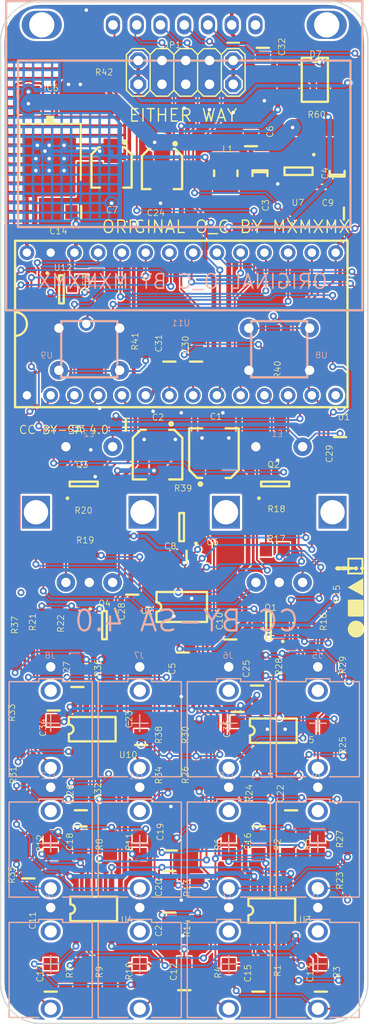
<source format=kicad_pcb>
(kicad_pcb (version 20240108) (generator "pcbnew") (generator_version "8.0")
  (layers (0 "F.Cu" signal) (31 "B.Cu" signal) (34 "B.Paste" user) (35 "F.Paste" user) (36 "B.SilkS" user "B.Silkscreen") (37 "F.SilkS" user "F.Silkscreen") (38 "B.Mask" user) (39 "F.Mask" user) (44 "Edge.Cuts" user))
  (net 0 "")
  (net 1 "S$1")
  (net 2 "+5V")
  (net 3 "3v3+D")
  (net 4 "3V3_A")
  (net 5 "AREF_-5")
  (net 6 "CS_DAC")
  (net 7 "CS_OLED")
  (net 8 "CV_1")
  (net 9 "CV_2")
  (net 10 "CV_3")
  (net 11 "CV_4")
  (net 12 "CV_A")
  (net 13 "CV_B")
  (net 14 "CV_C")
  (net 15 "CV_D")
  (net 16 "DC")
  (net 17 "DOUT")
  (net 18 "ENC_L1")
  (net 19 "ENC_L2")
  (net 20 "ENC_R1")
  (net 21 "ENC_R2")
  (net 22 "GND")
  (net 23 "N$64")
  (net 24 "Net_0")
  (net 25 "Net_1")
  (net 26 "Net_2")
  (net 27 "Net_3")
  (net 28 "Net_4")
  (net 29 "Net_5")
  (net 30 "Net_6")
  (net 31 "Net_7")
  (net 32 "Net_8")
  (net 33 "Net_9")
  (net 34 "Net_10")
  (net 35 "Net_11")
  (net 36 "Net_12")
  (net 37 "Net_13")
  (net 38 "Net_18")
  (net 39 "Net_19")
  (net 40 "Net_20")
  (net 41 "Net_21")
  (net 42 "Net_22")
  (net 43 "Net_35")
  (net 44 "Net_39")
  (net 45 "Net_40")
  (net 46 "Net_41")
  (net 47 "Net_42")
  (net 48 "Net_43")
  (net 49 "Net_48")
  (net 50 "Net_49")
  (net 51 "Net_50")
  (net 52 "Net_51")
  (net 53 "Net_52")
  (net 54 "Net_53")
  (net 55 "Net_54")
  (net 56 "Net_55")
  (net 57 "Net_73")
  (net 58 "Net_75")
  (net 59 "Net_76")
  (net 60 "Net_88")
  (net 61 "Net_107")
  (net 62 "RST")
  (net 63 "RST_DAC")
  (net 64 "SCK")
  (net 65 "SW_B")
  (net 66 "SW_L")
  (net 67 "SW_R")
  (net 68 "SW_T")
  (net 69 "TR1")
  (net 70 "TR2")
  (net 71 "TR3")
  (net 72 "TR4")
  (net 73 "V_bias")
  (net 74 "VCC")
  (net 75 "VEE")
  (net 76 "VREF_2v5")
  (footprint "uO_c:RES_1210" (layer "F.Cu") (at 152.945633 68.789332 -90)
    (property "Reference" "L1" (hide yes))
    (property "Value" "10uH" (hide yes))
  )
  (footprint "uO_c:TO252" (layer "F.Cu") (at 134.156967 65.670099 180)
    (property "Reference" "IC6" (hide yes))
    (property "Value" "LM1117-5" (hide yes))
  )
  (footprint "uO_c:CAP_0805" (layer "F.Cu") (at 156.4394 140.563399 -90)
    (property "Reference" "C16" (hide yes))
    (property "Value" "22p" (hide yes))
  )
  (footprint "uO_c:RES_0805_R31" (layer "F.Cu") (at 130.4044 120.245899 90)
    (property "Reference" "R37" (hide yes))
    (property "Value" "100" (hide yes))
  )
  (footprint "uO_c:SOT23_Q2" (layer "F.Cu") (at 137.745633 101.984666 90)
    (property "Reference" "Q3" (hide yes))
    (property "Value" "MMBT3904" (hide yes))
  )
  (footprint "uO_c:RES_0805" (layer "F.Cu") (at 158.188133 105.797132 180)
    (property "Reference" "R18" (hide yes))
    (property "Value" "33k" (hide yes))
  )
  (footprint "uO_c:Round-Round" (layer "F.Cu") (at 138.0236 84.886799 90)
    (property "Reference" "RESET0" (hide yes))
    (property "Value" "RESET" (hide yes))
  )
  (footprint "uO_c:CAP_0805_C32" (layer "F.Cu") (at 156.913967 57.386732 -90)
    (property "Reference" "C32" (hide yes))
    (property "Value" "0.1u" (hide yes))
  )
  (footprint "uO_c:CAP_0805_C10" (layer "F.Cu") (at 156.283133 121.518399 90)
    (property "Reference" "C25" (hide yes))
    (property "Value" "330p" (hide yes))
  )
  (footprint "uO_c:RES_0805" (layer "F.Cu") (at 158.188133 108.972132 180)
    (property "Reference" "R17" (hide yes))
    (property "Value" "100k" (hide yes))
  )
  (footprint "uO_c:RES_0805_R2" (layer "F.Cu") (at 143.7394 154.215899 90)
    (property "Reference" "R10" (hide yes))
    (property "Value" "220" (hide yes))
  )
  (footprint "uO_c:RES_0805_R16" (layer "F.Cu") (at 139.9319 55.960532 180)
    (property "Reference" "R42" (hide yes))
    (property "Value" "10k" (hide yes))
  )
  (footprint "uO_c:RES_0805_R2" (layer "F.Cu") (at 159.6144 140.563399 90)
    (property "Reference" "R2" (hide yes))
    (property "Value" "24k9" (hide yes))
  )
  (footprint "uO_c:RES_0805" (layer "F.Cu") (at 144.3736 86.903599 -90)
    (property "Reference" "R41" (hide yes))
    (property "Value" "510" (hide yes))
  )
  (footprint "uO_c:RES_0805" (layer "F.Cu") (at 137.7094 109.130899 180)
    (property "Reference" "R19" (hide yes))
    (property "Value" "100k" (hide yes))
  )
  (footprint "uO_c:RES_0805_R35" (layer "F.Cu") (at 130.563133 140.724666 90)
    (property "Reference" "R35" (hide yes))
    (property "Value" "100k" (hide yes))
  )
  (footprint "uO_c:SOP-4_6.5x2.54" (layer "F.Cu") (at 162.4693 58.807066)
    (property "Reference" "D7" (hide yes))
    (property "Value" "MB1S" (hide yes))
  )
  (footprint "uO_c:SOT23_Q4" (layer "F.Cu") (at 139.968133 117.065899)
    (property "Reference" "Q4" (hide yes))
    (property "Value" "MMBT3904" (hide yes))
  )
  (footprint "uO_c:CAP_0805_C10" (layer "F.Cu") (at 148.5011 154.060132 90)
    (property "Reference" "C12" (hide yes))
    (property "Value" "0.1u" (hide yes))
  )
  (footprint "uO_c:RES_0805_R2" (layer "F.Cu") (at 149.930667 149.614632 90)
    (property "Reference" "R14" (hide yes))
    (property "Value" "47k" (hide yes))
  )
  (footprint "uO_c:CAP_0805" (layer "F.Cu") (at 163.580633 73.094666 180)
    (property "Reference" "C9" (hide yes))
    (property "Value" "0.1u" (hide yes))
  )
  (footprint "uO_c:CAPAE-5.3x5.3h3" (layer "F.Cu") (at 151.6769 98.689499 90)
    (property "Reference" "C1" (hide yes))
    (property "Value" "22u" (hide yes))
  )
  (footprint "uO_c:SOT23_Q2" (layer "F.Cu") (at 158.2244 101.984666 90)
    (property "Reference" "Q2" (hide yes))
    (property "Value" "MMBT3904" (hide yes))
  )
  (footprint "uO_c:RES_0805_R2" (layer "F.Cu") (at 165.9644 154.215899 90)
    (property "Reference" "R3" (hide yes))
    (property "Value" "100k" (hide yes))
  )
  (footprint "uO_c:CAPAE-4.3x4.3h5.4_C24" (layer "F.Cu") (at 146.124133 68.332132 -90)
    (property "Reference" "C24" (hide yes))
    (property "Value" "10u" (hide yes))
  )
  (footprint "uO_c:RES_0805_R2" (layer "F.Cu") (at 148.343133 103.577066)
    (property "Reference" "R39" (hide yes))
    (property "Value" "2k" (hide yes))
  )
  (footprint "uO_c:CAP_0805_C11" (layer "F.Cu") (at 131.833133 146.122099 -90)
    (property "Reference" "C11" (hide yes))
    (property "Value" "0.1u" (hide yes))
  )
  (footprint "uO_c:SOIC-8_150mil" (layer "F.Cu") (at 138.818133 147.388399 90)
    (property "Reference" "U4" (hide yes))
    (property "Value" "OPA2172" (hide yes))
  )
  (footprint "uO_c:CAP_0805" (layer "F.Cu") (at 134.5311 128.183599 -90)
    (property "Reference" "C34" (hide yes))
    (property "Value" "0.1u" (hide yes))
  )
  (footprint "uO_c:RES_0805" (layer "F.Cu") (at 159.6144 154.215899 -90)
    (property "Reference" "R1" (hide yes))
    (property "Value" "24k9" (hide yes))
  )
  (footprint "uO_c:CAP_0805" (layer "F.Cu") (at 165.170633 98.973399 -90)
    (property "Reference" "C29" (hide yes))
    (property "Value" "0.47u" (hide yes))
  )
  (footprint "uO_c:CAP_1206" (layer "F.Cu") (at 156.598033 68.779632 -90)
    (property "Reference" "C3" (hide yes))
    (property "Value" "10u" (hide yes))
  )
  (footprint "uO_c:SOIC-8_150mil" (layer "F.Cu") (at 158.0269 128.338399 90)
    (property "Reference" "U5" (hide yes))
    (property "Value" "MCP6002" (hide yes))
  )
  (footprint "uO_c:RES_0805_R2" (layer "F.Cu") (at 134.2144 140.563399 90)
    (property "Reference" "R12" (hide yes))
    (property "Value" "220" (hide yes))
  )
  (footprint "uO_c:RES_0805_R2" (layer "F.Cu") (at 166.5994 121.357132 90)
    (property "Reference" "R29" (hide yes))
    (property "Value" "100" (hide yes))
  )
  (footprint "uO_c:RES_0805" (layer "F.Cu") (at 137.3894 154.215899 -90)
    (property "Reference" "R7" (hide yes))
    (property "Value" "24k9" (hide yes))
  )
  (footprint "uO_c:RES_0805_R2" (layer "F.Cu") (at 166.2794 139.928399 90)
    (property "Reference" "R27" (hide yes))
    (property "Value" "100k" (hide yes))
  )
  (footprint "uO_c:AVR_ICSP" (layer "F.Cu") (at 148.660633 58.013399 -90)
    (property "Reference" "JP1" (hide yes))
    (property "Value" "M05X2PTH" (hide yes))
  )
  (footprint "uO_c:Pad" (layer "F.Cu") (at 163.7411 52.933599)
    (property "Reference" "Pad1" (hide yes))
    (property "Value" "PAD" (hide yes))
  )
  (footprint "uO_c:SOIC-8_150mil_U10" (layer "F.Cu") (at 138.6594 128.179632 90)
    (property "Reference" "U10" (hide yes))
    (property "Value" "MCP6002" (hide yes))
  )
  (footprint "uO_c:CAP_0805_C33" (layer "F.Cu") (at 140.244567 95.643866 180)
    (property "Reference" "C33" (hide yes))
    (property "Value" "0.47u" (hide yes))
  )
  (footprint "uO_c:CAP_0805_C23" (layer "F.Cu") (at 143.897333 127.866099 90)
    (property "Reference" "C23" (hide yes))
    (property "Value" "1u" (hide yes))
  )
  (footprint "uO_c:Teensy3.1_edge" (layer "F.Cu") (at 146.9144 84.889632 90)
    (property "Reference" "U1" (hide yes))
    (property "Value" "TEENSY 3.1_EDGE" (hide yes))
  )
  (footprint "uO_c:RES_0805_R2" (layer "F.Cu") (at 146.9144 128.808399 90)
    (property "Reference" "R38" (hide yes))
    (property "Value" "75k" (hide yes))
  )
  (footprint "uO_c:SOIC-8_150mil" (layer "F.Cu") (at 157.868133 147.547132 90)
    (property "Reference" "U3" (hide yes))
    (property "Value" "OPA2172" (hide yes))
  )
  (footprint "uO_c:RES_0805_R2" (layer "F.Cu") (at 140.405633 134.850899 90)
    (property "Reference" "R32" (hide yes))
    (property "Value" "33k" (hide yes))
  )
  (footprint "uO_c:RES_0805_R2" (layer "F.Cu") (at 156.598167 135.009632 90)
    (property "Reference" "R24" (hide yes))
    (property "Value" "33k" (hide yes))
  )
  (footprint "uO_c:RES_0805" (layer "F.Cu") (at 143.7394 140.563399 -90)
    (property "Reference" "R11" (hide yes))
    (property "Value" "100k" (hide yes))
  )
  (footprint "uO_c:CAP_0805" (layer "F.Cu") (at 146.753133 109.765799 180)
    (property "Reference" "C8" (hide yes))
    (property "Value" "0.1u" (hide yes))
  )
  (footprint "uO_c:RES_0805_R2" (layer "F.Cu") (at 133.420633 116.912132 90)
    (property "Reference" "R21" (hide yes))
    (property "Value" "100k" (hide yes))
  )
  (footprint "uO_c:RES_0805" (layer "F.Cu") (at 162.7894 140.563399 -90)
    (property "Reference" "R5" (hide yes))
    (property "Value" "100k" (hide yes))
  )
  (footprint "uO_c:RES_0805" (layer "F.Cu") (at 146.9144 133.094666 -90)
    (property "Reference" "R34" (hide yes))
    (property "Value" "75k" (hide yes))
  )
  (footprint "uO_c:TSSOP-16" (layer "F.Cu") (at 148.2369 115.120799 90)
    (property "Reference" "U2" (hide yes))
    (property "Value" "DAC8565" (hide yes))
  )
  (footprint "uO_c:CAP_1206_C4" (layer "F.Cu") (at 164.8531 68.837166 90)
    (property "Reference" "C4" (hide yes))
    (property "Value" "10u" (hide yes))
  )
  (footprint "uO_c:CAP_0805" (layer "F.Cu") (at 137.3894 140.563399 -90)
    (property "Reference" "C18" (hide yes))
    (property "Value" "22p" (hide yes))
  )
  (footprint "uO_c:SOT23" (layer "F.Cu") (at 157.5119 117.070899 180)
    (property "Reference" "Q1" (hide yes))
    (property "Value" "MMBT3904" (hide yes))
  )
  (footprint "uO_c:RES_0805_R2" (layer "F.Cu") (at 149.930667 145.323399 90)
    (property "Reference" "R13" (hide yes))
    (property "Value" "47k" (hide yes))
  )
  (footprint "uO_c:SOT23-5" (layer "F.Cu") (at 160.728067 68.570899 -90)
    (property "Reference" "U7" (hide yes))
    (property "Value" "ADP150 3.3V" (hide yes))
  )
  (footprint "uO_c:RES_0805_R15" (layer "F.Cu") (at 164.533133 116.909666 -90)
    (property "Reference" "R15" (hide yes))
    (property "Value" "100k" (hide yes))
  )
  (footprint "uO_c:RES_0805_R2" (layer "F.Cu") (at 153.2644 140.563399 90)
    (property "Reference" "R6" (hide yes))
    (property "Value" "220" (hide yes))
  )
  (footprint "uO_c:CAP_0805_C10" (layer "F.Cu") (at 137.443867 134.838399 90)
    (property "Reference" "C26" (hide yes))
    (property "Value" "330p" (hide yes))
  )
  (footprint "uO_c:CAP_0805_C10" (layer "F.Cu") (at 163.1069 154.218399 90)
    (property "Reference" "C13" (hide yes))
    (property "Value" "0.1u" (hide yes))
  )
  (footprint "uO_c:CAP_0805" (layer "F.Cu") (at 142.944833 115.807099 -90)
    (property "Reference" "C28" (hide yes))
    (property "Value" "1u" (hide yes))
  )
  (footprint "uO_c:RES_0805_R40" (layer "F.Cu") (at 158.0269 86.590899 90)
    (property "Reference" "R40" (hide yes))
    (property "Value" "510" (hide yes))
  )
  (footprint "uO_c:CAP_0805" (layer "F.Cu") (at 154.2161 128.337366 -90)
    (property "Reference" "C35" (hide yes))
    (property "Value" "0.1u" (hide yes))
  )
  (footprint "uO_c:RES_0805_R2" (layer "F.Cu") (at 166.5969 129.927132 90)
    (property "Reference" "R25" (hide yes))
    (property "Value" "100" (hide yes))
  )
  (footprint "uO_c:CAP_0805" (layer "F.Cu") (at 148.343167 121.987166 -90)
    (property "Reference" "C5" (hide yes))
    (property "Value" "0.1u" (hide yes))
  )
  (footprint "uO_c:CAP_0805_C10" (layer "F.Cu") (at 159.9344 134.848399 90)
    (property "Reference" "C22" (hide yes))
    (property "Value" "330p" (hide yes))
  )
  (footprint "uO_c:CAP_0805" (layer "F.Cu") (at 146.9144 149.768399 -90)
    (property "Reference" "C21" (hide yes))
    (property "Value" "0.1u" (hide yes))
  )
  (footprint "uO_c:RES_0805" (layer "F.Cu") (at 149.771867 133.099666 -90)
    (property "Reference" "R26" (hide yes))
    (property "Value" "75k" (hide yes))
  )
  (footprint "uO_c:CAP_0805_C10" (layer "F.Cu") (at 149.7711 86.908599 90)
    (property "Reference" "C30" (hide yes))
    (property "Value" "0.1u" (hide yes))
  )
  (footprint "uO_c:Pad" (layer "F.Cu") (at 133.2611 52.933599)
    (property "Reference" "Pad2" (hide yes))
    (property "Value" "PAD" (hide yes))
  )
  (footprint "uO_c:CAP_0805_C6" (layer "F.Cu") (at 155.6441 63.899599 90)
    (property "Reference" "C6" (hide yes))
    (property "Value" "0.1u" (hide yes))
  )
  (footprint "uO_c:CAP_0805_C10" (layer "F.Cu") (at 137.0719 121.674632 90)
    (property "Reference" "C27" (hide yes))
    (property "Value" "330p" (hide yes))
  )
  (footprint "uO_c:CAPAE-5.3x5.3h3_C2" (layer "F.Cu") (at 145.6444 98.848232 -90)
    (property "Reference" "C2" (hide yes))
    (property "Value" "22u" (hide yes))
  )
  (footprint "uO_c:RES_0805_R16" (layer "F.Cu") (at 161.5169 116.909666 -90)
    (property "Reference" "R16" (hide yes))
    (property "Value" "33k" (hide yes))
  )
  (footprint "uO_c:RES_0805_R31" (layer "F.Cu") (at 130.563133 136.279632 90)
    (property "Reference" "R31" (hide yes))
    (property "Value" "100k" (hide yes))
  )
  (footprint "uO_c:RES_0805" (layer "F.Cu") (at 139.134833 80.558599 -90)
    (property "Reference" "R53" (hide yes))
    (property "Value" "100k" (hide yes))
  )
  (footprint "uO_c:RES_0805_R2" (layer "F.Cu") (at 140.5644 154.215899 90)
    (property "Reference" "R9" (hide yes))
    (property "Value" "100k" (hide yes))
  )
  (footprint "uO_c:CAP_0805_C10" (layer "F.Cu") (at 156.4394 154.215899 90)
    (property "Reference" "C15" (hide yes))
    (property "Value" "22p" (hide yes))
  )
  (footprint "uO_c:CAP_0805" (layer "F.Cu") (at 146.9144 145.323399 -90)
    (property "Reference" "C20" (hide yes))
    (property "Value" "0.1u" (hide yes))
  )
  (footprint "uO_c:RES_0805_R2" (layer "F.Cu") (at 149.7694 128.810899 90)
    (property "Reference" "R30" (hide yes))
    (property "Value" "75k" (hide yes))
  )
  (footprint "uO_c:CAP_0805_C10" (layer "F.Cu") (at 147.073133 139.137132 90)
    (property "Reference" "C19" (hide yes))
    (property "Value" "0.1u" (hide yes))
  )
  (footprint "uO_c:RES_0805" (layer "F.Cu") (at 153.2644 154.215899 -90)
    (property "Reference" "R4" (hide yes))
    (property "Value" "220" (hide yes))
  )
  (footprint "uO_c:CAP_0805_C10" (layer "F.Cu") (at 134.2144 154.215899 90)
    (property "Reference" "C17" (hide yes))
    (property "Value" "22p" (hide yes))
  )
  (footprint "uO_c:SOT23_U6" (layer "F.Cu") (at 148.223133 106.588366 180)
    (property "Reference" "U6" (hide yes))
    (property "Value" "LM4040_EM3-5.0" (hide yes))
  )
  (footprint "uO_c:RES_0805_R2" (layer "F.Cu") (at 136.4369 116.912132 90)
    (property "Reference" "R22" (hide yes))
    (property "Value" "33k" (hide yes))
  )
  (footprint "uO_c:RES_0805_R31" (layer "F.Cu") (at 130.7219 129.612132 90)
    (property "Reference" "R33" (hide yes))
    (property "Value" "100" (hide yes))
  )
  (footprint "uO_c:RES_0805_R2" (layer "F.Cu") (at 140.5644 140.563399 90)
    (property "Reference" "R8" (hide yes))
    (property "Value" "24k9" (hide yes))
  )
  (footprint "uO_c:CAPAE-4.3x4.3h5.4" (layer "F.Cu") (at 140.726333 68.173399 -90)
    (property "Reference" "C7" (hide yes))
    (property "Value" "10u" (hide yes))
  )
  (footprint "uO_c:RES_0805" (layer "F.Cu") (at 137.7094 105.955899 180)
    (property "Reference" "R20" (hide yes))
    (property "Value" "33k" (hide yes))
  )
  (footprint "uO_c:RES_0805_R2" (layer "F.Cu") (at 159.773133 121.515899 90)
    (property "Reference" "R28" (hide yes))
    (property "Value" "33k" (hide yes))
  )
  (footprint "uO_c:RES_0805_R2" (layer "F.Cu") (at 166.2794 144.373399 90)
    (property "Reference" "R23" (hide yes))
    (property "Value" "100k" (hide yes))
  )
  (footprint "uO_c:CAP_0805_C10" (layer "F.Cu") (at 146.9136 86.908599 90)
    (property "Reference" "C31" (hide yes))
    (property "Value" "0.1u" (hide yes))
  )
  (footprint "uO_c:RES_0805_R2" (layer "F.Cu") (at 140.405667 121.674632 90)
    (property "Reference" "R36" (hide yes))
    (property "Value" "33k" (hide yes))
  )
  (footprint "uO_c:SOT23_Q4" (layer "F.Cu") (at 135.3636 81.188599)
    (property "Reference" "U12" (hide yes))
    (property "Value" "MIC803" (hide yes))
  )
  (footprint "uO_c:CAP_0805_C14" (layer "F.Cu") (at 135.4819 72.935832 180)
    (property "Reference" "C14" (hide yes))
    (property "Value" "0.47u" (hide yes))
  )
  (footprint "uO_c:CAP_0805_C10" (layer "F.Cu") (at 153.423133 116.594632 90)
    (property "Reference" "C10" (hide yes))
    (property "Value" "0.1u" (hide yes))
  )
  (footprint "uO_c:R1206" (layer "F.Cu") (at 162.634967 63.897199 180)
    (property "Reference" "R60" (hide yes))
    (property "Value" "4.7" (hide yes))
  )
  (footprint "uO_c:PEC11" (layer "B.Cu") (at 138.3419 105.003399 180)
    (property "Reference" "E2" (hide yes))
    (property "Value" "PEC11" (hide yes))
  )
  (footprint "uO_c:Thonkiconn_Jack" (layer "B.Cu") (at 134.2144 153.263399 180)
    (property "Reference" "J4" (hide yes))
    (property "Value" "THONKICONN" (hide yes))
  )
  (footprint "uO_c:TL1105SP_U9" (layer "B.Cu") (at 138.3419 87.588399 90)
    (property "Reference" "U9" (hide yes))
    (property "Value" "6MM TACTILE SW" (hide yes))
  )
  (footprint "uO_c:Thonkiconn_Jack" (layer "B.Cu") (at 162.7894 140.404632 180)
    (property "Reference" "J9" (hide yes))
    (property "Value" "THONKICONN" (hide yes))
  )
  (footprint "uO_c:PEC11" (layer "B.Cu") (at 158.6619 105.003399 180)
    (property "Reference" "E1" (hide yes))
    (property "Value" "PEC11" (hide yes))
  )
  (footprint "uO_c:Thonkiconn_Jack" (layer "B.Cu") (at 143.7394 153.263399 180)
    (property "Reference" "J3" (hide yes))
    (property "Value" "THONKICONN" (hide yes))
  )
  (footprint "uO_c:Thonkiconn_Jack" (layer "B.Cu") (at 153.2644 127.545899 180)
    (property "Reference" "J6" (hide yes))
    (property "Value" "THONKICONN" (hide yes))
  )
  (footprint "uO_c:1306_disp_O_C" (layer "B.Cu") (at 148.5003 55.484599 180)
    (property "Reference" "U11" (hide yes))
    (property "Value" "1306_DISP_O_C" (hide yes))
  )
  (footprint "uO_c:Thonkiconn_Jack" (layer "B.Cu") (at 153.2644 140.404632 180)
    (property "Reference" "J10" (hide yes))
    (property "Value" "THONKICONN" (hide yes))
  )
  (footprint "uO_c:Thonkiconn_Jack" (layer "B.Cu") (at 134.2144 140.404632 180)
    (property "Reference" "J12" (hide yes))
    (property "Value" "THONKICONN" (hide yes))
  )
  (footprint "uO_c:Thonkiconn_Jack" (layer "B.Cu") (at 153.2644 153.263399 180)
    (property "Reference" "J2" (hide yes))
    (property "Value" "THONKICONN" (hide yes))
  )
  (footprint "uO_c:Thonkiconn_Jack" (layer "B.Cu") (at 143.7394 127.545899 180)
    (property "Reference" "J7" (hide yes))
    (property "Value" "THONKICONN" (hide yes))
  )
  (footprint "uO_c:Thonkiconn_Jack" (layer "B.Cu") (at 134.2144 127.545899 180)
    (property "Reference" "J8" (hide yes))
    (property "Value" "THONKICONN" (hide yes))
  )
  (footprint "uO_c:TL1105SP" (layer "B.Cu") (at 158.6619 87.588399 -90)
    (property "Reference" "U8" (hide yes))
    (property "Value" "6MM TACTILE SW" (hide yes))
  )
  (footprint "uO_c:Thonkiconn_Jack" (layer "B.Cu") (at 162.7894 153.263399 180)
    (property "Reference" "J1" (hide yes))
    (property "Value" "THONKICONN" (hide yes))
  )
  (footprint "uO_c:Thonkiconn_Jack" (layer "B.Cu") (at 162.7894 127.545899 180)
    (property "Reference" "J5" (hide yes))
    (property "Value" "THONKICONN" (hide yes))
  )
  (footprint "uO_c:Thonkiconn_Jack" (layer "B.Cu") (at 143.7394 140.404632 180)
    (property "Reference" "J11" (hide yes))
    (property "Value" "THONKICONN" (hide yes))
  )
  (gr_line (start 166.0481 111.547599) (end 166.0481 109.957599) (stroke (width 0.203)) (layer "F.SilkS"))
  (gr_line (start 167.5571 111.547599) (end 166.0481 111.547599) (stroke (width 0.203)) (layer "F.SilkS"))
  (gr_line (start 167.5571 109.957599) (end 167.5571 111.547599) (stroke (width 0.203)) (layer "F.SilkS"))
  (gr_line (start 166.0481 109.957599) (end 167.5571 109.957599) (stroke (width 0.203)) (layer "F.SilkS"))
  (gr_line (start 128.8671 54.838599) (end 128.8671 155.168599) (stroke (width 0.14)) (layer "Edge.Cuts"))
  (gr_arc (start 133.2611 159.6136) (mid 130.093303 158.350758) (end 128.8671 155.168599) (stroke (width 0.14)) (layer "Edge.Cuts"))
  (gr_arc (start 168.135099 155.168599) (mid 166.908896 158.350757) (end 163.7411 159.613599) (stroke (width 0.14)) (layer "Edge.Cuts"))
  (gr_arc (start 163.741099 50.393599) (mid 166.908897 51.65644) (end 168.1351 54.838599) (stroke (width 0.14)) (layer "Edge.Cuts"))
  (gr_line (start 163.7411 50.393599) (end 133.2611 50.393599) (stroke (width 0.14)) (layer "Edge.Cuts"))
  (gr_line (start 168.1351 155.168599) (end 168.1351 54.838599) (stroke (width 0.14)) (layer "Edge.Cuts"))
  (gr_arc (start 128.8671 54.8386) (mid 130.093303 51.656441) (end 133.2611 50.393599) (stroke (width 0.14)) (layer "Edge.Cuts"))
  (gr_line (start 133.2611 159.613599) (end 163.7411 159.613599) (stroke (width 0.14)) (layer "Edge.Cuts"))
  (gr_text "JM" (at 147.0571 156.597599 0) (layer "F.Cu") (effects (font (size 1.7766 1.7766) (thickness 0.1974)) (justify left top)))
  (gr_text "" (at 144.6291 140.401599 360) (layer "B.SilkS") (effects (font (size 0.001 0.001)) (justify left mirror)))
  (gr_text "J9" (at 163.3261 133.559599 360) (layer "B.SilkS") (effects (font (size 0.666 0.666) (thickness 0.074)) (justify left bottom mirror)))
  (gr_text "" (at 142.4691 122.783599 360) (layer "B.SilkS") (effects (font (size 0.001 0.001)) (justify left mirror)))
  (gr_text "" (at 132.9441 148.818599 360) (layer "B.SilkS") (effects (font (size 0.001 0.001)) (justify left mirror)))
  (gr_text "CC BY-SA 4.0" (at 160.9201 115.309599 360) (layer "B.SilkS") (effects (font (size 2.2203 2.2203) (thickness 0.2467)) (justify left top mirror)))
  (gr_text "" (at 145.0101 148.818599 360) (layer "B.SilkS") (effects (font (size 0.001 0.001)) (justify left mirror)))
  (gr_text "" (at 129.7691 158.978599 360) (layer "B.SilkS") (effects (font (size 0.001 0.001)) (justify left mirror)))
  (gr_text "" (at 145.0101 148.501599 360) (layer "B.SilkS") (effects (font (size 0.001 0.001)) (justify left mirror)))
  (gr_text "" (at 135.4851 148.501599 360) (layer "B.SilkS") (effects (font (size 0.001 0.001)) (justify left mirror)))
  (gr_text "" (at 154.5351 135.642599 360) (layer "B.SilkS") (effects (font (size 0.001 0.001)) (justify left mirror)))
  (gr_text "" (at 145.0101 146.119599 360) (layer "B.SilkS") (effects (font (size 0.001 0.001)) (justify left mirror)))
  (gr_text "" (at 139.2941 133.260599 360) (layer "B.SilkS") (effects (font (size 0.001 0.001)) (justify left mirror)))
  (gr_text "J11" (at 144.3401 133.559599 360) (layer "B.SilkS") (effects (font (size 0.666 0.666) (thickness 0.074)) (justify left bottom mirror)))
  (gr_text "E1" (at 159.1081 97.003599 360) (layer "B.SilkS") (effects (font (size 0.666 0.666) (thickness 0.074)) (justify left bottom mirror)))
  (gr_text "" (at 132.9441 122.783599 360) (layer "B.SilkS") (effects (font (size 0.001 0.001)) (justify left mirror)))
  (gr_text "" (at 142.4691 135.642599 360) (layer "B.SilkS") (effects (font (size 0.001 0.001)) (justify left mirror)))
  (gr_text "" (at 161.5191 158.978599 360) (layer "B.SilkS") (effects (font (size 0.001 0.001)) (justify left mirror)))
  (gr_text "" (at 132.9441 135.642599 360) (layer "B.SilkS") (effects (font (size 0.001 0.001)) (justify left mirror)))
  (gr_text "" (at 151.9941 158.978599 360) (layer "B.SilkS") (effects (font (size 0.001 0.001)) (justify left mirror)))
  (gr_text "ORIGINAL O_C BY MXMXMX" (at 163.9381 79.444599 360) (layer "B.SilkS") (effects (font (size 1.5543 1.5543) (thickness 0.1727)) (justify left top mirror)))
  (gr_text "" (at 135.4851 133.260599 360) (layer "B.SilkS") (effects (font (size 0.001 0.001)) (justify left mirror)))
  (gr_text "" (at 161.5191 135.642599 360) (layer "B.SilkS") (effects (font (size 0.001 0.001)) (justify left mirror)))
  (gr_text "" (at 161.5191 135.959599 360) (layer "B.SilkS") (effects (font (size 0.001 0.001)) (justify left mirror)))
  (gr_text "" (at 135.1041 127.542599 360) (layer "B.SilkS") (effects (font (size 0.001 0.001)) (justify left mirror)))
  (gr_text "" (at 145.0101 122.783599 360) (layer "B.SilkS") (effects (font (size 0.001 0.001)) (justify left mirror)))
  (gr_text "" (at 138.6591 148.818599 360) (layer "B.SilkS") (effects (font (size 0.001 0.001)) (justify left mirror)))
  (gr_text "" (at 164.0601 135.959599 360) (layer "B.SilkS") (effects (font (size 0.001 0.001)) (justify left mirror)))
  (gr_text "" (at 132.9441 133.260599 360) (layer "B.SilkS") (effects (font (size 0.001 0.001)) (justify left mirror)))
  (gr_text "" (at 134.2141 128.430599 360) (layer "B.SilkS") (effects (font (size 0.001 0.001)) (justify left mirror)))
  (gr_text "" (at 148.1841 148.818599 360) (layer "B.SilkS") (effects (font (size 0.001 0.001)) (justify left mirror)))
  (gr_text "" (at 135.4851 158.978599 360) (layer "B.SilkS") (effects (font (size 0.001 0.001)) (justify left mirror)))
  (gr_text "" (at 129.7691 146.119599 360) (layer "B.SilkS") (effects (font (size 0.001 0.001)) (justify left mirror)))
  (gr_text "" (at 157.7091 123.100599 360) (layer "B.SilkS") (effects (font (size 0.001 0.001)) (justify left mirror)))
  (gr_text "" (at 164.0601 148.818599 360) (layer "B.SilkS") (effects (font (size 0.001 0.001)) (justify left mirror)))
  (gr_text "" (at 158.3441 158.978599 360) (layer "B.SilkS") (effects (font (size 0.001 0.001)) (justify left mirror)))
  (gr_text "" (at 164.0601 123.100599 360) (layer "B.SilkS") (effects (font (size 0.001 0.001)) (justify left mirror)))
  (gr_text "" (at 143.7391 154.147599 360) (layer "B.SilkS") (effects (font (size 0.001 0.001)) (justify left mirror)))
  (gr_text "" (at 142.4691 133.260599 360) (layer "B.SilkS") (effects (font (size 0.001 0.001)) (justify left mirror)))
  (gr_text "" (at 151.9941 122.783599 360) (layer "B.SilkS") (effects (font (size 0.001 0.001)) (justify left mirror)))
  (gr_text "" (at 151.9941 135.959599 360) (layer "B.SilkS") (effects (font (size 0.001 0.001)) (justify left mirror)))
  (gr_text "" (at 142.4691 146.119599 360) (layer "B.SilkS") (effects (font (size 0.001 0.001)) (justify left mirror)))
  (gr_text "" (at 135.4851 135.959599 360) (layer "B.SilkS") (effects (font (size 0.001 0.001)) (justify left mirror)))
  (gr_text "" (at 134.2141 154.147599 360) (layer "B.SilkS") (effects (font (size 0.001 0.001)) (justify left mirror)))
  (gr_text "" (at 145.0101 135.959599 360) (layer "B.SilkS") (effects (font (size 0.001 0.001)) (justify left mirror)))
  (gr_text "" (at 138.6591 123.100599 360) (layer "B.SilkS") (effects (font (size 0.001 0.001)) (justify left mirror)))
  (gr_text "" (at 154.1541 127.542599 360) (layer "B.SilkS") (effects (font (size 0.001 0.001)) (justify left mirror)))
  (gr_text "" (at 132.9441 148.501599 360) (layer "B.SilkS") (effects (font (size 0.001 0.001)) (justify left mirror)))
  (gr_text "" (at 163.6791 127.542599 360) (layer "B.SilkS") (effects (font (size 0.001 0.001)) (justify left mirror)))
  (gr_text "" (at 135.4851 148.818599 360) (layer "B.SilkS") (effects (font (size 0.001 0.001)) (justify left mirror)))
  (gr_text "" (at 151.9941 133.260599 360) (layer "B.SilkS") (effects (font (size 0.001 0.001)) (justify left mirror)))
  (gr_text "" (at 164.0601 148.501599 360) (layer "B.SilkS") (effects (font (size 0.001 0.001)) (justify left mirror)))
  (gr_text "" (at 148.1841 123.100599 360) (layer "B.SilkS") (effects (font (size 0.001 0.001)) (justify left mirror)))
  (gr_text "" (at 135.4851 123.100599 360) (layer "B.SilkS") (effects (font (size 0.001 0.001)) (justify left mirror)))
  (gr_text "" (at 162.7891 141.289599 360) (layer "B.SilkS") (effects (font (size 0.001 0.001)) (justify left mirror)))
  (gr_text "" (at 151.9941 148.818599 360) (layer "B.SilkS") (effects (font (size 0.001 0.001)) (justify left mirror)))
  (gr_text "" (at 144.6291 153.260599 360) (layer "B.SilkS") (effects (font (size 0.001 0.001)) (justify left mirror)))
  (gr_text "" (at 135.4851 122.783599 360) (layer "B.SilkS") (effects (font (size 0.001 0.001)) (justify left mirror)))
  (gr_text "" (at 167.2341 123.100599 360) (layer "B.SilkS") (effects (font (size 0.001 0.001)) (justify left mirror)))
  (gr_text "" (at 135.1041 153.260599 360) (layer "B.SilkS") (effects (font (size 0.001 0.001)) (justify left mirror)))
  (gr_text "" (at 142.4691 148.501599 360) (layer "B.SilkS") (effects (font (size 0.001 0.001)) (justify left mirror)))
  (gr_text "" (at 139.2941 146.119599 360) (layer "B.SilkS") (effects (font (size 0.001 0.001)) (justify left mirror)))
  (gr_text "" (at 164.0601 135.642599 360) (layer "B.SilkS") (effects (font (size 0.001 0.001)) (justify left mirror)))
  (gr_text "J2" (at 153.8201 146.418599 360) (layer "B.SilkS") (effects (font (size 0.666 0.666) (thickness 0.074)) (justify left bottom mirror)))
  (gr_text "" (at 135.1041 140.401599 360) (layer "B.SilkS") (effects (font (size 0.001 0.001)) (justify left mirror)))
  (gr_text "" (at 135.4851 135.642599 360) (layer "B.SilkS") (effects (font (size 0.001 0.001)) (justify left mirror)))
  (gr_text "" (at 162.7891 128.430599 360) (layer "B.SilkS") (effects (font (size 0.001 0.001)) (justify left mirror)))
  (gr_text "" (at 157.7091 135.959599 360) (layer "B.SilkS") (effects (font (size 0.001 0.001)) (justify left mirror)))
  (gr_text "" (at 167.2341 135.959599 360) (layer "B.SilkS") (effects (font (size 0.001 0.001)) (justify left mirror)))
  (gr_text "" (at 138.6591 135.959599 360) (layer "B.SilkS") (effects (font (size 0.001 0.001)) (justify left mirror)))
  (gr_text "" (at 166.2811 56.754599 360) (layer "B.SilkS") (effects (font (size 0.001 0.001)) (justify left mirror)))
  (gr_text "" (at 135.4851 123.100599 360) (layer "B.SilkS") (effects (font (size 0.001 0.001)) (justify left mirror)))
  (gr_text "" (at 162.7891 154.147599 360) (layer "B.SilkS") (effects (font (size 0.001 0.001)) (justify left mirror)))
  (gr_text "" (at 145.0101 148.818599 360) (layer "B.SilkS") (effects (font (size 0.001 0.001)) (justify left mirror)))
  (gr_text "" (at 158.3441 146.119599 360) (layer "B.SilkS") (effects (font (size 0.001 0.001)) (justify left mirror)))
  (gr_text "" (at 145.0101 123.100599 360) (layer "B.SilkS") (effects (font (size 0.001 0.001)) (justify left mirror)))
  (gr_text "" (at 164.0601 148.818599 360) (layer "B.SilkS") (effects (font (size 0.001 0.001)) (justify left mirror)))
  (gr_text "" (at 154.5351 148.818599 360) (layer "B.SilkS") (effects (font (size 0.001 0.001)) (justify left mirror)))
  (gr_text "" (at 154.1541 153.260599 360) (layer "B.SilkS") (effects (font (size 0.001 0.001)) (justify left mirror)))
  (gr_text "" (at 141.3411 90.588599 0) (layer "B.SilkS") (effects (font (size 0.001 0.001)) (justify left mirror)))
  (gr_text "" (at 135.4851 148.818599 360) (layer "B.SilkS") (effects (font (size 0.001 0.001)) (justify left mirror)))
  (gr_text "J5" (at 163.3451 120.700599 360) (layer "B.SilkS") (effects (font (size 0.666 0.666) (thickness 0.074)) (justify left bottom mirror)))
  (gr_text "" (at 151.9941 146.119599 360) (layer "B.SilkS") (effects (font (size 0.001 0.001)) (justify left mirror)))
  (gr_text "U8" (at 163.8931 88.624599 360) (layer "B.SilkS") (effects (font (size 0.666 0.666) (thickness 0.074)) (justify left bottom mirror)))
  (gr_text "" (at 154.5351 123.100599 360) (layer "B.SilkS") (effects (font (size 0.001 0.001)) (justify left mirror)))
  (gr_text "" (at 164.0601 133.260599 360) (layer "B.SilkS") (effects (font (size 0.001 0.001)) (justify left mirror)))
  (gr_text "" (at 151.9941 135.642599 360) (layer "B.SilkS") (effects (font (size 0.001 0.001)) (justify left mirror)))
  (gr_text "J10" (at 154.0291 133.559599 360) (layer "B.SilkS") (effects (font (size 0.666 0.666) (thickness 0.074)) (justify left bottom mirror)))
  (gr_text "" (at 145.0101 133.260599 360) (layer "B.SilkS") (effects (font (size 0.001 0.001)) (justify left mirror)))
  (gr_text "" (at 161.5191 122.783599 360) (layer "B.SilkS") (effects (font (size 0.001 0.001)) (justify left mirror)))
  (gr_text "" (at 134.2141 141.289599 360) (layer "B.SilkS") (effects (font (size 0.001 0.001)) (justify left mirror)))
  (gr_text "" (at 148.8191 158.978599 360) (layer "B.SilkS") (effects (font (size 0.001 0.001)) (justify left mirror)))
  (gr_text "E2" (at 138.9511 97.003599 360) (layer "B.SilkS") (effects (font (size 0.666 0.666) (thickness 0.074)) (justify left bottom mirror)))
  (gr_text "" (at 164.0601 146.119599 360) (layer "B.SilkS") (effects (font (size 0.001 0.001)) (justify left mirror)))
  (gr_text "" (at 155.6621 84.588975 270) (layer "B.SilkS") (effects (font (size 0.001 0.001)) (justify left mirror)))
  (gr_text "" (at 154.5351 135.959599 360) (layer "B.SilkS") (effects (font (size 0.001 0.001)) (justify left mirror)))
  (gr_text "" (at 167.5501 50.404599 360) (layer "B.SilkS") (effects (font (size 0.001 0.001)) (justify left mirror)))
  (gr_text "" (at 153.2641 154.147599 360) (layer "B.SilkS") (effects (font (size 0.001 0.001)) (justify left mirror)))
  (gr_text "" (at 154.5351 148.501599 360) (layer "B.SilkS") (effects (font (size 0.001 0.001)) (justify left mirror)))
  (gr_text "" (at 164.0601 135.959599 360) (layer "B.SilkS") (effects (font (size 0.001 0.001)) (justify left mirror)))
  (gr_text "" (at 161.5191 148.818599 360) (layer "B.SilkS") (effects (font (size 0.001 0.001)) (justify left mirror)))
  (gr_text "" (at 132.9441 123.100599 360) (layer "B.SilkS") (effects (font (size 0.001 0.001)) (justify left mirror)))
  (gr_text "" (at 148.8191 146.119599 360) (layer "B.SilkS") (effects (font (size 0.001 0.001)) (justify left mirror)))
  (gr_text "" (at 163.6791 140.401599 360) (layer "B.SilkS") (effects (font (size 0.001 0.001)) (justify left mirror)))
  (gr_text "" (at 154.5351 158.978599 360) (layer "B.SilkS") (effects (font (size 0.001 0.001)) (justify left mirror)))
  (gr_text "" (at 154.5351 133.260599 360) (layer "B.SilkS") (effects (font (size 0.001 0.001)) (justify left mirror)))
  (gr_text "" (at 142.4691 123.100599 360) (layer "B.SilkS") (effects (font (size 0.001 0.001)) (justify left mirror)))
  (gr_text "" (at 158.3441 133.260599 360) (layer "B.SilkS") (effects (font (size 0.001 0.001)) (justify left mirror)))
  (gr_text "J3" (at 144.2951 146.418599 360) (layer "B.SilkS") (effects (font (size 0.666 0.666) (thickness 0.074)) (justify left bottom mirror)))
  (gr_text "" (at 145.0101 135.642599 360) (layer "B.SilkS") (effects (font (size 0.001 0.001)) (justify left mirror)))
  (gr_text "" (at 153.2641 128.430599 360) (layer "B.SilkS") (effects (font (size 0.001 0.001)) (justify left mirror)))
  (gr_text "" (at 148.1841 135.959599 360) (layer "B.SilkS") (effects (font (size 0.001 0.001)) (justify left mirror)))
  (gr_text "" (at 154.5351 122.783599 360) (layer "B.SilkS") (effects (font (size 0.001 0.001)) (justify left mirror)))
  (gr_text "U9" (at 134.5071 88.624599 360) (layer "B.SilkS") (effects (font (size 0.666 0.666) (thickness 0.074)) (justify left bottom mirror)))
  (gr_text "" (at 154.5351 123.100599 360) (layer "B.SilkS") (effects (font (size 0.001 0.001)) (justify left mirror)))
  (gr_text "" (at 154.5351 146.119599 360) (layer "B.SilkS") (effects (font (size 0.001 0.001)) (justify left mirror)))
  (gr_text "" (at 142.4691 148.818599 360) (layer "B.SilkS") (effects (font (size 0.001 0.001)) (justify left mirror)))
  (gr_text "J12" (at 134.9791 133.559599 360) (layer "B.SilkS") (effects (font (size 0.666 0.666) (thickness 0.074)) (justify left bottom mirror)))
  (gr_text "" (at 143.7391 141.289599 360) (layer "B.SilkS") (effects (font (size 0.001 0.001)) (justify left mirror)))
  (gr_text "" (at 144.6291 127.542599 360) (layer "B.SilkS") (effects (font (size 0.001 0.001)) (justify left mirror)))
  (gr_text "" (at 164.0601 158.978599 360) (layer "B.SilkS") (effects (font (size 0.001 0.001)) (justify left mirror)))
  (gr_text "" (at 154.5351 148.818599 360) (layer "B.SilkS") (effects (font (size 0.001 0.001)) (justify left mirror)))
  (gr_text "J6" (at 153.8011 120.700599 360) (layer "B.SilkS") (effects (font (size 0.666 0.666) (thickness 0.074)) (justify left bottom mirror)))
  (gr_text "" (at 129.7691 133.260599 360) (layer "B.SilkS") (effects (font (size 0.001 0.001)) (justify left mirror)))
  (gr_text "" (at 139.2941 158.978599 360) (layer "B.SilkS") (effects (font (size 0.001 0.001)) (justify left mirror)))
  (gr_text "" (at 164.0601 122.783599 360) (layer "B.SilkS") (effects (font (size 0.001 0.001)) (justify left mirror)))
  (gr_text "" (at 145.0101 158.978599 360) (layer "B.SilkS") (effects (font (size 0.001 0.001)) (justify left mirror)))
  (gr_text "" (at 167.2341 148.818599 360) (layer "B.SilkS") (effects (font (size 0.001 0.001)) (justify left mirror)))
  (gr_text "" (at 154.1541 140.401599 360) (layer "B.SilkS") (effects (font (size 0.001 0.001)) (justify left mirror)))
  (gr_text "" (at 163.6791 153.260599 360) (layer "B.SilkS") (effects (font (size 0.001 0.001)) (justify left mirror)))
  (gr_text "" (at 164.0601 123.100599 360) (layer "B.SilkS") (effects (font (size 0.001 0.001)) (justify left mirror)))
  (gr_text "" (at 148.8191 133.260599 360) (layer "B.SilkS") (effects (font (size 0.001 0.001)) (justify left mirror)))
  (gr_text "" (at 154.5351 135.959599 360) (layer "B.SilkS") (effects (font (size 0.001 0.001)) (justify left mirror)))
  (gr_text "J7" (at 144.2951 120.700599 360) (layer "B.SilkS") (effects (font (size 0.666 0.666) (thickness 0.074)) (justify left bottom mirror)))
  (gr_text "" (at 132.9441 158.978599 360) (layer "B.SilkS") (effects (font (size 0.001 0.001)) (justify left mirror)))
  (gr_text "" (at 151.9941 148.501599 360) (layer "B.SilkS") (effects (font (size 0.001 0.001)) (justify left mirror)))
  (gr_text "U11" (at 149.1731 85.167599 360) (layer "B.SilkS") (effects (font (size 0.666 0.666) (thickness 0.074)) (justify left bottom mirror)))
  (gr_text "" (at 157.7091 148.818599 360) (layer "B.SilkS") (effects (font (size 0.001 0.001)) (justify left mirror)))
  (gr_text "" (at 153.2641 141.289599 360) (layer "B.SilkS") (effects (font (size 0.001 0.001)) (justify left mirror)))
  (gr_text "" (at 161.5191 148.501599 360) (layer "B.SilkS") (effects (font (size 0.001 0.001)) (justify left mirror)))
  (gr_text "J1" (at 163.1811 146.418599 360) (layer "B.SilkS") (effects (font (size 0.666 0.666) (thickness 0.074)) (justify left bottom mirror)))
  (gr_text "" (at 151.9941 123.100599 360) (layer "B.SilkS") (effects (font (size 0.001 0.001)) (justify left mirror)))
  (gr_text "" (at 142.4691 158.978599 360) (layer "B.SilkS") (effects (font (size 0.001 0.001)) (justify left mirror)))
  (gr_text "" (at 135.4851 146.119599 360) (layer "B.SilkS") (effects (font (size 0.001 0.001)) (justify left mirror)))
  (gr_text "" (at 161.5191 123.100599 360) (layer "B.SilkS") (effects (font (size 0.001 0.001)) (justify left mirror)))
  (gr_text "" (at 145.0101 123.100599 360) (layer "B.SilkS") (effects (font (size 0.001 0.001)) (justify left mirror)))
  (gr_text "" (at 145.0101 135.959599 360) (layer "B.SilkS") (effects (font (size 0.001 0.001)) (justify left mirror)))
  (gr_text "" (at 132.9441 135.959599 360) (layer "B.SilkS") (effects (font (size 0.001 0.001)) (justify left mirror)))
  (gr_text "" (at 161.5191 133.260599 360) (layer "B.SilkS") (effects (font (size 0.001 0.001)) (justify left mirror)))
  (gr_text "J4" (at 134.7881 146.418599 360) (layer "B.SilkS") (effects (font (size 0.666 0.666) (thickness 0.074)) (justify left bottom mirror)))
  (gr_text "" (at 142.4691 135.959599 360) (layer "B.SilkS") (effects (font (size 0.001 0.001)) (justify left mirror)))
  (gr_text "" (at 135.4851 135.959599 360) (layer "B.SilkS") (effects (font (size 0.001 0.001)) (justify left mirror)))
  (gr_text "" (at 143.7391 128.430599 360) (layer "B.SilkS") (effects (font (size 0.001 0.001)) (justify left mirror)))
  (gr_text "" (at 161.5191 146.119599 360) (layer "B.SilkS") (effects (font (size 0.001 0.001)) (justify left mirror)))
  (gr_text "J8" (at 134.7691 120.700599 360) (layer "B.SilkS") (effects (font (size 0.666 0.666) (thickness 0.074)) (justify left bottom mirror)))
  (gr_text "" (at 132.9441 146.119599 360) (layer "B.SilkS") (effects (font (size 0.001 0.001)) (justify left mirror)))
  (gr_text "" (at 145.4861 60.553599 0) (layer "F.SilkS") (effects (font (size 0.001 0.001)) (justify left)))
  (gr_text "" (at 142.8761 70.322599 0) (layer "F.SilkS") (effects (font (size 0.001 0.001)) (justify left)))
  (gr_text "" (at 160.5841 136.848599 90) (layer "F.SilkS") (effects (font (size 0.001 0.001)) (justify left)))
  (gr_text "" (at 130.8801 63.510599 0) (layer "F.SilkS") (effects (font (size 0.001 0.001)) (justify left)))
  (gr_text "" (at 145.4861 55.473599 0) (layer "F.SilkS") (effects (font (size 0.001 0.001)) (justify left)))
  (gr_text "" (at 146.7561 55.473599 0) (layer "F.SilkS") (effects (font (size 0.001 0.001)) (justify left)))
  (gr_text "" (at 146.2651 143.322599 0) (layer "F.SilkS") (effects (font (size 0.001 0.001)) (justify left)))
  (gr_text "" (at 138.0931 136.838599 90) (layer "F.SilkS") (effects (font (size 0.001 0.001)) (justify left)))
  (gr_text "D7" (at 161.8411 56.456599 0) (layer "F.SilkS") (effects (font (size 0.666 0.666) (thickness 0.074)) (justify left bottom)))
  (gr_text "R17" (at 157.3511 108.222599 0) (layer "F.SilkS") (effects (font (size 0.666 0.666) (thickness 0.074)) (justify left bottom)))
  (gr_text "" (at 163.8691 61.157599 0) (layer "F.SilkS") (effects (font (size 0.001 0.001)) (justify left)))
  (gr_text "C10" (at 152.6731 117.650599 90) (layer "F.SilkS") (effects (font (size 0.666 0.666) (thickness 0.074)) (justify left bottom)))
  (gr_text "C17" (at 133.4641 155.271599 90) (layer "F.SilkS") (effects (font (size 0.666 0.666) (thickness 0.074)) (justify left bottom)))
  (gr_text "U6" (at 150.8111 108.580599 0) (layer "F.SilkS") (effects (font (size 0.666 0.666) (thickness 0.074)) (justify left bottom)))
  (gr_text "" (at 155.0111 56.108599 0) (layer "F.SilkS") (effects (font (size 0.001 0.001)) (justify left)))
  (gr_text "" (at 142.9461 55.473599 0) (layer "F.SilkS") (effects (font (size 0.001 0.001)) (justify left)))
  (gr_text "" (at 143.9741 70.481599 0) (layer "F.SilkS") (effects (font (size 0.001 0.001)) (justify left)))
  (gr_text "" (at 130.4041 93.779599 90) (layer "F.SilkS") (effects (font (size 0.001 0.001)) (justify left)))
  (gr_text "" (at 149.1511 156.060599 90) (layer "F.SilkS") (effects (font (size 0.001 0.001)) (justify left)))
  (gr_text "" (at 152.4711 59.918599 0) (layer "F.SilkS") (effects (font (size 0.001 0.001)) (justify left)))
  (gr_text "" (at 149.2961 60.553599 0) (layer "F.SilkS") (effects (font (size 0.001 0.001)) (justify left)))
  (gr_text "" (at 161.0691 56.456599 0) (layer "F.SilkS") (effects (font (size 0.001 0.001)) (justify left)))
  (gr_text "" (at 153.1061 60.553599 0) (layer "F.SilkS") (effects (font (size 0.001 0.001)) (justify left)))
  (gr_text "" (at 147.9731 105.088599 0) (layer "F.SilkS") (effects (font (size 0.001 0.001)) (justify left)))
  (gr_text "" (at 165.6521 69.136599 90) (layer "F.SilkS") (effects (font (size 0.001 0.001)) (justify left)))
  (gr_text "" (at 150.5661 60.553599 0) (layer "F.SilkS") (effects (font (size 0.001 0.001)) (justify left)))
  (gr_text "" (at 144.7241 66.182599 0) (layer "F.SilkS") (effects (font (size 0.001 0.001)) (justify left)))
  (gr_text "" (at 155.7991 68.669599 0) (layer "F.SilkS") (effects (font (size 0.001 0.001)) (justify left)))
  (gr_text "" (at 144.8511 59.918599 0) (layer "F.SilkS") (effects (font (size 0.001 0.001)) (justify left)))
  (gr_text "R11" (at 142.9891 141.236599 90) (layer "F.SilkS") (effects (font (size 0.666 0.666) (thickness 0.074)) (justify left bottom)))
  (gr_text "" (at 155.5271 128.838599 90) (layer "F.SilkS") (effects (font (size 0.001 0.001)) (justify left)))
  (gr_text "C12" (at 147.7511 155.115599 90) (layer "F.SilkS") (effects (font (size 0.666 0.666) (thickness 0.074)) (justify left bottom)))
  (gr_text "R34" (at 146.1641 134.113599 90) (layer "F.SilkS") (effects (font (size 0.666 0.666) (thickness 0.074)) (justify left bottom)))
  (gr_text "" (at 136.1591 127.679599 90) (layer "F.SilkS") (effects (font (size 0.001 0.001)) (justify left)))
  (gr_text "C25" (at 155.5331 122.737599 90) (layer "F.SilkS") (effects (font (size 0.666 0.666) (thickness 0.074)) (justify left bottom)))
  (gr_text "" (at 142.9941 101.497599 0) (layer "F.SilkS") (effects (font (size 0.001 0.001)) (justify left)))
  (gr_text "" (at 155.3681 146.246599 90) (layer "F.SilkS") (effects (font (size 0.001 0.001)) (justify left)))
  (gr_text "" (at 150.4211 88.909599 90) (layer "F.SilkS") (effects (font (size 0.001 0.001)) (justify left)))
  (gr_text "R29" (at 165.8491 122.339599 90) (layer "F.SilkS") (effects (font (size 0.666 0.666) (thickness 0.074)) (justify left bottom)))
  (gr_text "" (at 137.7211 123.675599 90) (layer "F.SilkS") (effects (font (size 0.001 0.001)) (justify left)))
  (gr_text "" (at 149.9311 59.918599 0) (layer "F.SilkS") (effects (font (size 0.001 0.001)) (justify left)))
  (gr_text "C19" (at 146.3231 140.174599 90) (layer "F.SilkS") (effects (font (size 0.666 0.666) (thickness 0.074)) (justify left bottom)))
  (gr_text "R6" (at 152.5141 141.172599 90) (layer "F.SilkS") (effects (font (size 0.666 0.666) (thickness 0.074)) (justify left bottom)))
  (gr_text "" (at 152.4711 59.918599 0) (layer "F.SilkS") (effects (font (size 0.001 0.001)) (justify left)))
  (gr_text "" (at 145.5371 116.720599 90) (layer "F.SilkS") (effects (font (size 0.001 0.001)) (justify left)))
  (gr_text "R13" (at 149.1811 146.160599 90) (layer "F.SilkS") (effects (font (size 0.666 0.666) (thickness 0.074)) (justify left bottom)))
  (gr_text "" (at 145.5371 113.520599 90) (layer "F.SilkS") (effects (font (size 0.001 0.001)) (justify left)))
  (gr_text "" (at 147.6941 119.986599 0) (layer "F.SilkS") (effects (font (size 0.001 0.001)) (justify left)))
  (gr_text "R32" (at 139.6561 135.851599 90) (layer "F.SilkS") (effects (font (size 0.666 0.666) (thickness 0.074)) (justify left bottom)))
  (gr_text "R39" (at 147.3601 102.826599 0) (layer "F.SilkS") (effects (font (size 0.666 0.666) (thickness 0.074)) (justify left bottom)))
  (gr_text "R2" (at 158.8641 141.191599 90) (layer "F.SilkS") (effects (font (size 0.666 0.666) (thickness 0.074)) (justify left bottom)))
  (gr_text "" (at 162.2281 68.171599 0) (layer "F.SilkS") (effects (font (size 0.001 0.001)) (justify left)))
  (gr_text "" (at 139.2461 101.734599 90) (layer "F.SilkS") (effects (font (size 0.001 0.001)) (justify left)))
  (gr_text "" (at 149.2961 55.473599 0) (layer "F.SilkS") (effects (font (size 0.001 0.001)) (justify left)))
  (gr_text "C4" (at 163.9531 69.501599 90) (layer "F.SilkS") (effects (font (size 0.666 0.666) (thickness 0.074)) (justify left bottom)))
  (gr_text "" (at 139.7181 115.565599 0) (layer "F.SilkS") (effects (font (size 0.001 0.001)) (justify left)))
  (gr_text "" (at 148.9151 56.997599 0) (layer "F.SilkS") (effects (font (size 0.001 0.001)) (justify left)))
  (gr_text "" (at 162.5571 66.602599 0) (layer "F.SilkS") (effects (font (size 0.001 0.001)) (justify left)))
  (gr_text "" (at 155.3681 148.047599 90) (layer "F.SilkS") (effects (font (size 0.001 0.001)) (justify left)))
  (gr_text "" (at 152.9271 96.039599 90) (layer "F.SilkS") (effects (font (size 0.001 0.001)) (justify left)))
  (gr_text "C18" (at 136.6391 141.217599 90) (layer "F.SilkS") (effects (font (size 0.666 0.666) (thickness 0.074)) (justify left bottom)))
  (gr_text "" (at 136.3181 147.888599 90) (layer "F.SilkS") (effects (font (size 0.001 0.001)) (justify left)))
  (gr_text "" (at 144.8511 59.918599 0) (layer "F.SilkS") (effects (font (size 0.001 0.001)) (justify left)))
  (gr_text "C7" (at 140.0801 73.085599 0) (layer "F.SilkS") (effects (font (size 0.666 0.666) (thickness 0.074)) (justify left bottom)))
  (gr_text "" (at 155.3681 148.847599 90) (layer "F.SilkS") (effects (font (size 0.001 0.001)) (justify left)))
  (gr_text "" (at 142.9461 60.553599 0) (layer "F.SilkS") (effects (font (size 0.001 0.001)) (justify left)))
  (gr_text "" (at 148.0261 55.473599 0) (layer "F.SilkS") (effects (font (size 0.001 0.001)) (justify left)))
  (gr_text "" (at 136.1591 126.879599 90) (layer "F.SilkS") (effects (font (size 0.001 0.001)) (justify left)))
  (gr_text "" (at 143.8441 96.198599 0) (layer "F.SilkS") (effects (font (size 0.001 0.001)) (justify left)))
  (gr_text "U1" (at 164.8651 95.208599 0) (layer "F.SilkS") (effects (font (size 0.666 0.666) (thickness 0.074)) (justify left bottom)))
  (gr_text "R23" (at 165.5291 145.374599 90) (layer "F.SilkS") (effects (font (size 0.666 0.666) (thickness 0.074)) (justify left bottom)))
  (gr_text "" (at 135.1131 82.688599 0) (layer "F.SilkS") (effects (font (size 0.001 0.001)) (justify left)))
  (gr_text "R21" (at 132.6711 117.749599 90) (layer "F.SilkS") (effects (font (size 0.666 0.666) (thickness 0.074)) (justify left bottom)))
  (gr_text "" (at 142.2951 113.806599 0) (layer "F.SilkS") (effects (font (size 0.001 0.001)) (justify left)))
  (gr_text "" (at 149.9421 108.517599 0) (layer "F.SilkS") (effects (font (size 0.001 0.001)) (justify left)))
  (gr_text "C15" (at 155.6891 155.271599 90) (layer "F.SilkS") (effects (font (size 0.666 0.666) (thickness 0.074)) (justify left bottom)))
  (gr_text "R31" (at 130.6071 134.100599 90) (layer "F.SilkS") (effects (font (size 0.666 0.666) (thickness 0.074)) (justify left bottom)))
  (gr_text "" (at 148.4731 108.088599 0) (layer "F.SilkS") (effects (font (size 0.001 0.001)) (justify left)))
  (gr_text "" (at 157.7621 115.570599 0) (layer "F.SilkS") (effects (font (size 0.001 0.001)) (justify left)))
  (gr_text "" (at 146.7561 60.553599 0) (layer "F.SilkS") (effects (font (size 0.001 0.001)) (justify left)))
  (gr_text "" (at 147.3941 95.248599 0) (layer "F.SilkS") (effects (font (size 0.001 0.001)) (justify left)))
  (gr_text "" (at 155.3681 148.047599 90) (layer "F.SilkS") (effects (font (size 0.001 0.001)) (justify left)))
  (gr_text "" (at 141.3181 148.688599 90) (layer "F.SilkS") (effects (font (size 0.001 0.001)) (justify left)))
  (gr_text "" (at 142.1261 66.023599 0) (layer "F.SilkS") (effects (font (size 0.001 0.001)) (justify left)))
  (gr_text "C32" (at 159.3391 56.300599 90) (layer "F.SilkS") (effects (font (size 0.666 0.666) (thickness 0.074)) (justify left bottom)))
  (gr_text "" (at 150.9371 116.720599 90) (layer "F.SilkS") (effects (font (size 0.001 0.001)) (justify left)))
  (gr_text "" (at 145.5371 115.620599 90) (layer "F.SilkS") (effects (font (size 0.001 0.001)) (justify left)))
  (gr_text "" (at 136.1591 128.679599 90) (layer "F.SilkS") (effects (font (size 0.001 0.001)) (justify left)))
  (gr_text "" (at 144.3951 96.197599 0) (layer "F.SilkS") (effects (font (size 0.001 0.001)) (justify left)))
  (gr_text "" (at 156.2941 65.900599 90) (layer "F.SilkS") (effects (font (size 0.001 0.001)) (justify left)))
  (gr_text "!" (at 165.3291 111.680599 90) (layer "F.SilkS") (effects (font (size 2.2203 2.2203) (thickness 0.2467)) (justify left top)))
  (gr_text "L1" (at 152.5181 66.589599 0) (layer "F.SilkS") (effects (font (size 0.666 0.666) (thickness 0.074)) (justify left bottom)))
  (gr_text "U12" (at 134.5041 79.259599 0) (layer "F.SilkS") (effects (font (size 0.666 0.666) (thickness 0.074)) (justify left bottom)))
  (gr_text "" (at 137.4821 72.286599 0) (layer "F.SilkS") (effects (font (size 0.001 0.001)) (justify left)))
  (gr_text "U3" (at 160.7321 148.926599 0) (layer "F.SilkS") (effects (font (size 0.666 0.666) (thickness 0.074)) (justify left bottom)))
  (gr_text "" (at 147.9731 108.088599 0) (layer "F.SilkS") (effects (font (size 0.001 0.001)) (justify left)))
  (gr_text "C29" (at 164.4211 99.773599 90) (layer "F.SilkS") (effects (font (size 0.666 0.666) (thickness 0.074)) (justify left bottom)))
  (gr_text "" (at 148.2741 70.481599 0) (layer "F.SilkS") (effects (font (size 0.001 0.001)) (justify left)))
  (gr_text "" (at 135.8161 103.704599 90) (layer "F.SilkS") (effects (font (size 0.001 0.001)) (justify left)))
  (gr_text "" (at 148.2941 101.497599 0) (layer "F.SilkS") (effects (font (size 0.001 0.001)) (justify left)))
  (gr_text "" (at 142.3111 59.918599 0) (layer "F.SilkS") (effects (font (size 0.001 0.001)) (justify left)))
  (gr_text "ORIGINAL O_C BY MXMXMX" (at 139.5931 73.729599 0) (layer "F.SilkS") (effects (font (size 1.332 1.332) (thickness 0.148)) (justify left top)))
  (gr_text "Q3" (at 136.8661 100.309599 0) (layer "F.SilkS") (effects (font (size 0.666 0.666) (thickness 0.074)) (justify left bottom)))
  (gr_text "" (at 162.0691 56.456599 0) (layer "F.SilkS") (effects (font (size 0.001 0.001)) (justify left)))
  (gr_text "U5" (at 161.0501 129.717599 0) (layer "F.SilkS") (effects (font (size 0.666 0.666) (thickness 0.074)) (justify left bottom)))
  (gr_text "" (at 144.2161 60.553599 0) (layer "F.SilkS") (effects (font (size 0.001 0.001)) (justify left)))
  (gr_text "R16" (at 163.7831 117.728599 90) (layer "F.SilkS") (effects (font (size 0.666 0.666) (thickness 0.074)) (justify left bottom)))
  (gr_text "CC BY-SA 4.0" (at 130.7601 95.674599 0) (layer "F.SilkS") (effects (font (size 0.8883 0.8883) (thickness 0.0987)) (justify left top)))
  (gr_text "" (at 135.6141 82.688599 0) (layer "F.SilkS") (effects (font (size 0.001 0.001)) (justify left)))
  (gr_text "" (at 147.7231 141.137599 90) (layer "F.SilkS") (effects (font (size 0.001 0.001)) (justify left)))
  (gr_text "" (at 156.7241 102.234599 90) (layer "F.SilkS") (effects (font (size 0.001 0.001)) (justify left)))
  (gr_text "" (at 151.8361 60.553599 0) (layer "F.SilkS") (effects (font (size 0.001 0.001)) (justify left)))
  (gr_text "" (at 160.3681 148.847599 90) (layer "F.SilkS") (effects (font (size 0.001 0.001)) (justify left)))
  (gr_text "" (at 155.5271 127.838599 90) (layer "F.SilkS") (effects (font (size 0.001 0.001)) (justify left)))
  (gr_text "C35" (at 153.4661 129.156599 90) (layer "F.SilkS") (effects (font (size 0.666 0.666) (thickness 0.074)) (justify left bottom)))
  (gr_text "" (at 165.6521 69.136599 90) (layer "F.SilkS") (effects (font (size 0.001 0.001)) (justify left)))
  (gr_text "" (at 149.9311 56.108599 0) (layer "F.SilkS") (effects (font (size 0.001 0.001)) (justify left)))
  (gr_text "R37" (at 130.7651 118.072599 90) (layer "F.SilkS") (effects (font (size 0.666 0.666) (thickness 0.074)) (justify left bottom)))
  (gr_text "" (at 130.4041 93.779599 90) (layer "F.SilkS") (effects (font (size 0.001 0.001)) (justify left)))
  (gr_text "" (at 144.8511 56.108599 0) (layer "F.SilkS") (effects (font (size 0.001 0.001)) (justify left)))
  (gr_text "" (at 147.4441 96.198599 0) (layer "F.SilkS") (effects (font (size 0.001 0.001)) (justify left)))
  (gr_text "C30" (at 149.0211 88.127599 90) (layer "F.SilkS") (effects (font (size 0.666 0.666) (thickness 0.074)) (justify left bottom)))
  (gr_text "" (at 139.2461 102.234599 90) (layer "F.SilkS") (effects (font (size 0.001 0.001)) (justify left)))
  (gr_text "" (at 154.1961 68.490599 0) (layer "F.SilkS") (effects (font (size 0.001 0.001)) (justify left)))
  (gr_text "" (at 139.7181 118.565599 0) (layer "F.SilkS") (effects (font (size 0.001 0.001)) (justify left)))
  (gr_text "" (at 144.2161 55.473599 0) (layer "F.SilkS") (effects (font (size 0.001 0.001)) (justify left)))
  (gr_text "" (at 155.5271 127.038599 90) (layer "F.SilkS") (effects (font (size 0.001 0.001)) (justify left)))
  (gr_text "" (at 142.8761 70.322599 0) (layer "F.SilkS") (effects (font (size 0.001 0.001)) (justify left)))
  (gr_text "" (at 133.7251 63.409599 0) (layer "F.SilkS") (effects (font (size 0.001 0.001)) (justify left)))
  (gr_text "C8" (at 146.3081 109.015599 0) (layer "F.SilkS") (effects (font (size 0.666 0.666) (thickness 0.074)) (justify left bottom)))
  (gr_text "" (at 148.2741 70.481599 0) (layer "F.SilkS") (effects (font (size 0.001 0.001)) (justify left)))
  (gr_text "" (at 157.0891 156.216599 90) (layer "F.SilkS") (effects (font (size 0.001 0.001)) (justify left)))
  (gr_text "" (at 154.3761 60.553599 0) (layer "F.SilkS") (effects (font (size 0.001 0.001)) (justify left)))
  (gr_text "R42" (at 138.9131 58.385599 0) (layer "F.SilkS") (effects (font (size 0.666 0.666) (thickness 0.074)) (justify left bottom)))
  (gr_text "" (at 147.5631 88.909599 90) (layer "F.SilkS") (effects (font (size 0.001 0.001)) (justify left)))
  (gr_text "" (at 153.4771 101.338599 90) (layer "F.SilkS") (effects (font (size 0.001 0.001)) (justify left)))
  (gr_text "" (at 136.3181 146.888599 90) (layer "F.SilkS") (effects (font (size 0.001 0.001)) (justify left)))
  (gr_text "" (at 141.1591 129.479599 90) (layer "F.SilkS") (effects (font (size 0.001 0.001)) (justify left)))
  (gr_text "R60" (at 161.6521 62.914599 0) (layer "F.SilkS") (effects (font (size 0.666 0.666) (thickness 0.074)) (justify left bottom)))
  (gr_text "R27" (at 165.5291 140.929599 90) (layer "F.SilkS") (effects (font (size 0.666 0.666) (thickness 0.074)) (justify left bottom)))
  (gr_text "" (at 147.8241 65.331599 0) (layer "F.SilkS") (effects (font (size 0.001 0.001)) (justify left)))
  (gr_text "" (at 154.0731 118.595599 90) (layer "F.SilkS") (effects (font (size 0.001 0.001)) (justify left)))
  (gr_text "" (at 136.1591 128.679599 90) (layer "F.SilkS") (effects (font (size 0.001 0.001)) (justify left)))
  (gr_text "" (at 155.3681 147.046599 90) (layer "F.SilkS") (effects (font (size 0.001 0.001)) (justify left)))
  (gr_text "" (at 156.2951 103.704599 90) (layer "F.SilkS") (effects (font (size 0.001 0.001)) (justify left)))
  (gr_text "" (at 162.2281 68.971599 0) (layer "F.SilkS") (effects (font (size 0.001 0.001)) (justify left)))
  (gr_text "R15" (at 165.2111 114.730599 90) (layer "F.SilkS") (effects (font (size 0.666 0.666) (thickness 0.074)) (justify left bottom)))
  (gr_text "C16" (at 155.6891 141.199599 90) (layer "F.SilkS") (effects (font (size 0.666 0.666) (thickness 0.074)) (justify left bottom)))
  (gr_text "" (at 155.5271 129.638599 90) (layer "F.SilkS") (effects (font (size 0.001 0.001)) (justify left)))
  (gr_text "" (at 155.7991 68.480599 0) (layer "F.SilkS") (effects (font (size 0.001 0.001)) (justify left)))
  (gr_text "" (at 149.8771 101.338599 90) (layer "F.SilkS") (effects (font (size 0.001 0.001)) (justify left)))
  (gr_text "" (at 148.4731 105.088599 0) (layer "F.SilkS") (effects (font (size 0.001 0.001)) (justify left)))
  (gr_text "C26" (at 136.6941 136.039599 90) (layer "F.SilkS") (effects (font (size 0.666 0.666) (thickness 0.074)) (justify left bottom)))
  (gr_text "" (at 157.3971 68.480599 0) (layer "F.SilkS") (effects (font (size 0.001 0.001)) (justify left)))
  (gr_text "" (at 159.2281 68.171599 0) (layer "F.SilkS") (effects (font (size 0.001 0.001)) (justify left)))
  (gr_text "" (at 147.4441 96.198599 0) (layer "F.SilkS") (effects (font (size 0.001 0.001)) (justify left)))
  (gr_text "" (at 150.5661 55.473599 0) (layer "F.SilkS") (effects (font (size 0.001 0.001)) (justify left)))
  (gr_text "R8" (at 139.8141 141.190599 90) (layer "F.SilkS") (effects (font (size 0.666 0.666) (thickness 0.074)) (justify left bottom)))
  (gr_text "" (at 144.8741 70.482599 0) (layer "F.SilkS") (effects (font (size 0.001 0.001)) (justify left)))
  (gr_text "" (at 137.4341 63.510599 0) (layer "F.SilkS") (effects (font (size 0.001 0.001)) (justify left)))
  (gr_text "" (at 159.7241 102.234599 90) (layer "F.SilkS") (effects (font (size 0.001 0.001)) (justify left)))
  (gr_text "" (at 151.8361 55.473599 0) (layer "F.SilkS") (effects (font (size 0.001 0.001)) (justify left)))
  (gr_text "Q2" (at 157.3451 100.309599 0) (layer "F.SilkS") (effects (font (size 0.666 0.666) (thickness 0.074)) (justify left bottom)))
  (gr_text "" (at 144.8741 66.181599 0) (layer "F.SilkS") (effects (font (size 0.001 0.001)) (justify left)))
  (gr_text "R24" (at 155.8481 136.028599 90) (layer "F.SilkS") (effects (font (size 0.666 0.666) (thickness 0.074)) (justify left bottom)))
  (gr_text "" (at 142.2451 94.994599 0) (layer "F.SilkS") (effects (font (size 0.001 0.001)) (justify left)))
  (gr_text "C31" (at 146.1641 87.963599 90) (layer "F.SilkS") (effects (font (size 0.666 0.666) (thickness 0.074)) (justify left bottom)))
  (gr_text "" (at 152.9271 101.339599 90) (layer "F.SilkS") (effects (font (size 0.001 0.001)) (justify left)))
  (gr_text "" (at 155.5271 128.838599 90) (layer "F.SilkS") (effects (font (size 0.001 0.001)) (justify left)))
  (gr_text "R19" (at 136.8901 108.380599 0) (layer "F.SilkS") (effects (font (size 0.666 0.666) (thickness 0.074)) (justify left bottom)))
  (gr_text "" (at 145.5371 114.620599 90) (layer "F.SilkS") (effects (font (size 0.001 0.001)) (justify left)))
  (gr_text "R22" (at 135.6871 117.912599 90) (layer "F.SilkS") (effects (font (size 0.666 0.666) (thickness 0.074)) (justify left bottom)))
  (gr_text "" (at 148.7541 109.116599 0) (layer "F.SilkS") (effects (font (size 0.001 0.001)) (justify left)))
  (gr_text "" (at 145.5371 116.720599 90) (layer "F.SilkS") (effects (font (size 0.001 0.001)) (justify left)))
  (gr_text "U4" (at 141.6641 148.926599 0) (layer "F.SilkS") (effects (font (size 0.666 0.666) (thickness 0.074)) (justify left bottom)))
  (gr_text "Q1" (at 157.0331 115.570599 0) (layer "F.SilkS") (effects (font (size 0.666 0.666) (thickness 0.074)) (justify left bottom)))
  (gr_text "" (at 130.4041 86.159599 90) (layer "F.SilkS") (effects (font (size 0.001 0.001)) (justify left)))
  (gr_text "" (at 144.5471 129.866599 90) (layer "F.SilkS") (effects (font (size 0.001 0.001)) (justify left)))
  (gr_text "IC6" (at 133.4111 60.069599 0) (layer "F.SilkS") (effects (font (size 0.666 0.666) (thickness 0.074)) (justify left bottom)))
  (gr_text "C22" (at 159.1841 136.067599 90) (layer "F.SilkS") (effects (font (size 0.666 0.666) (thickness 0.074)) (justify left bottom)))
  (gr_text "R14" (at 149.1811 150.469599 90) (layer "F.SilkS") (effects (font (size 0.666 0.666) (thickness 0.074)) (justify left bottom)))
  (gr_text "" (at 147.5241 66.182599 0) (layer "F.SilkS") (effects (font (size 0.001 0.001)) (justify left)))
  (gr_text "C2" (at 144.9981 95.248599 0) (layer "F.SilkS") (effects (font (size 0.666 0.666) (thickness 0.074)) (justify left bottom)))
  (gr_text "" (at 164.5211 96.972599 0) (layer "F.SilkS") (effects (font (size 0.001 0.001)) (justify left)))
  (gr_text "" (at 149.9271 102.289599 90) (layer "F.SilkS") (effects (font (size 0.001 0.001)) (justify left)))
  (gr_text "R28" (at 159.0231 122.516599 90) (layer "F.SilkS") (effects (font (size 0.666 0.666) (thickness 0.074)) (justify left bottom)))
  (gr_text "" (at 160.5271 129.638599 90) (layer "F.SilkS") (effects (font (size 0.001 0.001)) (justify left)))
  (gr_text "" (at 144.3951 101.498599 0) (layer "F.SilkS") (effects (font (size 0.001 0.001)) (justify left)))
  (gr_text "R18" (at 157.3511 105.047599 0) (layer "F.SilkS") (effects (font (size 0.666 0.666) (thickness 0.074)) (justify left bottom)))
  (gr_text "" (at 140.2181 115.565599 0) (layer "F.SilkS") (effects (font (size 0.001 0.001)) (justify left)))
  (gr_text "JP1" (at 146.3091 55.473599 0) (layer "F.SilkS") (effects (font (size 0.666 0.666) (thickness 0.074)) (justify left bottom)))
  (gr_text "EITHER WAY" (at 142.4691 61.823599 0) (layer "F.SilkS") (effects (font (size 1.332 1.332) (thickness 0.148)) (justify left top)))
  (gr_text "C33" (at 135.9331 96.481599 0) (layer "F.SilkS") (effects (font (size 0.666 0.666) (thickness 0.074)) (justify left bottom)))
  (gr_text "" (at 155.0111 59.918599 0) (layer "F.SilkS") (effects (font (size 0.001 0.001)) (justify left)))
  (gr_text "" (at 165.9641 93.779599 90) (layer "F.SilkS") (effects (font (size 0.001 0.001)) (justify left)))
  (gr_text "R53" (at 138.3851 81.559599 90) (layer "F.SilkS") (effects (font (size 0.666 0.666) (thickness 0.074)) (justify left bottom)))
  (gr_text "" (at 157.2621 115.570599 0) (layer "F.SilkS") (effects (font (size 0.001 0.001)) (justify left)))
  (gr_text "C3" (at 157.6031 72.918599 90) (layer "F.SilkS") (effects (font (size 0.666 0.666) (thickness 0.074)) (justify left bottom)))
  (gr_text "R25" (at 165.8471 130.927599 90) (layer "F.SilkS") (effects (font (size 0.666 0.666) (thickness 0.074)) (justify left bottom)))
  (gr_text "" (at 165.5811 72.445599 0) (layer "F.SilkS") (effects (font (size 0.001 0.001)) (justify left)))
  (gr_text "C27" (at 136.3221 122.893599 90) (layer "F.SilkS") (effects (font (size 0.666 0.666) (thickness 0.074)) (justify left bottom)))
  (gr_text "" (at 159.7241 101.734599 90) (layer "F.SilkS") (effects (font (size 0.001 0.001)) (justify left)))
  (gr_text "" (at 136.7401 138.562599 0) (layer "F.SilkS") (effects (font (size 0.001 0.001)) (justify left)))
  (gr_text "" (at 136.2461 102.234599 90) (layer "F.SilkS") (effects (font (size 0.001 0.001)) (justify left)))
  (gr_text "" (at 136.2461 101.734599 90) (layer "F.SilkS") (effects (font (size 0.001 0.001)) (justify left)))
  (gr_text "R35" (at 130.4481 144.741599 90) (layer "F.SilkS") (effects (font (size 0.666 0.666) (thickness 0.074)) (justify left bottom)))
  (gr_text "" (at 148.0261 60.553599 0) (layer "F.SilkS") (effects (font (size 0.001 0.001)) (justify left)))
  (gr_text "" (at 155.7991 68.480599 0) (layer "F.SilkS") (effects (font (size 0.001 0.001)) (justify left)))
  (gr_text "" (at 162.2281 68.171599 0) (layer "F.SilkS") (effects (font (size 0.001 0.001)) (justify left)))
  (gr_text "U7" (at 159.9471 72.317599 0) (layer "F.SilkS") (effects (font (size 0.666 0.666) (thickness 0.074)) (justify left bottom)))
  (gr_text "R20" (at 136.7081 105.205599 0) (layer "F.SilkS") (effects (font (size 0.666 0.666) (thickness 0.074)) (justify left bottom)))
  (gr_text "" (at 153.1061 55.473599 0) (layer "F.SilkS") (effects (font (size 0.001 0.001)) (justify left)))
  (gr_text "" (at 136.3181 147.888599 90) (layer "F.SilkS") (effects (font (size 0.001 0.001)) (justify left)))
  (gr_text "" (at 156.7241 101.734599 90) (layer "F.SilkS") (effects (font (size 0.001 0.001)) (justify left)))
  (gr_text "" (at 140.2181 118.565599 0) (layer "F.SilkS") (effects (font (size 0.001 0.001)) (justify left)))
  (gr_text "" (at 142.1261 66.023599 0) (layer "F.SilkS") (effects (font (size 0.001 0.001)) (justify left)))
  (gr_text "" (at 152.4711 56.108599 0) (layer "F.SilkS") (effects (font (size 0.001 0.001)) (justify left)))
  (gr_text "" (at 146.2651 147.767599 0) (layer "F.SilkS") (effects (font (size 0.001 0.001)) (justify left)))
  (gr_text "R12" (at 133.4641 141.400599 90) (layer "F.SilkS") (effects (font (size 0.666 0.666) (thickness 0.074)) (justify left bottom)))
  (gr_text "C24" (at 144.4511 73.403599 0) (layer "F.SilkS") (effects (font (size 0.666 0.666) (thickness 0.074)) (justify left bottom)))
  (gr_text "C6" (at 158.0691 65.044599 90) (layer "F.SilkS") (effects (font (size 0.666 0.666) (thickness 0.074)) (justify left bottom)))
  (gr_text "" (at 156.2641 55.386599 0) (layer "F.SilkS") (effects (font (size 0.001 0.001)) (justify left)))
  (gr_text "" (at 142.4261 65.173599 0) (layer "F.SilkS") (effects (font (size 0.001 0.001)) (justify left)))
  (gr_text "" (at 153.5661 126.336599 0) (layer "F.SilkS") (effects (font (size 0.001 0.001)) (justify left)))
  (gr_text "C21" (at 146.1641 150.423599 90) (layer "F.SilkS") (effects (font (size 0.666 0.666) (thickness 0.074)) (justify left bottom)))
  (gr_text "C13" (at 162.3571 155.273599 90) (layer "F.SilkS") (effects (font (size 0.666 0.666) (thickness 0.074)) (justify left bottom)))
  (gr_text "" (at 154.3761 54.838599 0) (layer "F.SilkS") (effects (font (size 0.001 0.001)) (justify left)))
  (gr_text "C20" (at 146.1641 146.142599 90) (layer "F.SilkS") (effects (font (size 0.666 0.666) (thickness 0.074)) (justify left bottom)))
  (gr_text "" (at 164.0541 69.136599 90) (layer "F.SilkS") (effects (font (size 0.001 0.001)) (justify left)))
  (gr_text "" (at 147.3911 59.918599 0) (layer "F.SilkS") (effects (font (size 0.001 0.001)) (justify left)))
  (gr_text "R33" (at 130.4481 127.438599 90) (layer "F.SilkS") (effects (font (size 0.666 0.666) (thickness 0.074)) (justify left bottom)))
  (gr_text "C34" (at 133.7811 129.020599 90) (layer "F.SilkS") (effects (font (size 0.666 0.666) (thickness 0.074)) (justify left bottom)))
  (gr_text "" (at 151.6951 68.490599 0) (layer "F.SilkS") (effects (font (size 0.001 0.001)) (justify left)))
  (gr_text "" (at 157.7621 118.570599 0) (layer "F.SilkS") (effects (font (size 0.001 0.001)) (justify left)))
  (gr_text "" (at 149.0271 96.040599 90) (layer "F.SilkS") (effects (font (size 0.001 0.001)) (justify left)))
  (gr_text "" (at 154.3761 55.473599 0) (layer "F.SilkS") (effects (font (size 0.001 0.001)) (justify left)))
  (gr_text "" (at 136.3181 146.088599 90) (layer "F.SilkS") (effects (font (size 0.001 0.001)) (justify left)))
  (gr_text "R41" (at 143.6241 87.758599 90) (layer "F.SilkS") (effects (font (size 0.666 0.666) (thickness 0.074)) (justify left bottom)))
  (gr_text "R4" (at 152.5141 154.861599 90) (layer "F.SilkS") (effects (font (size 0.666 0.666) (thickness 0.074)) (justify left bottom)))
  (gr_text "" (at 165.6521 68.947599 90) (layer "F.SilkS") (effects (font (size 0.001 0.001)) (justify left)))
  (gr_text "" (at 131.1841 144.121599 0) (layer "F.SilkS") (effects (font (size 0.001 0.001)) (justify left)))
  (gr_text "R9" (at 139.8141 154.825599 90) (layer "F.SilkS") (effects (font (size 0.666 0.666) (thickness 0.074)) (justify left bottom)))
  (gr_text "" (at 161.0691 61.157599 0) (layer "F.SilkS") (effects (font (size 0.001 0.001)) (justify left)))
  (gr_text "" (at 163.8691 56.456599 0) (layer "F.SilkS") (effects (font (size 0.001 0.001)) (justify left)))
  (gr_text "" (at 148.2941 101.497599 0) (layer "F.SilkS") (effects (font (size 0.001 0.001)) (justify left)))
  (gr_text "" (at 136.3181 148.688599 90) (layer "F.SilkS") (effects (font (size 0.001 0.001)) (justify left)))
  (gr_text "" (at 139.4761 70.323599 0) (layer "F.SilkS") (effects (font (size 0.001 0.001)) (justify left)))
  (gr_text "" (at 139.3261 66.023599 0) (layer "F.SilkS") (effects (font (size 0.001 0.001)) (justify left)))
  (gr_text "" (at 149.9311 59.918599 0) (layer "F.SilkS") (effects (font (size 0.001 0.001)) (justify left)))
  (gr_text "" (at 156.9331 123.518599 90) (layer "F.SilkS") (effects (font (size 0.001 0.001)) (justify left)))
  (gr_text "" (at 155.7901 138.562599 0) (layer "F.SilkS") (effects (font (size 0.001 0.001)) (justify left)))
  (gr_text "U10" (at 141.4731 131.305599 0) (layer "F.SilkS") (effects (font (size 0.666 0.666) (thickness 0.074)) (justify left bottom)))
  (gr_text "R1" (at 158.8641 154.680599 90) (layer "F.SilkS") (effects (font (size 0.666 0.666) (thickness 0.074)) (justify left bottom)))
  (gr_text "C5" (at 147.5931 122.432599 90) (layer "F.SilkS") (effects (font (size 0.666 0.666) (thickness 0.074)) (justify left bottom)))
  (gr_text "" (at 138.5761 70.322599 0) (layer "F.SilkS") (effects (font (size 0.001 0.001)) (justify left)))
  (gr_text "" (at 139.4761 66.023599 0) (layer "F.SilkS") (effects (font (size 0.001 0.001)) (justify left)))
  (gr_text "C9" (at 163.1531 72.344599 0) (layer "F.SilkS") (effects (font (size 0.666 0.666) (thickness 0.074)) (justify left bottom)))
  (gr_text "R5" (at 162.0391 141.191599 90) (layer "F.SilkS") (effects (font (size 0.666 0.666) (thickness 0.074)) (justify left bottom)))
  (gr_text "" (at 130.8801 69.504599 0) (layer "F.SilkS") (effects (font (size 0.001 0.001)) (justify left)))
  (gr_text "" (at 155.0111 56.108599 0) (layer "F.SilkS") (effects (font (size 0.001 0.001)) (justify left)))
  (gr_text "C1" (at 151.1941 95.164599 0) (layer "F.SilkS") (effects (font (size 0.666 0.666) (thickness 0.074)) (justify left bottom)))
  (gr_text "" (at 147.5241 66.182599 0) (layer "F.SilkS") (effects (font (size 0.001 0.001)) (justify left)))
  (gr_text "" (at 133.6441 79.259599 0) (layer "F.SilkS") (effects (font (size 0.001 0.001)) (justify left)))
  (gr_text "C28" (at 142.1951 116.625599 90) (layer "F.SilkS") (effects (font (size 0.666 0.666) (thickness 0.074)) (justify left bottom)))
  (gr_text "R36" (at 139.6561 122.656599 90) (layer "F.SilkS") (effects (font (size 0.666 0.666) (thickness 0.074)) (justify left bottom)))
  (gr_text "" (at 147.3911 56.108599 0) (layer "F.SilkS") (effects (font (size 0.001 0.001)) (justify left)))
  (gr_text "C23" (at 142.9881 128.132599 90) (layer "F.SilkS") (effects (font (size 0.666 0.666) (thickness 0.074)) (justify left bottom)))
  (gr_text "R40" (at 158.8641 90.784599 90) (layer "F.SilkS") (effects (font (size 0.666 0.666) (thickness 0.074)) (justify left bottom)))
  (gr_text "R30" (at 149.0191 129.811599 90) (layer "F.SilkS") (effects (font (size 0.666 0.666) (thickness 0.074)) (justify left bottom)))
  (gr_text "C11" (at 132.6701 149.629599 90) (layer "F.SilkS") (effects (font (size 0.666 0.666) (thickness 0.074)) (justify left bottom)))
  (gr_text "U2" (at 143.7991 115.923599 0) (layer "F.SilkS") (effects (font (size 0.666 0.666) (thickness 0.074)) (justify left bottom)))
  (gr_text "!" (at 164.6671 111.688599 90) (layer "F.SilkS") (effects (font (size 2.2203 2.2203) (thickness 0.2467)) (justify left top)))
  (gr_text "" (at 149.0271 96.040599 90) (layer "F.SilkS") (effects (font (size 0.001 0.001)) (justify left)))
  (gr_text "R3" (at 165.2141 154.843599 90) (layer "F.SilkS") (effects (font (size 0.666 0.666) (thickness 0.074)) (justify left bottom)))
  (gr_text "R10" (at 142.9891 155.052599 90) (layer "F.SilkS") (effects (font (size 0.666 0.666) (thickness 0.074)) (justify left bottom)))
  (gr_text "" (at 138.2491 115.136599 0) (layer "F.SilkS") (effects (font (size 0.001 0.001)) (justify left)))
  (gr_text "R7" (at 136.6391 154.843599 90) (layer "F.SilkS") (effects (font (size 0.666 0.666) (thickness 0.074)) (justify left bottom)))
  (gr_text "" (at 133.8811 126.182599 0) (layer "F.SilkS") (effects (font (size 0.001 0.001)) (justify left)))
  (gr_text "" (at 135.1131 79.688599 0) (layer "F.SilkS") (effects (font (size 0.001 0.001)) (justify left)))
  (gr_text "" (at 161.0691 56.456599 0) (layer "F.SilkS") (effects (font (size 0.001 0.001)) (justify left)))
  (gr_text "" (at 149.8771 101.338599 90) (layer "F.SilkS") (effects (font (size 0.001 0.001)) (justify left)))
  (gr_text "" (at 136.1591 129.479599 90) (layer "F.SilkS") (effects (font (size 0.001 0.001)) (justify left)))
  (gr_text "" (at 147.3911 59.918599 0) (layer "F.SilkS") (effects (font (size 0.001 0.001)) (justify left)))
  (gr_text "" (at 130.4041 75.999599 90) (layer "F.SilkS") (effects (font (size 0.001 0.001)) (justify left)))
  (gr_text "" (at 154.3271 96.040599 90) (layer "F.SilkS") (effects (font (size 0.001 0.001)) (justify left)))
  (gr_text "C14" (at 134.0151 75.360599 0) (layer "F.SilkS") (effects (font (size 0.666 0.666) (thickness 0.074)) (justify left bottom)))
  (gr_text "" (at 135.6141 79.688599 0) (layer "F.SilkS") (effects (font (size 0.001 0.001)) (justify left)))
  (gr_text "" (at 163.7561 156.218599 90) (layer "F.SilkS") (effects (font (size 0.001 0.001)) (justify left)))
  (gr_text "R38" (at 146.1641 129.808599 90) (layer "F.SilkS") (effects (font (size 0.666 0.666) (thickness 0.074)) (justify left bottom)))
  (gr_text "Q4" (at 139.2631 115.136599 0) (layer "F.SilkS") (effects (font (size 0.666 0.666) (thickness 0.074)) (justify left bottom)))
  (gr_text "" (at 157.2621 118.570599 0) (layer "F.SilkS") (effects (font (size 0.001 0.001)) (justify left)))
  (gr_text "" (at 159.2311 119.000599 0) (layer "F.SilkS") (effects (font (size 0.001 0.001)) (justify left)))
  (gr_text "R26" (at 149.0221 134.081599 90) (layer "F.SilkS") (effects (font (size 0.666 0.666) (thickness 0.074)) (justify left bottom)))
  (gr_text "" (at 134.8641 156.216599 90) (layer "F.SilkS") (effects (font (size 0.001 0.001)) (justify left)))
  (via (at 131.0394 113.575899) (size 0.762) (drill 0.381) (layers "F.Cu" "B.Cu") (net 1))
  (segment (start 150.8821 67.220866) (end 150.7236 67.062366) (width 0.381) (layer "F.Cu") (net 2))
  (segment (start 131.6744 77.269632) (end 131.6744 68.342699) (width 0.381) (layer "F.Cu") (net 2))
  (segment (start 152.945633 70.087799) (end 151.675767 70.087799) (width 0.381) (layer "F.Cu") (net 2))
  (segment (start 131.6744 68.342699) (end 133.5937 66.423399) (width 0.381) (layer "F.Cu") (net 2))
  (segment (start 152.945633 70.189332) (end 152.945633 70.087799) (width 0.381) (layer "F.Cu") (net 2))
  (segment (start 139.4533 66.423399) (end 139.4533 66.423399) (width 0.381) (layer "F.Cu") (net 2))
  (segment (start 150.8821 69.294132) (end 150.8821 67.220866) (width 0.381) (layer "F.Cu") (net 2))
  (segment (start 139.4533 66.423399) (end 140.726333 66.423399) (width 0.381) (layer "F.Cu") (net 2))
  (segment (start 151.675767 70.087799) (end 150.8821 69.294132) (width 0.381) (layer "F.Cu") (net 2))
  (via (at 135.6437 68.500466) (size 0.762) (drill 0.381) (layers "F.Cu" "B.Cu") (net 2))
  (via (at 135.6437 67.230599) (size 0.762) (drill 0.381) (layers "F.Cu" "B.Cu") (net 2))
  (via (at 139.4533 66.423399) (size 0.762) (drill 0.381) (layers "F.Cu" "B.Cu") (net 2))
  (via (at 150.7236 67.062366) (size 0.762) (drill 0.381) (layers "F.Cu" "B.Cu") (net 2))
  (via (at 134.056367 68.500466) (size 0.762) (drill 0.381) (layers "F.Cu" "B.Cu") (net 2))
  (via (at 132.627767 68.500466) (size 0.762) (drill 0.381) (layers "F.Cu" "B.Cu") (net 2))
  (via (at 134.056367 67.230599) (size 0.762) (drill 0.381) (layers "F.Cu" "B.Cu") (net 2))
  (via (at 133.5937 66.423399) (size 0.762) (drill 0.381) (layers "F.Cu" "B.Cu") (net 2))
  (via (at 132.7865 65.801999) (size 0.762) (drill 0.381) (layers "F.Cu" "B.Cu") (net 2))
  (via (at 135.6437 65.801999) (size 0.762) (drill 0.381) (layers "F.Cu" "B.Cu") (net 2))
  (via (at 132.627767 67.230599) (size 0.762) (drill 0.381) (layers "F.Cu" "B.Cu") (net 2))
  (via (at 134.056367 65.801999) (size 0.762) (drill 0.381) (layers "F.Cu" "B.Cu") (net 2))
  (segment (start 133.5937 66.423399) (end 139.4533 66.423399) (width 0.381) (layer "B.Cu") (net 2))
  (segment (start 140.726333 67.062366) (end 140.726333 66.423399) (width 0.381) (layer "B.Cu") (net 2))
  (segment (start 150.7236 67.062366) (end 140.726333 67.062366) (width 0.381) (layer "B.Cu") (net 2))
  (segment (start 136.5136 79.280766) (end 136.5136 77.510432) (width 0.381) (layer "F.Cu") (net 3))
  (segment (start 143.2629 93.585132) (end 143.104167 93.426399) (width 0.381) (layer "F.Cu") (net 3))
  (segment (start 139.9295 51.039799) (end 138.9771 51.992199) (width 0.381) (layer "F.Cu") (net 3))
  (segment (start 142.627967 62.309866) (end 138.9771 58.658999) (width 0.381) (layer "F.Cu") (net 3))
  (segment (start 136.5136 79.280766) (end 136.5136 79.280766) (width 0.381) (layer "F.Cu") (net 3))
  (segment (start 138.9771 51.992199) (end 138.9771 55.955732) (width 0.381) (layer "F.Cu") (net 3))
  (segment (start 153.5803 52.944599) (end 153.5803 51.515732) (width 0.381) (layer "F.Cu") (net 3))
  (segment (start 136.913167 74.214866) (end 136.913167 73.417099) (width 0.381) (layer "F.Cu") (net 3))
  (segment (start 153.5803 52.944599) (end 153.5803 53.896732) (width 0.381) (layer "F.Cu") (net 3))
  (segment (start 136.913167 77.110866) (end 136.7544 77.269632) (width 0.381) (layer "F.Cu") (net 3))
  (segment (start 143.2629 99.923632) (end 143.2629 93.585132) (width 0.381) (layer "F.Cu") (net 3))
  (segment (start 141.993133 101.193399) (end 143.2629 99.923632) (width 0.381) (layer "F.Cu") (net 3))
  (segment (start 136.5136 79.280766) (end 138.807033 79.280766) (width 0.381) (layer "F.Cu") (net 3))
  (segment (start 153.104367 51.039799) (end 139.9295 51.039799) (width 0.381) (layer "F.Cu") (net 3))
  (segment (start 138.807033 79.280766) (end 139.134833 79.608599) (width 0.381) (layer "F.Cu") (net 3))
  (segment (start 143.104167 93.426399) (end 143.104167 74.373599) (width 0.381) (layer "F.Cu") (net 3))
  (segment (start 148.5619 110.624566) (end 148.5011 110.624566) (width 0.2032) (layer "F.Cu") (net 3))
  (segment (start 141.993133 107.225899) (end 141.993133 101.193399) (width 0.381) (layer "F.Cu") (net 3))
  (segment (start 153.5803 51.515732) (end 153.104367 51.039799) (width 0.381) (layer "F.Cu") (net 3))
  (segment (start 148.5011 110.624566) (end 148.5011 110.401099) (width 0.2032) (layer "F.Cu") (net 3))
  (segment (start 143.1036 107.543599) (end 142.310833 107.543599) (width 0.381) (layer "F.Cu") (net 3))
  (segment (start 154.532967 54.849399) (end 155.326633 54.849399) (width 0.381) (layer "F.Cu") (net 3))
  (segment (start 143.104167 74.373599) (end 143.104167 74.214866) (width 0.381) (layer "F.Cu") (net 3))
  (segment (start 143.104167 74.373599) (end 142.627967 73.897399) (width 0.381) (layer "F.Cu") (net 3))
  (segment (start 153.5803 53.896732) (end 154.532967 54.849399) (width 0.381) (layer "F.Cu") (net 3))
  (segment (start 148.5619 112.220899) (end 148.5619 110.624566) (width 0.2032) (layer "F.Cu") (net 3))
  (segment (start 142.627967 73.897399) (end 142.627967 62.309866) (width 0.381) (layer "F.Cu") (net 3))
  (segment (start 136.5136 77.510432) (end 136.7544 77.269632) (width 0.381) (layer "F.Cu") (net 3))
  (segment (start 136.913167 73.417099) (end 136.4319 72.935832) (width 0.381) (layer "F.Cu") (net 3))
  (segment (start 142.310833 107.543599) (end 141.993133 107.225899) (width 0.381) (layer "F.Cu") (net 3))
  (segment (start 138.9771 55.965332) (end 138.9819 55.960532) (width 0.381) (layer "F.Cu") (net 3))
  (segment (start 136.913167 74.214866) (end 136.913167 77.110866) (width 0.381) (layer "F.Cu") (net 3))
  (segment (start 138.9771 58.658999) (end 138.9771 55.965332) (width 0.381) (layer "F.Cu") (net 3))
  (segment (start 148.5619 110.624566) (end 147.703133 109.765799) (width 0.381) (layer "F.Cu") (net 3))
  (segment (start 136.5136 81.188599) (end 136.5136 79.280766) (width 0.381) (layer "F.Cu") (net 3))
  (segment (start 138.9771 55.955732) (end 138.9819 55.960532) (width 0.381) (layer "F.Cu") (net 3))
  (segment (start 155.326633 54.849399) (end 156.913967 56.436732) (width 0.381) (layer "F.Cu") (net 3))
  (via (at 143.104167 74.214866) (size 0.762) (drill 0.381) (layers "F.Cu" "B.Cu") (net 3))
  (via (at 148.5011 110.401099) (size 0.762) (drill 0.381) (layers "F.Cu" "B.Cu") (net 3))
  (via (at 136.913167 74.214866) (size 0.762) (drill 0.381) (layers "F.Cu" "B.Cu") (net 3))
  (via (at 143.1036 107.543599) (size 0.762) (drill 0.381) (layers "F.Cu" "B.Cu") (net 3))
  (via (at 136.913167 74.214866) (size 0.762) (drill 0.381) (layers "F.Cu" "B.Cu") (net 3))
  (segment (start 147.2311 108.813599) (end 145.6436 108.813599) (width 0.381) (layer "B.Cu") (net 3))
  (segment (start 143.104167 74.214866) (end 136.913167 74.214866) (width 0.381) (layer "B.Cu") (net 3))
  (segment (start 148.5011 110.083599) (end 147.2311 108.813599) (width 0.381) (layer "B.Cu") (net 3))
  (segment (start 148.5011 110.401099) (end 148.5011 110.083599) (width 0.381) (layer "B.Cu") (net 3))
  (segment (start 144.3736 107.543599) (end 143.1036 107.543599) (width 0.381) (layer "B.Cu") (net 3))
  (segment (start 145.6436 108.813599) (end 144.3736 107.543599) (width 0.381) (layer "B.Cu") (net 3))
  (segment (start 166.2819 107.384666) (end 166.2819 81.984666) (width 0.381) (layer "F.Cu") (net 4))
  (segment (start 135.642367 127.387366) (end 134.684867 127.387366) (width 0.381) (layer "F.Cu") (net 4))
  (segment (start 148.343167 121.037166) (end 148.025633 121.037166) (width 0.381) (layer "F.Cu") (net 4))
  (segment (start 164.530633 73.094666) (end 164.614233 72.380466) (width 0.381) (layer "F.Cu") (net 4))
  (segment (start 154.2161 127.387366) (end 154.2161 125.958599) (width 0.381) (layer "F.Cu") (net 4))
  (segment (start 156.1219 124.690466) (end 156.279033 124.533332) (width 0.381) (layer "F.Cu") (net 4))
  (segment (start 166.123133 76.429366) (end 164.614233 74.920466) (width 0.381) (layer "F.Cu") (net 4))
  (segment (start 148.343167 121.037166) (end 148.660667 121.037166) (width 0.381) (layer "F.Cu") (net 4))
  (segment (start 161.994333 70.237166) (end 161.678067 69.920899) (width 0.381) (layer "F.Cu") (net 4))
  (segment (start 134.684867 127.387366) (end 134.5311 127.233599) (width 0.381) (layer "F.Cu") (net 4))
  (segment (start 164.6944 108.972166) (end 166.2819 107.384666) (width 0.381) (layer "F.Cu") (net 4))
  (segment (start 156.1219 125.638399) (end 156.1219 124.690466) (width 0.381) (layer "F.Cu") (net 4))
  (segment (start 148.660667 121.037166) (end 149.4544 121.830899) (width 0.381) (layer "F.Cu") (net 4))
  (segment (start 164.614233 72.380466) (end 165.0111 71.983599) (width 0.381) (layer "F.Cu") (net 4))
  (segment (start 164.614233 74.920466) (end 164.614233 72.380466) (width 0.381) (layer "F.Cu") (net 4))
  (segment (start 166.2819 81.984666) (end 165.170633 80.873399) (width 0.381) (layer "F.Cu") (net 4))
  (segment (start 136.434367 125.799666) (end 136.7544 125.479632) (width 0.381) (layer "F.Cu") (net 4))
  (segment (start 149.4544 125.958399) (end 149.295667 126.117132) (width 0.381) (layer "F.Cu") (net 4))
  (segment (start 154.2161 125.958599) (end 154.535133 125.639566) (width 0.381) (layer "F.Cu") (net 4))
  (segment (start 149.4544 121.830899) (end 149.4544 125.958399) (width 0.381) (layer "F.Cu") (net 4))
  (segment (start 165.170633 80.873399) (end 165.170633 78.661332) (width 0.381) (layer "F.Cu") (net 4))
  (segment (start 148.025633 121.037166) (end 148.025633 119.608399) (width 0.381) (layer "F.Cu") (net 4))
  (segment (start 165.0111 70.079166) (end 164.8531 70.237166) (width 0.381) (layer "F.Cu") (net 4))
  (segment (start 165.170633 78.661332) (end 166.123133 77.708832) (width 0.381) (layer "F.Cu") (net 4))
  (segment (start 165.0111 71.983599) (end 165.0111 70.079166) (width 0.381) (layer "F.Cu") (net 4))
  (segment (start 147.8669 119.608399) (end 147.8669 117.975899) (width 0.381) (layer "F.Cu") (net 4))
  (segment (start 164.6944 114.210899) (end 164.6944 108.972166) (width 0.381) (layer "F.Cu") (net 4))
  (segment (start 164.8531 70.237166) (end 161.994333 70.237166) (width 0.381) (layer "F.Cu") (net 4))
  (segment (start 147.8669 117.975899) (end 147.9119 118.020899) (width 0.381) (layer "F.Cu") (net 4))
  (segment (start 166.123133 77.708832) (end 166.123133 76.429366) (width 0.381) (layer "F.Cu") (net 4))
  (segment (start 148.025633 119.608399) (end 147.8669 119.608399) (width 0.381) (layer "F.Cu") (net 4))
  (segment (start 136.278133 125.799666) (end 136.434367 125.799666) (width 0.381) (layer "F.Cu") (net 4))
  (via (at 135.642367 127.387366) (size 0.762) (drill 0.381) (layers "F.Cu" "B.Cu") (net 4))
  (via (at 149.295667 126.117132) (size 0.762) (drill 0.381) (layers "F.Cu" "B.Cu") (net 4))
  (via (at 148.025633 119.608399) (size 0.762) (drill 0.381) (layers "F.Cu" "B.Cu") (net 4))
  (via (at 154.535133 125.639566) (size 0.762) (drill 0.381) (layers "F.Cu" "B.Cu") (net 4))
  (via (at 164.6944 114.210899) (size 0.762) (drill 0.381) (layers "F.Cu" "B.Cu") (net 4))
  (via (at 156.279033 124.533332) (size 0.762) (drill 0.381) (layers "F.Cu" "B.Cu") (net 4))
  (via (at 136.278133 125.799666) (size 0.762) (drill 0.381) (layers "F.Cu" "B.Cu") (net 4))
  (segment (start 154.375633 117.068399) (end 161.8369 117.068399) (width 0.381) (layer "B.Cu") (net 4))
  (segment (start 161.8369 117.068399) (end 164.6944 114.210899) (width 0.381) (layer "B.Cu") (net 4))
  (segment (start 148.025633 119.608399) (end 151.835633 119.608399) (width 0.381) (layer "B.Cu") (net 4))
  (segment (start 151.835633 119.608399) (end 154.375633 117.068399) (width 0.381) (layer "B.Cu") (net 4))
  (segment (start 149.295667 126.117132) (end 149.295667 125.958399) (width 0.381) (layer "B.Cu") (net 4))
  (segment (start 136.278133 126.751599) (end 135.642367 127.387366) (width 0.381) (layer "B.Cu") (net 4))
  (segment (start 154.853967 125.958399) (end 149.295667 125.958399) (width 0.381) (layer "B.Cu") (net 4))
  (segment (start 156.279033 124.533332) (end 154.853967 125.958399) (width 0.381) (layer "B.Cu") (net 4))
  (segment (start 154.535133 125.639566) (end 154.853967 125.958399) (width 0.381) (layer "B.Cu") (net 4))
  (segment (start 136.436867 125.958399) (end 136.278133 125.799666) (width 0.381) (layer "B.Cu") (net 4))
  (segment (start 136.278133 125.799666) (end 136.278133 126.751599) (width 0.381) (layer "B.Cu") (net 4))
  (segment (start 149.295667 125.958399) (end 136.436867 125.958399) (width 0.381) (layer "B.Cu") (net 4))
  (segment (start 149.293133 105.558366) (end 149.373133 105.638366) (width 0.2032) (layer "F.Cu") (net 5))
  (segment (start 146.9144 129.758399) (end 146.9144 131.038399) (width 0.2032) (layer "F.Cu") (net 5))
  (segment (start 152.3111 130.887066) (end 152.3111 130.562332) (width 0.2032) (layer "F.Cu") (net 5))
  (segment (start 149.7694 129.760899) (end 149.7694 131.045799) (width 0.2032) (layer "F.Cu") (net 5))
  (segment (start 150.245667 131.675866) (end 149.771867 132.149666) (width 0.2032) (layer "F.Cu") (net 5))
  (segment (start 151.0411 125.641099) (end 151.0411 119.767366) (width 0.2032) (layer "F.Cu") (net 5))
  (segment (start 146.9144 131.038399) (end 146.9144 132.144666) (width 0.2032) (layer "F.Cu") (net 5))
  (segment (start 151.6769 119.131566) (end 151.6769 108.178399) (width 0.2032) (layer "F.Cu") (net 5))
  (segment (start 143.897333 129.768599) (end 143.897333 128.816099) (width 0.2032) (layer "F.Cu") (net 5))
  (segment (start 151.0411 119.767366) (end 151.6769 119.131566) (width 0.2032) (layer "F.Cu") (net 5))
  (segment (start 152.153133 126.753132) (end 151.0411 125.641099) (width 0.2032) (layer "F.Cu") (net 5))
  (segment (start 150.245667 131.045799) (end 150.245667 131.675866) (width 0.2032) (layer "F.Cu") (net 5))
  (segment (start 150.7244 107.225899) (end 150.7244 106.989632) (width 0.2032) (layer "F.Cu") (net 5))
  (segment (start 151.6769 108.178399) (end 150.7244 107.225899) (width 0.2032) (layer "F.Cu") (net 5))
  (segment (start 149.293133 103.577066) (end 149.293133 105.558366) (width 0.2032) (layer "F.Cu") (net 5))
  (segment (start 152.153133 130.404366) (end 152.153133 126.753132) (width 0.2032) (layer "F.Cu") (net 5))
  (segment (start 152.3111 130.562332) (end 152.153133 130.404366) (width 0.2032) (layer "F.Cu") (net 5))
  (segment (start 150.7244 106.989632) (end 149.373133 105.638366) (width 0.2032) (layer "F.Cu") (net 5))
  (segment (start 149.7694 131.045799) (end 150.245667 131.045799) (width 0.2032) (layer "F.Cu") (net 5))
  (via (at 152.3111 130.887066) (size 0.762) (drill 0.381) (layers "F.Cu" "B.Cu") (net 5))
  (via (at 149.7694 131.045799) (size 0.762) (drill 0.381) (layers "F.Cu" "B.Cu") (net 5))
  (via (at 146.9144 131.038399) (size 0.762) (drill 0.381) (layers "F.Cu" "B.Cu") (net 5))
  (via (at 149.7694 131.045799) (size 0.762) (drill 0.381) (layers "F.Cu" "B.Cu") (net 5))
  (via (at 143.897333 129.768599) (size 0.762) (drill 0.381) (layers "F.Cu" "B.Cu") (net 5))
  (via (at 146.9144 131.038399) (size 0.762) (drill 0.381) (layers "F.Cu" "B.Cu") (net 5))
  (segment (start 149.7694 131.045799) (end 152.152367 131.045799) (width 0.2032) (layer "B.Cu") (net 5))
  (segment (start 146.9144 131.038399) (end 146.119633 131.038399) (width 0.2032) (layer "B.Cu") (net 5))
  (segment (start 144.0561 129.927366) (end 143.897333 129.768599) (width 0.2032) (layer "B.Cu") (net 5))
  (segment (start 152.152367 131.045799) (end 152.3111 130.887066) (width 0.2032) (layer "B.Cu") (net 5))
  (segment (start 145.0086 129.927366) (end 144.0561 129.927366) (width 0.2032) (layer "B.Cu") (net 5))
  (segment (start 146.119633 131.038399) (end 145.0086 129.927366) (width 0.2032) (layer "B.Cu") (net 5))
  (segment (start 149.7694 131.045799) (end 146.9144 131.038399) (width 0.2032) (layer "B.Cu") (net 5))
  (segment (start 151.0419 111.035899) (end 150.883133 110.877132) (width 0.2032) (layer "F.Cu") (net 6))
  (segment (start 160.723567 108.659999) (end 160.723567 100.080066) (width 0.2032) (layer "F.Cu") (net 6))
  (segment (start 150.5119 111.035899) (end 151.0419 111.035899) (width 0.2032) (layer "F.Cu") (net 6))
  (segment (start 161.041033 108.977466) (end 160.723567 108.659999) (width 0.2032) (layer "F.Cu") (net 6))
  (segment (start 160.723567 100.080066) (end 159.6144 98.970899) (width 0.2032) (layer "F.Cu") (net 6))
  (segment (start 159.6144 98.970899) (end 159.6144 92.509632) (width 0.2032) (layer "F.Cu") (net 6))
  (segment (start 150.5119 112.220699) (end 150.5119 111.035899) (width 0.2032) (layer "F.Cu") (net 6))
  (segment (start 161.041033 110.247332) (end 161.041033 108.977466) (width 0.2032) (layer "F.Cu") (net 6))
  (via (at 161.041033 110.247332) (size 0.762) (drill 0.381) (layers "F.Cu" "B.Cu") (net 6))
  (via (at 150.883133 110.877132) (size 0.762) (drill 0.381) (layers "F.Cu" "B.Cu") (net 6))
  (segment (start 151.994433 110.877132) (end 152.3119 110.559666) (width 0.2032) (layer "B.Cu") (net 6))
  (segment (start 152.3119 110.559666) (end 160.7287 110.559666) (width 0.2032) (layer "B.Cu") (net 6))
  (segment (start 160.7287 110.559666) (end 161.041033 110.247332) (width 0.2032) (layer "B.Cu") (net 6))
  (segment (start 150.883133 110.877132) (end 151.994433 110.877132) (width 0.2032) (layer "B.Cu") (net 6))
  (segment (start 154.5344 92.509632) (end 154.5344 91.204132) (width 0.2032) (layer "F.Cu") (net 7))
  (segment (start 143.421633 62.468599) (end 141.040633 60.087599) (width 0.2032) (layer "F.Cu") (net 7))
  (segment (start 153.8994 90.569132) (end 153.8994 82.143399) (width 0.2032) (layer "F.Cu") (net 7))
  (segment (start 143.421633 72.777166) (end 143.421633 62.468599) (width 0.2032) (layer "F.Cu") (net 7))
  (segment (start 141.040633 52.944599) (end 140.8803 52.944599) (width 0.2032) (layer "F.Cu") (net 7))
  (segment (start 141.040633 55.801799) (end 140.8819 55.960532) (width 0.2032) (layer "F.Cu") (net 7))
  (segment (start 141.040633 60.087599) (end 141.040633 55.801799) (width 0.2032) (layer "F.Cu") (net 7))
  (segment (start 154.5344 91.204132) (end 153.8994 90.569132) (width 0.2032) (layer "F.Cu") (net 7))
  (segment (start 153.8994 82.143399) (end 155.963133 80.079666) (width 0.2032) (layer "F.Cu") (net 7))
  (segment (start 141.040633 55.801799) (end 141.040633 52.944599) (width 0.2032) (layer "F.Cu") (net 7))
  (segment (start 155.963133 80.079666) (end 155.963133 72.777166) (width 0.2032) (layer "F.Cu") (net 7))
  (via (at 155.963133 72.777166) (size 0.762) (drill 0.381) (layers "F.Cu" "B.Cu") (net 7))
  (via (at 143.421633 72.777166) (size 0.762) (drill 0.381) (layers "F.Cu" "B.Cu") (net 7))
  (segment (start 155.963133 72.777166) (end 143.421633 72.777166) (width 0.2032) (layer "B.Cu") (net 7))
  (segment (start 166.758133 108.019666) (end 166.758133 81.032132) (width 0.2032) (layer "F.Cu") (net 8))
  (segment (start 166.5969 126.749666) (end 165.170633 125.323399) (width 0.2032) (layer "F.Cu") (net 8))
  (segment (start 166.5969 128.977132) (end 166.5969 126.749666) (width 0.2032) (layer "F.Cu") (net 8))
  (segment (start 165.805633 119.132166) (end 165.805633 108.972166) (width 0.2032) (layer "F.Cu") (net 8))
  (segment (start 166.758133 81.032132) (end 166.2819 80.555899) (width 0.2032) (layer "F.Cu") (net 8))
  (segment (start 165.805633 108.972166) (end 166.758133 108.019666) (width 0.2032) (layer "F.Cu") (net 8))
  (segment (start 165.170633 119.767166) (end 165.805633 119.132166) (width 0.2032) (layer "F.Cu") (net 8))
  (segment (start 149.294833 77.269632) (end 149.4544 77.269632) (width 0.2032) (layer "F.Cu") (net 8))
  (segment (start 149.294833 80.408332) (end 149.294833 77.269632) (width 0.2032) (layer "F.Cu") (net 8))
  (segment (start 165.170633 125.323399) (end 165.170633 119.767166) (width 0.2032) (layer "F.Cu") (net 8))
  (via (at 166.2819 80.555899) (size 0.762) (drill 0.381) (layers "F.Cu" "B.Cu") (net 8))
  (via (at 149.294833 80.408332) (size 0.762) (drill 0.381) (layers "F.Cu" "B.Cu") (net 8))
  (segment (start 166.2819 80.555899) (end 149.4424 80.555899) (width 0.2032) (layer "B.Cu") (net 8))
  (segment (start 149.4424 80.555899) (end 149.294833 80.408332) (width 0.2032) (layer "B.Cu") (net 8))
  (segment (start 166.5994 120.407132) (end 166.5994 109.130899) (width 0.2032) (layer "F.Cu") (net 9))
  (segment (start 167.2344 108.495899) (end 167.2344 80.091666) (width 0.2032) (layer "F.Cu") (net 9))
  (segment (start 167.2344 80.091666) (end 166.439833 79.297099) (width 0.2032) (layer "F.Cu") (net 9))
  (segment (start 166.5994 109.130899) (end 167.2344 108.495899) (width 0.2032) (layer "F.Cu") (net 9))
  (via (at 166.439833 79.297099) (size 0.762) (drill 0.381) (layers "F.Cu" "B.Cu") (net 9))
  (segment (start 153.104867 78.662099) (end 151.9944 77.551632) (width 0.2032) (layer "B.Cu") (net 9))
  (segment (start 151.9944 77.551632) (end 151.9944 77.269632) (width 0.2032) (layer "B.Cu") (net 9))
  (segment (start 166.439833 79.297099) (end 156.291833 79.297099) (width 0.2032) (layer "B.Cu") (net 9))
  (segment (start 156.291833 79.297099) (end 155.656833 78.662099) (width 0.2032) (layer "B.Cu") (net 9))
  (segment (start 155.656833 78.662099) (end 153.104867 78.662099) (width 0.2032) (layer "B.Cu") (net 9))
  (segment (start 131.833133 121.672132) (end 131.833133 109.448399) (width 0.2032) (layer "F.Cu") (net 10))
  (segment (start 147.073133 77.428366) (end 146.9144 77.269632) (width 0.2032) (layer "F.Cu") (net 10))
  (segment (start 130.7219 128.662132) (end 130.7219 122.783366) (width 0.2032) (layer "F.Cu") (net 10))
  (segment (start 130.7219 122.783366) (end 131.833133 121.672132) (width 0.2032) (layer "F.Cu") (net 10))
  (segment (start 131.833133 109.448399) (end 130.4044 108.019666) (width 0.2032) (layer "F.Cu") (net 10))
  (segment (start 130.4044 108.019666) (end 130.4044 81.349666) (width 0.2032) (layer "F.Cu") (net 10))
  (segment (start 130.4044 81.349666) (end 131.0394 80.714666) (width 0.2032) (layer "F.Cu") (net 10))
  (segment (start 147.073133 80.873399) (end 147.073133 77.428366) (width 0.2032) (layer "F.Cu") (net 10))
  (via (at 131.0394 80.714666) (size 0.762) (drill 0.381) (layers "F.Cu" "B.Cu") (net 10))
  (via (at 147.073133 80.873399) (size 0.762) (drill 0.381) (layers "F.Cu" "B.Cu") (net 10))
  (segment (start 146.9144 80.714666) (end 147.073133 80.873399) (width 0.2032) (layer "B.Cu") (net 10))
  (segment (start 131.0394 80.714666) (end 146.9144 80.714666) (width 0.2032) (layer "B.Cu") (net 10))
  (segment (start 130.4044 109.130899) (end 129.7694 108.495899) (width 0.2032) (layer "F.Cu") (net 11))
  (segment (start 129.7694 80.397132) (end 131.0394 79.127132) (width 0.2032) (layer "F.Cu") (net 11))
  (segment (start 154.5344 79.455066) (end 154.5344 77.269632) (width 0.2032) (layer "F.Cu") (net 11))
  (segment (start 130.4044 119.295899) (end 130.4044 109.130899) (width 0.2032) (layer "F.Cu") (net 11))
  (segment (start 129.7694 108.495899) (end 129.7694 80.397132) (width 0.2032) (layer "F.Cu") (net 11))
  (via (at 131.0394 79.127132) (size 0.762) (drill 0.381) (layers "F.Cu" "B.Cu") (net 11))
  (via (at 154.5344 79.455066) (size 0.762) (drill 0.381) (layers "F.Cu" "B.Cu") (net 11))
  (segment (start 131.0394 79.127132) (end 145.949867 79.127132) (width 0.2032) (layer "B.Cu") (net 11))
  (segment (start 145.949867 79.127132) (end 146.5961 79.773366) (width 0.2032) (layer "B.Cu") (net 11))
  (segment (start 154.2161 79.773366) (end 154.5344 79.455066) (width 0.2032) (layer "B.Cu") (net 11))
  (segment (start 146.5961 79.773366) (end 154.2161 79.773366) (width 0.2032) (layer "B.Cu") (net 11))
  (segment (start 145.9619 119.608399) (end 145.3266 120.243699) (width 0.2032) (layer "F.Cu") (net 12))
  (segment (start 146.1201 152.628799) (end 146.1201 153.105332) (width 0.2032) (layer "F.Cu") (net 12))
  (segment (start 145.3266 120.243699) (end 145.3266 151.835299) (width 0.2032) (layer "F.Cu") (net 12))
  (segment (start 145.3266 151.835299) (end 146.1201 152.628799) (width 0.2032) (layer "F.Cu") (net 12))
  (segment (start 159.770633 153.422132) (end 159.6144 153.265899) (width 0.2032) (layer "F.Cu") (net 12))
  (segment (start 146.1201 153.105332) (end 146.437567 153.422799) (width 0.2032) (layer "F.Cu") (net 12))
  (segment (start 145.9619 118.020899) (end 145.9619 119.608399) (width 0.2032) (layer "F.Cu") (net 12))
  (segment (start 161.043133 153.422132) (end 159.770633 153.422132) (width 0.2032) (layer "F.Cu") (net 12))
  (via (at 146.437567 153.422799) (size 0.762) (drill 0.381) (layers "F.Cu" "B.Cu") (net 12))
  (via (at 161.043133 153.422132) (size 0.762) (drill 0.381) (layers "F.Cu" "B.Cu") (net 12))
  (segment (start 159.773133 152.152132) (end 161.043133 153.422132) (width 0.2032) (layer "B.Cu") (net 12))
  (segment (start 151.040833 153.422799) (end 152.3115 152.152132) (width 0.2032) (layer "B.Cu") (net 12))
  (segment (start 146.437567 153.422799) (end 151.040833 153.422799) (width 0.2032) (layer "B.Cu") (net 12))
  (segment (start 152.3115 152.152132) (end 159.773133 152.152132) (width 0.2032) (layer "B.Cu") (net 12))
  (segment (start 145.802833 120.561199) (end 145.802833 141.041799) (width 0.2032) (layer "F.Cu") (net 13))
  (segment (start 146.6119 119.752132) (end 145.802833 120.561199) (width 0.2032) (layer "F.Cu") (net 13))
  (segment (start 146.6119 118.020899) (end 146.6119 119.752132) (width 0.2032) (layer "F.Cu") (net 13))
  (segment (start 161.043133 140.563399) (end 160.5644 140.563399) (width 0.2032) (layer "F.Cu") (net 13))
  (segment (start 160.5644 140.563399) (end 159.6144 141.513399) (width 0.2032) (layer "F.Cu") (net 13))
  (segment (start 145.802833 141.041799) (end 146.1201 141.359066) (width 0.2032) (layer "F.Cu") (net 13))
  (via (at 161.043133 140.563399) (size 0.762) (drill 0.381) (layers "F.Cu" "B.Cu") (net 13))
  (via (at 146.1201 141.359066) (size 0.762) (drill 0.381) (layers "F.Cu" "B.Cu") (net 13))
  (segment (start 148.5 141.359066) (end 148.660667 141.198399) (width 0.2032) (layer "B.Cu") (net 13))
  (segment (start 146.1201 141.359066) (end 148.5 141.359066) (width 0.2032) (layer "B.Cu") (net 13))
  (segment (start 154.375667 141.198399) (end 155.010667 140.563399) (width 0.2032) (layer "B.Cu") (net 13))
  (segment (start 148.660667 141.198399) (end 154.375667 141.198399) (width 0.2032) (layer "B.Cu") (net 13))
  (segment (start 155.010667 140.563399) (end 161.043133 140.563399) (width 0.2032) (layer "B.Cu") (net 13))
  (segment (start 151.3594 143.897132) (end 151.3594 151.834366) (width 0.2032) (layer "F.Cu") (net 14))
  (segment (start 150.0894 119.608399) (end 150.0894 125.959399) (width 0.2032) (layer "F.Cu") (net 14))
  (segment (start 137.233167 153.422132) (end 137.3894 153.265899) (width 0.2032) (layer "F.Cu") (net 14))
  (segment (start 150.0894 125.959399) (end 150.882333 126.752332) (width 0.2032) (layer "F.Cu") (net 14))
  (segment (start 149.930633 119.449632) (end 150.0894 119.608399) (width 0.2032) (layer "F.Cu") (net 14))
  (segment (start 151.3594 151.834366) (end 150.564633 152.629132) (width 0.2032) (layer "F.Cu") (net 14))
  (segment (start 150.247167 142.784899) (end 151.3594 143.897132) (width 0.2032) (layer "F.Cu") (net 14))
  (segment (start 150.4059 141.200332) (end 150.247167 141.359066) (width 0.2032) (layer "F.Cu") (net 14))
  (segment (start 136.278133 153.422132) (end 137.233167 153.422132) (width 0.2032) (layer "F.Cu") (net 14))
  (segment (start 150.882333 126.752332) (end 150.882333 139.454032) (width 0.2032) (layer "F.Cu") (net 14))
  (segment (start 149.930633 118.020899) (end 149.930633 119.449632) (width 0.2032) (layer "F.Cu") (net 14))
  (segment (start 149.8619 118.020899) (end 149.930633 118.020899) (width 0.2032) (layer "F.Cu") (net 14))
  (segment (start 150.882333 139.454032) (end 150.4059 139.930466) (width 0.2032) (layer "F.Cu") (net 14))
  (segment (start 150.4059 139.930466) (end 150.4059 141.200332) (width 0.2032) (layer "F.Cu") (net 14))
  (segment (start 150.247167 141.359066) (end 150.247167 142.784899) (width 0.2032) (layer "F.Cu") (net 14))
  (via (at 136.278133 153.422132) (size 0.762) (drill 0.381) (layers "F.Cu" "B.Cu") (net 14))
  (via (at 150.564633 152.629132) (size 0.762) (drill 0.381) (layers "F.Cu" "B.Cu") (net 14))
  (segment (start 145.1689 152.629132) (end 144.6919 152.152132) (width 0.2032) (layer "B.Cu") (net 14))
  (segment (start 137.548133 152.152132) (end 136.278133 153.422132) (width 0.2032) (layer "B.Cu") (net 14))
  (segment (start 150.564633 152.629132) (end 145.1689 152.629132) (width 0.2032) (layer "B.Cu") (net 14))
  (segment (start 144.6919 152.152132) (end 137.548133 152.152132) (width 0.2032) (layer "B.Cu") (net 14))
  (segment (start 151.3586 126.593599) (end 151.3586 139.771432) (width 0.2032) (layer "F.Cu") (net 15))
  (segment (start 140.085667 141.992132) (end 140.5644 141.513399) (width 0.2032) (layer "F.Cu") (net 15))
  (segment (start 150.5119 125.746899) (end 151.3586 126.593599) (width 0.2032) (layer "F.Cu") (net 15))
  (segment (start 150.8821 140.247932) (end 150.8821 142.152732) (width 0.2032) (layer "F.Cu") (net 15))
  (segment (start 151.3586 139.771432) (end 150.8821 140.247932) (width 0.2032) (layer "F.Cu") (net 15))
  (segment (start 150.5119 118.020899) (end 150.5119 125.746899) (width 0.2032) (layer "F.Cu") (net 15))
  (segment (start 139.453133 141.992132) (end 140.085667 141.992132) (width 0.2032) (layer "F.Cu") (net 15))
  (via (at 150.8821 142.152732) (size 0.762) (drill 0.381) (layers "F.Cu" "B.Cu") (net 15))
  (via (at 139.453133 141.992132) (size 0.762) (drill 0.381) (layers "F.Cu" "B.Cu") (net 15))
  (segment (start 150.8821 142.152732) (end 143.7376 142.152732) (width 0.2032) (layer "B.Cu") (net 15))
  (segment (start 143.580667 142.309666) (end 139.770667 142.309666) (width 0.2032) (layer "B.Cu") (net 15))
  (segment (start 143.7376 142.152732) (end 143.580667 142.309666) (width 0.2032) (layer "B.Cu") (net 15))
  (segment (start 139.770667 142.309666) (end 139.453133 141.992132) (width 0.2032) (layer "B.Cu") (net 15))
  (segment (start 147.390633 74.683132) (end 147.390633 56.108399) (width 0.2032) (layer "F.Cu") (net 16))
  (segment (start 151.0411 84.047599) (end 148.1844 81.190899) (width 0.2032) (layer "F.Cu") (net 16))
  (segment (start 147.390633 56.108399) (end 146.120633 54.838399) (width 0.2032) (layer "F.Cu") (net 16))
  (segment (start 148.1844 81.190899) (end 148.1844 75.476899) (width 0.2032) (layer "F.Cu") (net 16))
  (segment (start 149.4544 92.509632) (end 149.4544 90.874666) (width 0.2032) (layer "F.Cu") (net 16))
  (segment (start 151.0411 89.287966) (end 151.0411 84.047599) (width 0.2032) (layer "F.Cu") (net 16))
  (segment (start 148.1844 75.476899) (end 147.390633 74.683132) (width 0.2032) (layer "F.Cu") (net 16))
  (segment (start 149.4544 90.874666) (end 151.0411 89.287966) (width 0.2032) (layer "F.Cu") (net 16))
  (via (at 146.120633 54.838399) (size 0.762) (drill 0.381) (layers "F.Cu" "B.Cu") (net 16))
  (segment (start 143.898133 54.838399) (end 143.263133 54.203399) (width 0.2032) (layer "B.Cu") (net 16))
  (segment (start 143.263133 53.101766) (end 143.4203 52.944599) (width 0.2032) (layer "B.Cu") (net 16))
  (segment (start 146.120633 54.838399) (end 143.898133 54.838399) (width 0.2032) (layer "B.Cu") (net 16))
  (segment (start 143.263133 54.203399) (end 143.263133 53.101766) (width 0.2032) (layer "B.Cu") (net 16))
  (segment (start 149.4536 66.119366) (end 149.4536 70.237332) (width 0.2032) (layer "F.Cu") (net 17))
  (segment (start 160.565633 83.897599) (end 160.565633 90.409132) (width 0.2032) (layer "F.Cu") (net 17))
  (segment (start 158.5021 72.310066) (end 160.8831 74.691066) (width 0.2032) (layer "F.Cu") (net 17))
  (segment (start 152.469433 55.800999) (end 152.469433 63.103532) (width 0.2032) (layer "F.Cu") (net 17))
  (segment (start 151.200367 54.690666) (end 151.3591 54.690666) (width 0.2032) (layer "F.Cu") (net 17))
  (segment (start 161.3585 107.548866) (end 161.3585 100.406666) (width 0.2032) (layer "F.Cu") (net 17))
  (segment (start 161.3585 100.406666) (end 162.946633 98.818532) (width 0.2032) (layer "F.Cu") (net 17))
  (segment (start 161.8355 91.678999) (end 161.8355 92.190732) (width 0.2032) (layer "F.Cu") (net 17))
  (segment (start 161.8355 92.190732) (end 162.1544 92.509632) (width 0.2032) (layer "F.Cu") (net 17))
  (segment (start 151.3591 54.690666) (end 152.469433 55.800999) (width 0.2032) (layer "F.Cu") (net 17))
  (segment (start 162.946633 93.301866) (end 162.1544 92.509632) (width 0.2032) (layer "F.Cu") (net 17))
  (segment (start 160.565633 90.409132) (end 161.8355 91.678999) (width 0.2032) (layer "F.Cu") (net 17))
  (segment (start 162.629167 74.691066) (end 163.422833 75.484732) (width 0.2032) (layer "F.Cu") (net 17))
  (segment (start 162.7879 81.675332) (end 160.565633 83.897599) (width 0.2032) (layer "F.Cu") (net 17))
  (segment (start 161.517233 107.707599) (end 161.3585 107.548866) (width 0.2032) (layer "F.Cu") (net 17))
  (segment (start 163.422833 75.484732) (end 163.422833 79.294332) (width 0.2032) (layer "F.Cu") (net 17))
  (segment (start 149.2119 109.696066) (end 149.9305 108.977466) (width 0.2032) (layer "F.Cu") (net 17))
  (segment (start 162.7879 79.929266) (end 162.7879 81.675332) (width 0.2032) (layer "F.Cu") (net 17))
  (segment (start 160.8831 74.691066) (end 162.629167 74.691066) (width 0.2032) (layer "F.Cu") (net 17))
  (segment (start 149.4536 70.237332) (end 149.612233 70.395966) (width 0.2032) (layer "F.Cu") (net 17))
  (segment (start 152.469433 63.103532) (end 149.4536 66.119366) (width 0.2032) (layer "F.Cu") (net 17))
  (segment (start 162.946633 98.818532) (end 162.946633 93.301866) (width 0.2032) (layer "F.Cu") (net 17))
  (segment (start 149.2119 112.220899) (end 149.2119 109.696066) (width 0.2032) (layer "F.Cu") (net 17))
  (segment (start 163.422833 79.294332) (end 162.7879 79.929266) (width 0.2032) (layer "F.Cu") (net 17))
  (segment (start 149.612233 70.395966) (end 149.612233 70.881466) (width 0.2032) (layer "F.Cu") (net 17))
  (via (at 158.5021 72.310066) (size 0.762) (drill 0.381) (layers "F.Cu" "B.Cu") (net 17))
  (via (at 149.9305 108.977466) (size 0.762) (drill 0.381) (layers "F.Cu" "B.Cu") (net 17))
  (via (at 151.200367 54.690666) (size 0.762) (drill 0.381) (layers "F.Cu" "B.Cu") (net 17))
  (via (at 161.517233 107.707599) (size 0.762) (drill 0.381) (layers "F.Cu" "B.Cu") (net 17))
  (via (at 149.612233 70.881466) (size 0.762) (drill 0.381) (layers "F.Cu" "B.Cu") (net 17))
  (segment (start 149.9305 108.818732) (end 151.041633 107.707599) (width 0.2032) (layer "B.Cu") (net 17))
  (segment (start 148.5003 52.944599) (end 148.5019 52.944599) (width 0.2032) (layer "B.Cu") (net 17))
  (segment (start 148.5019 52.944599) (end 150.247967 54.690666) (width 0.2032) (layer "B.Cu") (net 17))
  (segment (start 151.041633 107.707599) (end 161.517233 107.707599) (width 0.2032) (layer "B.Cu") (net 17))
  (segment (start 149.9305 108.977466) (end 149.9305 108.818732) (width 0.2032) (layer "B.Cu") (net 17))
  (segment (start 157.231433 70.881466) (end 158.5021 72.152132) (width 0.2032) (layer "B.Cu") (net 17))
  (segment (start 150.247967 54.690666) (end 151.200367 54.690666) (width 0.2032) (layer "B.Cu") (net 17))
  (segment (start 158.5021 72.152132) (end 158.5021 72.310066) (width 0.2032) (layer "B.Cu") (net 17))
  (segment (start 149.612233 70.881466) (end 157.231433 70.881466) (width 0.2032) (layer "B.Cu") (net 17))
  (segment (start 162.7894 107.233699) (end 162.313133 106.757432) (width 0.2032) (layer "F.Cu") (net 18))
  (segment (start 164.3769 89.457099) (end 164.3769 81.825899) (width 0.2032) (layer "F.Cu") (net 18))
  (segment (start 163.900633 94.853799) (end 164.455467 94.298966) (width 0.2032) (layer "F.Cu") (net 18))
  (segment (start 161.1619 111.393399) (end 162.7894 109.765899) (width 0.2032) (layer "F.Cu") (net 18))
  (segment (start 162.7894 109.765899) (end 162.7894 107.233699) (width 0.2032) (layer "F.Cu") (net 18))
  (segment (start 163.900633 99.447132) (end 163.900633 94.853799) (width 0.2032) (layer "F.Cu") (net 18))
  (segment (start 161.1619 112.503399) (end 161.1619 111.393399) (width 0.2032) (layer "F.Cu") (net 18))
  (segment (start 162.313133 106.757432) (end 162.313133 101.987166) (width 0.2032) (layer "F.Cu") (net 18))
  (segment (start 162.630633 100.717132) (end 163.900633 99.447132) (width 0.2032) (layer "F.Cu") (net 18))
  (segment (start 162.630633 101.669666) (end 162.630633 100.717132) (width 0.2032) (layer "F.Cu") (net 18))
  (segment (start 141.675633 77.428399) (end 141.8344 77.269632) (width 0.2032) (layer "F.Cu") (net 18))
  (segment (start 141.675633 81.984666) (end 141.675633 77.428399) (width 0.2032) (layer "F.Cu") (net 18))
  (segment (start 162.313133 101.987166) (end 162.630633 101.669666) (width 0.2032) (layer "F.Cu") (net 18))
  (via (at 164.455467 94.298966) (size 0.762) (drill 0.381) (layers "F.Cu" "B.Cu") (net 18))
  (via (at 164.3769 81.825899) (size 0.762) (drill 0.381) (layers "F.Cu" "B.Cu") (net 18))
  (via (at 141.675633 81.984666) (size 0.762) (drill 0.381) (layers "F.Cu" "B.Cu") (net 18))
  (via (at 164.3769 89.457099) (size 0.762) (drill 0.381) (layers "F.Cu" "B.Cu") (net 18))
  (segment (start 165.487333 94.378366) (end 166.122333 93.743366) (width 0.2032) (layer "B.Cu") (net 18))
  (segment (start 166.122333 93.743366) (end 166.122333 90.092066) (width 0.2032) (layer "B.Cu") (net 18))
  (segment (start 164.534833 94.378366) (end 165.487333 94.378366) (width 0.2032) (layer "B.Cu") (net 18))
  (segment (start 142.469367 82.302132) (end 142.1519 81.984666) (width 0.2032) (layer "B.Cu") (net 18))
  (segment (start 165.487367 89.457099) (end 164.3769 89.457099) (width 0.2032) (layer "B.Cu") (net 18))
  (segment (start 164.3769 81.825899) (end 158.185633 81.825899) (width 0.2032) (layer "B.Cu") (net 18))
  (segment (start 157.7094 82.302132) (end 142.469367 82.302132) (width 0.2032) (layer "B.Cu") (net 18))
  (segment (start 166.122333 90.092066) (end 165.487367 89.457099) (width 0.2032) (layer "B.Cu") (net 18))
  (segment (start 142.1519 81.984666) (end 141.675633 81.984666) (width 0.2032) (layer "B.Cu") (net 18))
  (segment (start 158.185633 81.825899) (end 157.7094 82.302132) (width 0.2032) (layer "B.Cu") (net 18))
  (segment (start 164.455467 94.298966) (end 164.534833 94.378366) (width 0.2032) (layer "B.Cu") (net 18))
  (segment (start 130.880633 95.330066) (end 131.9911 94.219599) (width 0.2032) (layer "F.Cu") (net 19))
  (segment (start 130.880633 107.543399) (end 130.880633 95.330066) (width 0.2032) (layer "F.Cu") (net 19))
  (segment (start 144.3744 79.762132) (end 144.3744 77.269632) (width 0.2032) (layer "F.Cu") (net 19))
  (segment (start 132.6269 110.559666) (end 132.6269 109.289666) (width 0.2032) (layer "F.Cu") (net 19))
  (segment (start 132.6269 109.289666) (end 130.880633 107.543399) (width 0.2032) (layer "F.Cu") (net 19))
  (segment (start 132.150633 89.445899) (end 132.150633 79.920899) (width 0.2032) (layer "F.Cu") (net 19))
  (via (at 132.150633 79.920899) (size 0.762) (drill 0.381) (layers "F.Cu" "B.Cu") (net 19))
  (via (at 132.150633 89.445899) (size 0.762) (drill 0.381) (layers "F.Cu" "B.Cu") (net 19))
  (via (at 131.9911 94.219599) (size 0.762) (drill 0.381) (layers "F.Cu" "B.Cu") (net 19))
  (via (at 144.3744 79.762132) (size 0.762) (drill 0.381) (layers "F.Cu" "B.Cu") (net 19))
  (via (at 132.6269 110.559666) (size 0.762) (drill 0.381) (layers "F.Cu" "B.Cu") (net 19))
  (segment (start 131.9911 94.219599) (end 132.070467 94.298966) (width 0.2032) (layer "B.Cu") (net 19))
  (segment (start 144.215633 79.920899) (end 144.3744 79.762132) (width 0.2032) (layer "B.Cu") (net 19))
  (segment (start 132.070467 94.298966) (end 132.9444 93.425066) (width 0.2032) (layer "B.Cu") (net 19))
  (segment (start 132.150633 79.920899) (end 144.215633 79.920899) (width 0.2032) (layer "B.Cu") (net 19))
  (segment (start 141.5169 110.718399) (end 132.785633 110.718399) (width 0.2032) (layer "B.Cu") (net 19))
  (segment (start 132.785633 110.718399) (end 132.6269 110.559666) (width 0.2032) (layer "B.Cu") (net 19))
  (segment (start 156.1619 112.583399) (end 153.8994 114.845899) (width 0.2032) (layer "B.Cu") (net 19))
  (segment (start 153.8994 114.845899) (end 145.6444 114.845899) (width 0.2032) (layer "B.Cu") (net 19))
  (segment (start 156.1619 112.503399) (end 156.1619 112.583399) (width 0.2032) (layer "B.Cu") (net 19))
  (segment (start 132.9444 93.425066) (end 132.9444 90.239666) (width 0.2032) (layer "B.Cu") (net 19))
  (segment (start 145.6444 114.845899) (end 141.5169 110.718399) (width 0.2032) (layer "B.Cu") (net 19))
  (segment (start 132.9444 90.239666) (end 132.150633 89.445899) (width 0.2032) (layer "B.Cu") (net 19))
  (segment (start 140.088133 84.365332) (end 140.8811 83.572366) (width 0.2032) (layer "F.Cu") (net 20))
  (segment (start 140.405633 91.362866) (end 140.088133 91.045366) (width 0.2032) (layer "F.Cu") (net 20))
  (segment (start 140.8419 112.503399) (end 141.5169 112.503399) (width 0.2032) (layer "F.Cu") (net 20))
  (segment (start 140.088233 101.510966) (end 140.088233 100.088399) (width 0.2032) (layer "F.Cu") (net 20))
  (segment (start 140.405633 92.632866) (end 140.405633 91.362866) (width 0.2032) (layer "F.Cu") (net 20))
  (segment (start 140.246967 101.669699) (end 140.088233 101.510966) (width 0.2032) (layer "F.Cu") (net 20))
  (segment (start 159.6144 82.460899) (end 159.6144 77.269632) (width 0.2032) (layer "F.Cu") (net 20))
  (segment (start 141.5169 112.503399) (end 141.5169 109.294999) (width 0.2032) (layer "F.Cu") (net 20))
  (segment (start 140.8811 83.572366) (end 140.8811 82.778399) (width 0.2032) (layer "F.Cu") (net 20))
  (segment (start 142.3105 98.659799) (end 142.3105 94.537732) (width 0.2032) (layer "F.Cu") (net 20))
  (segment (start 140.246967 108.025066) (end 140.246967 101.669699) (width 0.2032) (layer "F.Cu") (net 20))
  (segment (start 140.8819 99.294732) (end 141.675567 99.294732) (width 0.2032) (layer "F.Cu") (net 20))
  (segment (start 141.675567 99.294732) (end 142.3105 98.659799) (width 0.2032) (layer "F.Cu") (net 20))
  (segment (start 140.088233 100.088399) (end 140.8819 99.294732) (width 0.2032) (layer "F.Cu") (net 20))
  (segment (start 140.088133 91.045366) (end 140.088133 84.365332) (width 0.2032) (layer "F.Cu") (net 20))
  (segment (start 141.5169 109.294999) (end 140.246967 108.025066) (width 0.2032) (layer "F.Cu") (net 20))
  (segment (start 142.3105 94.537732) (end 140.405633 92.632866) (width 0.2032) (layer "F.Cu") (net 20))
  (via (at 140.8811 82.778399) (size 0.762) (drill 0.381) (layers "F.Cu" "B.Cu") (net 20))
  (via (at 159.6144 82.460899) (size 0.762) (drill 0.381) (layers "F.Cu" "B.Cu") (net 20))
  (segment (start 140.8811 82.778399) (end 159.2969 82.778399) (width 0.2032) (layer "B.Cu") (net 20))
  (segment (start 159.2969 82.778399) (end 159.6144 82.460899) (width 0.2032) (layer "B.Cu") (net 20))
  (segment (start 137.3894 98.812132) (end 137.3894 97.230832) (width 0.2032) (layer "F.Cu") (net 21))
  (segment (start 135.8419 112.503399) (end 135.8419 100.359632) (width 0.2032) (layer "F.Cu") (net 21))
  (segment (start 137.865633 93.425066) (end 137.865633 91.828132) (width 0.2032) (layer "F.Cu") (net 21))
  (segment (start 136.754833 96.596266) (end 136.754833 94.535866) (width 0.2032) (layer "F.Cu") (net 21))
  (segment (start 135.8419 100.359632) (end 137.3894 98.812132) (width 0.2032) (layer "F.Cu") (net 21))
  (segment (start 157.233133 77.428366) (end 157.0744 77.269632) (width 0.2032) (layer "F.Cu") (net 21))
  (segment (start 136.7536 90.716099) (end 136.7536 82.778599) (width 0.2032) (layer "F.Cu") (net 21))
  (segment (start 137.3894 97.230832) (end 136.754833 96.596266) (width 0.2032) (layer "F.Cu") (net 21))
  (segment (start 137.865633 91.828132) (end 136.7536 90.716099) (width 0.2032) (layer "F.Cu") (net 21))
  (segment (start 157.233133 81.349666) (end 157.233133 77.428366) (width 0.2032) (layer "F.Cu") (net 21))
  (segment (start 136.754833 94.535866) (end 137.865633 93.425066) (width 0.2032) (layer "F.Cu") (net 21))
  (via (at 157.233133 81.349666) (size 0.762) (drill 0.381) (layers "F.Cu" "B.Cu") (net 21))
  (via (at 136.7536 82.778599) (size 0.762) (drill 0.381) (layers "F.Cu" "B.Cu") (net 21))
  (segment (start 156.915667 81.667132) (end 157.233133 81.349666) (width 0.2032) (layer "B.Cu") (net 21))
  (segment (start 142.896067 81.190899) (end 142.896067 81.300066) (width 0.2032) (layer "B.Cu") (net 21))
  (segment (start 138.3417 82.778599) (end 139.9294 81.190899) (width 0.2032) (layer "B.Cu") (net 21))
  (segment (start 142.896067 81.300066) (end 143.263133 81.667132) (width 0.2032) (layer "B.Cu") (net 21))
  (segment (start 143.263133 81.667132) (end 156.915667 81.667132) (width 0.2032) (layer "B.Cu") (net 21))
  (segment (start 136.7536 82.778599) (end 138.3417 82.778599) (width 0.2032) (layer "B.Cu") (net 21))
  (segment (start 139.9294 81.190899) (end 142.896067 81.190899) (width 0.2032) (layer "B.Cu") (net 21))
  (via (at 149.295633 114.210899) (size 0.762) (drill 0.381) (layers "F.Cu" "B.Cu") (net 22))
  (via (at 138.9771 101.199532) (size 0.762) (drill 0.381) (layers "F.Cu" "B.Cu") (net 22))
  (via (at 145.167333 94.219599) (size 0.762) (drill 0.381) (layers "F.Cu" "B.Cu") (net 22))
  (via (at 139.4533 93.897799) (size 0.762) (drill 0.381) (layers "F.Cu" "B.Cu") (net 22))
  (via (at 148.343133 150.247132) (size 0.762) (drill 0.381) (layers "F.Cu" "B.Cu") (net 22))
  (via (at 158.5013 69.929066) (size 0.762) (drill 0.381) (layers "F.Cu" "B.Cu") (net 22))
  (via (at 138.500633 98.335899) (size 0.762) (drill 0.381) (layers "F.Cu" "B.Cu") (net 22))
  (via (at 152.6286 94.378366) (size 0.762) (drill 0.381) (layers "F.Cu" "B.Cu") (net 22))
  (via (at 151.199567 61.992399) (size 0.762) (drill 0.381) (layers "F.Cu" "B.Cu") (net 22))
  (via (at 157.0727 61.039999) (size 0.762) (drill 0.381) (layers "F.Cu" "B.Cu") (net 22))
  (via (at 153.2644 97.065899) (size 0.762) (drill 0.381) (layers "F.Cu" "B.Cu") (net 22))
  (via (at 145.961367 71.992599) (size 0.762) (drill 0.381) (layers "F.Cu" "B.Cu") (net 22))
  (via (at 147.5494 97.224666) (size 0.762) (drill 0.381) (layers "F.Cu" "B.Cu") (net 22))
  (via (at 138.0247 51.357266) (size 0.762) (drill 0.381) (layers "F.Cu" "B.Cu") (net 22))
  (via (at 148.1844 124.688399) (size 0.762) (drill 0.381) (layers "F.Cu" "B.Cu") (net 22))
  (via (at 148.5011 61.833666) (size 0.762) (drill 0.381) (layers "F.Cu" "B.Cu") (net 22))
  (via (at 144.2153 97.231199) (size 0.762) (drill 0.381) (layers "F.Cu" "B.Cu") (net 22))
  (via (at 150.4069 97.065899) (size 0.762) (drill 0.381) (layers "F.Cu" "B.Cu") (net 22))
  (via (at 147.390633 116.115899) (size 0.762) (drill 0.381) (layers "F.Cu" "B.Cu") (net 22))
  (via (at 140.723167 71.992599) (size 0.762) (drill 0.381) (layers "F.Cu" "B.Cu") (net 22))
  (via (at 148.1844 146.437132) (size 0.762) (drill 0.381) (layers "F.Cu" "B.Cu") (net 22))
  (via (at 137.389767 59.293932) (size 0.762) (drill 0.381) (layers "F.Cu" "B.Cu") (net 22))
  (via (at 148.1836 94.378366) (size 0.762) (drill 0.381) (layers "F.Cu" "B.Cu") (net 22))
  (via (at 147.073133 136.435899) (size 0.762) (drill 0.381) (layers "F.Cu" "B.Cu") (net 22))
  (via (at 136.1199 59.293932) (size 0.762) (drill 0.381) (layers "F.Cu" "B.Cu") (net 22))
  (via (at 153.739833 62.299866) (size 0.762) (drill 0.381) (layers "F.Cu" "B.Cu") (net 22))
  (via (at 158.503133 99.447132) (size 0.762) (drill 0.381) (layers "F.Cu" "B.Cu") (net 22))
  (via (at 159.294967 128.184399) (size 0.762) (drill 0.381) (layers "F.Cu" "B.Cu") (net 22))
  (via (at 157.390167 128.184399) (size 0.762) (drill 0.381) (layers "F.Cu" "B.Cu") (net 22))
  (segment (start 165.9644 59.124666) (end 165.9644 59.436966) (width 0.381) (layer "F.Cu") (net 23))
  (segment (start 165.9644 59.436966) (end 165.3243 60.077066) (width 0.381) (layer "F.Cu") (net 23))
  (segment (start 143.580633 59.283399) (end 143.580633 56.743399) (width 0.381) (layer "F.Cu") (net 23))
  (via (at 165.9644 59.124666) (size 0.762) (drill 0.381) (layers "F.Cu" "B.Cu") (net 23))
  (segment (start 165.646933 59.442132) (end 165.9644 59.124666) (width 0.381) (layer "B.Cu") (net 23))
  (segment (start 154.702067 61.029632) (end 156.289567 59.442132) (width 0.381) (layer "B.Cu") (net 23))
  (segment (start 143.580633 59.283399) (end 143.580633 60.712132) (width 0.381) (layer "B.Cu") (net 23))
  (segment (start 143.898133 61.029632) (end 154.702067 61.029632) (width 0.381) (layer "B.Cu") (net 23))
  (segment (start 156.289567 59.442132) (end 165.646933 59.442132) (width 0.381) (layer "B.Cu") (net 23))
  (segment (start 143.580633 60.712132) (end 143.898133 61.029632) (width 0.381) (layer "B.Cu") (net 23))
  (segment (start 152.3119 139.610899) (end 153.2619 139.610899) (width 0.2032) (layer "F.Cu") (net 24))
  (segment (start 153.2644 158.038599) (end 152.800867 158.038599) (width 0.2032) (layer "F.Cu") (net 24))
  (segment (start 151.835667 157.073399) (end 151.835667 142.011132) (width 0.2032) (layer "F.Cu") (net 24))
  (segment (start 151.835667 142.011132) (end 151.835667 140.087132) (width 0.2032) (layer "F.Cu") (net 24))
  (segment (start 153.2619 139.610899) (end 153.2644 139.613399) (width 0.2032) (layer "F.Cu") (net 24))
  (segment (start 163.900633 141.513399) (end 162.7894 141.513399) (width 0.2032) (layer "F.Cu") (net 24))
  (segment (start 152.800867 158.038599) (end 151.835667 157.073399) (width 0.2032) (layer "F.Cu") (net 24))
  (segment (start 151.835667 140.087132) (end 152.3119 139.610899) (width 0.2032) (layer "F.Cu") (net 24))
  (via (at 151.835667 142.011132) (size 0.762) (drill 0.381) (layers "F.Cu" "B.Cu") (net 24))
  (via (at 163.900633 141.513399) (size 0.762) (drill 0.381) (layers "F.Cu" "B.Cu") (net 24))
  (segment (start 155.965667 141.513399) (end 163.900633 141.513399) (width 0.2032) (layer "B.Cu") (net 24))
  (segment (start 155.8044 141.674666) (end 155.965667 141.513399) (width 0.2032) (layer "B.Cu") (net 24))
  (segment (start 151.835667 141.674666) (end 155.8044 141.674666) (width 0.2032) (layer "B.Cu") (net 24))
  (segment (start 151.835667 142.011132) (end 151.835667 141.674666) (width 0.2032) (layer "B.Cu") (net 24))
  (segment (start 156.280667 138.658399) (end 156.280667 139.454666) (width 0.2032) (layer "F.Cu") (net 25))
  (segment (start 156.280667 139.454666) (end 156.4394 139.613399) (width 0.2032) (layer "F.Cu") (net 25))
  (segment (start 159.6144 138.658399) (end 159.6144 139.613399) (width 0.2032) (layer "F.Cu") (net 25))
  (segment (start 158.503133 139.769666) (end 159.6144 138.658399) (width 0.2032) (layer "F.Cu") (net 25))
  (segment (start 158.503133 144.847132) (end 158.503133 139.769666) (width 0.2032) (layer "F.Cu") (net 25))
  (segment (start 162.7894 139.613399) (end 164.0594 139.613399) (width 0.2032) (layer "F.Cu") (net 25))
  (via (at 159.6144 138.658399) (size 0.762) (drill 0.381) (layers "F.Cu" "B.Cu") (net 25))
  (via (at 159.6144 138.658399) (size 0.762) (drill 0.381) (layers "F.Cu" "B.Cu") (net 25))
  (via (at 156.280667 138.658399) (size 0.762) (drill 0.381) (layers "F.Cu" "B.Cu") (net 25))
  (via (at 164.0594 139.613399) (size 0.762) (drill 0.381) (layers "F.Cu" "B.Cu") (net 25))
  (segment (start 159.9319 138.975899) (end 159.6144 138.658399) (width 0.2032) (layer "B.Cu") (net 25))
  (segment (start 159.6144 138.658399) (end 156.280667 138.658399) (width 0.2032) (layer "B.Cu") (net 25))
  (segment (start 164.0594 139.452166) (end 163.583133 138.975899) (width 0.2032) (layer "B.Cu") (net 25))
  (segment (start 164.0594 139.613399) (end 164.0594 139.452166) (width 0.2032) (layer "B.Cu") (net 25))
  (segment (start 163.583133 138.975899) (end 159.9319 138.975899) (width 0.2032) (layer "B.Cu") (net 25))
  (segment (start 157.233133 144.847132) (end 157.233133 142.502732) (width 0.2032) (layer "F.Cu") (net 26))
  (segment (start 153.2644 142.309666) (end 153.2644 141.513399) (width 0.2032) (layer "F.Cu") (net 26))
  (segment (start 157.233133 142.502732) (end 157.233133 142.307132) (width 0.2032) (layer "F.Cu") (net 26))
  (segment (start 157.233133 142.307132) (end 156.4394 141.513399) (width 0.2032) (layer "F.Cu") (net 26))
  (via (at 153.2644 142.309666) (size 0.762) (drill 0.381) (layers "F.Cu" "B.Cu") (net 26))
  (via (at 157.233133 142.502732) (size 0.762) (drill 0.381) (layers "F.Cu" "B.Cu") (net 26))
  (segment (start 157.233133 142.502732) (end 157.233133 142.309666) (width 0.2032) (layer "B.Cu") (net 26))
  (segment (start 157.233133 142.309666) (end 153.2644 142.309666) (width 0.2032) (layer "B.Cu") (net 26))
  (segment (start 145.0094 157.073399) (end 145.0094 153.580899) (width 0.2032) (layer "F.Cu") (net 27))
  (segment (start 140.5644 153.265899) (end 143.7394 153.265899) (width 0.2032) (layer "F.Cu") (net 27))
  (segment (start 144.0442 158.038599) (end 145.0094 157.073399) (width 0.2032) (layer "F.Cu") (net 27))
  (segment (start 143.7419 153.263399) (end 143.7394 153.265899) (width 0.2032) (layer "F.Cu") (net 27))
  (segment (start 144.6919 153.263399) (end 143.7419 153.263399) (width 0.2032) (layer "F.Cu") (net 27))
  (segment (start 145.0094 153.580899) (end 144.6919 153.263399) (width 0.2032) (layer "F.Cu") (net 27))
  (segment (start 143.7394 158.038599) (end 144.0442 158.038599) (width 0.2032) (layer "F.Cu") (net 27))
  (segment (start 138.743733 152.395232) (end 138.0244 151.675899) (width 0.2032) (layer "F.Cu") (net 28))
  (segment (start 140.5644 155.165899) (end 138.743733 155.165899) (width 0.2032) (layer "F.Cu") (net 28))
  (segment (start 134.2144 155.165899) (end 137.3894 155.165899) (width 0.2032) (layer "F.Cu") (net 28))
  (segment (start 138.0244 151.675899) (end 138.0244 150.247132) (width 0.2032) (layer "F.Cu") (net 28))
  (segment (start 138.743733 155.165899) (end 138.743733 152.395232) (width 0.2032) (layer "F.Cu") (net 28))
  (segment (start 138.743733 155.165899) (end 137.3894 155.165899) (width 0.2032) (layer "F.Cu") (net 28))
  (segment (start 138.0244 150.247132) (end 138.183133 150.088399) (width 0.2032) (layer "F.Cu") (net 28))
  (segment (start 143.7394 155.165899) (end 143.1069 155.165899) (width 0.2032) (layer "F.Cu") (net 29))
  (segment (start 143.1069 155.165899) (end 142.7869 155.485899) (width 0.2032) (layer "F.Cu") (net 29))
  (segment (start 134.2119 153.263399) (end 134.2144 153.265899) (width 0.2032) (layer "F.Cu") (net 29))
  (segment (start 132.468133 153.263399) (end 134.2119 153.263399) (width 0.2032) (layer "F.Cu") (net 29))
  (segment (start 136.913133 151.358432) (end 136.913133 150.088399) (width 0.2032) (layer "F.Cu") (net 29))
  (via (at 132.468133 153.263399) (size 0.762) (drill 0.381) (layers "F.Cu" "B.Cu") (net 29))
  (via (at 136.913133 151.358432) (size 0.762) (drill 0.381) (layers "F.Cu" "B.Cu") (net 29))
  (via (at 142.7869 155.485899) (size 0.762) (drill 0.381) (layers "F.Cu" "B.Cu") (net 29))
  (segment (start 134.690633 155.485899) (end 132.468133 153.263399) (width 0.2032) (layer "B.Cu") (net 29))
  (segment (start 132.468133 153.263399) (end 135.008167 153.263399) (width 0.2032) (layer "B.Cu") (net 29))
  (segment (start 142.7869 155.485899) (end 134.690633 155.485899) (width 0.2032) (layer "B.Cu") (net 29))
  (segment (start 135.008167 153.263399) (end 136.913133 151.358432) (width 0.2032) (layer "B.Cu") (net 29))
  (segment (start 134.2144 158.038599) (end 129.9293 153.753499) (width 0.2032) (layer "F.Cu") (net 30))
  (segment (start 132.3094 140.563366) (end 133.420633 139.452132) (width 0.2032) (layer "F.Cu") (net 30))
  (segment (start 134.2144 139.613399) (end 135.486867 139.613399) (width 0.2032) (layer "F.Cu") (net 30))
  (segment (start 134.053133 139.452132) (end 134.2144 139.613399) (width 0.2032) (layer "F.Cu") (net 30))
  (segment (start 143.7369 141.515899) (end 143.7394 141.513399) (width 0.2032) (layer "F.Cu") (net 30))
  (segment (start 135.486867 139.613399) (end 135.008133 139.134666) (width 0.2032) (layer "F.Cu") (net 30))
  (segment (start 142.945633 141.515899) (end 143.7369 141.515899) (width 0.2032) (layer "F.Cu") (net 30))
  (segment (start 129.9293 153.753499) (end 129.9293 144.216266) (width 0.2032) (layer "F.Cu") (net 30))
  (segment (start 133.420633 139.452132) (end 134.053133 139.452132) (width 0.2032) (layer "F.Cu") (net 30))
  (segment (start 129.9293 144.216266) (end 132.3094 141.836166) (width 0.2032) (layer "F.Cu") (net 30))
  (segment (start 132.3094 141.836166) (end 132.3094 140.563366) (width 0.2032) (layer "F.Cu") (net 30))
  (via (at 142.945633 141.515899) (size 0.762) (drill 0.381) (layers "F.Cu" "B.Cu") (net 30))
  (via (at 135.008133 139.134666) (size 0.762) (drill 0.381) (layers "F.Cu" "B.Cu") (net 30))
  (segment (start 136.278133 141.198399) (end 142.628133 141.198399) (width 0.2032) (layer "B.Cu") (net 30))
  (segment (start 142.628133 141.198399) (end 142.945633 141.515899) (width 0.2032) (layer "B.Cu") (net 30))
  (segment (start 135.008133 139.134666) (end 134.2144 139.134666) (width 0.2032) (layer "B.Cu") (net 30))
  (segment (start 134.2144 139.134666) (end 136.278133 141.198399) (width 0.2032) (layer "B.Cu") (net 30))
  (segment (start 143.578133 139.613399) (end 144.3744 138.817132) (width 0.2032) (layer "F.Cu") (net 31))
  (segment (start 137.550667 139.452132) (end 137.3894 139.613399) (width 0.2032) (layer "F.Cu") (net 31))
  (segment (start 138.500667 139.769666) (end 138.183133 139.452132) (width 0.2032) (layer "F.Cu") (net 31))
  (segment (start 138.500667 142.785899) (end 138.500667 139.769666) (width 0.2032) (layer "F.Cu") (net 31))
  (segment (start 139.453133 144.688399) (end 139.453133 143.738366) (width 0.2032) (layer "F.Cu") (net 31))
  (segment (start 140.723133 139.454666) (end 140.5644 139.613399) (width 0.2032) (layer "F.Cu") (net 31))
  (segment (start 137.0719 139.295899) (end 137.3894 139.613399) (width 0.2032) (layer "F.Cu") (net 31))
  (segment (start 138.183133 139.452132) (end 137.550667 139.452132) (width 0.2032) (layer "F.Cu") (net 31))
  (segment (start 143.7394 139.613399) (end 143.578133 139.613399) (width 0.2032) (layer "F.Cu") (net 31))
  (segment (start 140.723133 138.658399) (end 140.723133 139.454666) (width 0.2032) (layer "F.Cu") (net 31))
  (segment (start 137.0719 138.658399) (end 137.0719 139.295899) (width 0.2032) (layer "F.Cu") (net 31))
  (segment (start 139.453133 143.738366) (end 138.500667 142.785899) (width 0.2032) (layer "F.Cu") (net 31))
  (via (at 137.0719 138.658399) (size 0.762) (drill 0.381) (layers "F.Cu" "B.Cu") (net 31))
  (via (at 144.3744 138.817132) (size 0.762) (drill 0.381) (layers "F.Cu" "B.Cu") (net 31))
  (via (at 140.723133 138.658399) (size 0.762) (drill 0.381) (layers "F.Cu" "B.Cu") (net 31))
  (segment (start 140.881867 138.817132) (end 140.723133 138.658399) (width 0.2032) (layer "B.Cu") (net 31))
  (segment (start 144.3744 138.817132) (end 140.881867 138.817132) (width 0.2032) (layer "B.Cu") (net 31))
  (segment (start 140.723133 138.658399) (end 137.0719 138.658399) (width 0.2032) (layer "B.Cu") (net 31))
  (segment (start 137.3894 141.513399) (end 137.3894 142.468399) (width 0.2032) (layer "F.Cu") (net 32))
  (segment (start 138.183133 143.262132) (end 137.3894 142.468399) (width 0.2032) (layer "F.Cu") (net 32))
  (segment (start 133.2594 141.513399) (end 134.2144 141.513399) (width 0.2032) (layer "F.Cu") (net 32))
  (segment (start 138.183133 144.688399) (end 138.183133 143.262132) (width 0.2032) (layer "F.Cu") (net 32))
  (via (at 137.3894 142.468399) (size 0.762) (drill 0.381) (layers "F.Cu" "B.Cu") (net 32))
  (via (at 133.2594 141.513399) (size 0.762) (drill 0.381) (layers "F.Cu" "B.Cu") (net 32))
  (segment (start 137.3894 142.468399) (end 134.2144 142.468399) (width 0.2032) (layer "B.Cu") (net 32))
  (segment (start 134.2144 142.468399) (end 133.2594 141.513399) (width 0.2032) (layer "B.Cu") (net 32))
  (segment (start 157.238133 105.797132) (end 157.238133 103.170932) (width 0.2032) (layer "F.Cu") (net 33))
  (segment (start 157.238133 103.170932) (end 157.2744 103.134666) (width 0.2032) (layer "F.Cu") (net 33))
  (segment (start 157.238133 108.972132) (end 157.238133 105.797132) (width 0.2032) (layer "F.Cu") (net 33))
  (segment (start 136.7594 105.955899) (end 136.7594 109.130899) (width 0.2032) (layer "F.Cu") (net 34))
  (segment (start 136.7594 103.170899) (end 136.795633 103.134666) (width 0.2032) (layer "F.Cu") (net 34))
  (segment (start 136.7594 109.130899) (end 136.7594 103.170899) (width 0.2032) (layer "F.Cu") (net 34))
  (segment (start 138.818133 116.115899) (end 138.818133 115.957132) (width 0.2032) (layer "F.Cu") (net 35))
  (segment (start 133.2619 115.004632) (end 133.2619 115.803399) (width 0.2032) (layer "F.Cu") (net 35))
  (segment (start 133.2619 115.803399) (end 133.420633 115.962132) (width 0.2032) (layer "F.Cu") (net 35))
  (segment (start 136.4369 115.004632) (end 136.4369 115.962132) (width 0.2032) (layer "F.Cu") (net 35))
  (segment (start 138.818133 115.957132) (end 139.453133 115.322132) (width 0.2032) (layer "F.Cu") (net 35))
  (via (at 136.4369 115.004632) (size 0.762) (drill 0.381) (layers "F.Cu" "B.Cu") (net 35))
  (via (at 139.453133 115.322132) (size 0.762) (drill 0.381) (layers "F.Cu" "B.Cu") (net 35))
  (via (at 133.2619 115.004632) (size 0.762) (drill 0.381) (layers "F.Cu" "B.Cu") (net 35))
  (segment (start 136.4369 115.004632) (end 133.2619 115.004632) (width 0.2032) (layer "B.Cu") (net 35))
  (segment (start 136.7544 115.322132) (end 136.4369 115.004632) (width 0.2032) (layer "B.Cu") (net 35))
  (segment (start 139.453133 115.322132) (end 136.7544 115.322132) (width 0.2032) (layer "B.Cu") (net 35))
  (segment (start 150.0886 127.069866) (end 150.0886 127.541699) (width 0.2032) (layer "F.Cu") (net 36))
  (segment (start 158.6619 125.638399) (end 158.6619 123.577132) (width 0.2032) (layer "F.Cu") (net 36))
  (segment (start 150.0886 127.541699) (end 149.7694 127.860899) (width 0.2032) (layer "F.Cu") (net 36))
  (segment (start 159.773133 122.465899) (end 158.661867 122.465899) (width 0.2032) (layer "F.Cu") (net 36))
  (segment (start 166.2794 138.978399) (end 166.2794 134.845899) (width 0.2032) (layer "F.Cu") (net 36))
  (segment (start 156.280633 122.465899) (end 156.283133 122.468399) (width 0.2032) (layer "F.Cu") (net 36))
  (segment (start 164.6944 133.260899) (end 164.6944 127.228432) (width 0.2032) (layer "F.Cu") (net 36))
  (segment (start 166.2794 134.845899) (end 164.6944 133.260899) (width 0.2032) (layer "F.Cu") (net 36))
  (segment (start 158.6619 126.910899) (end 158.6619 125.638399) (width 0.2032) (layer "F.Cu") (net 36))
  (segment (start 158.661867 122.465899) (end 158.820633 122.624666) (width 0.2032) (layer "F.Cu") (net 36))
  (segment (start 158.6619 123.577132) (end 159.773133 122.465899) (width 0.2032) (layer "F.Cu") (net 36))
  (segment (start 157.233133 122.465899) (end 156.280633 122.465899) (width 0.2032) (layer "F.Cu") (net 36))
  (segment (start 164.6944 127.228432) (end 164.535633 127.069666) (width 0.2032) (layer "F.Cu") (net 36))
  (via (at 158.6619 126.910899) (size 0.762) (drill 0.381) (layers "F.Cu" "B.Cu") (net 36))
  (via (at 164.535633 127.069666) (size 0.762) (drill 0.381) (layers "F.Cu" "B.Cu") (net 36))
  (via (at 150.0886 127.069866) (size 0.762) (drill 0.381) (layers "F.Cu" "B.Cu") (net 36))
  (via (at 157.233133 122.465899) (size 0.762) (drill 0.381) (layers "F.Cu" "B.Cu") (net 36))
  (via (at 158.820633 122.624666) (size 0.762) (drill 0.381) (layers "F.Cu" "B.Cu") (net 36))
  (segment (start 158.6619 126.910899) (end 154.375633 126.910899) (width 0.2032) (layer "B.Cu") (net 36))
  (segment (start 158.820667 127.069666) (end 158.6619 126.910899) (width 0.2032) (layer "B.Cu") (net 36))
  (segment (start 158.820633 122.624666) (end 157.3919 122.624666) (width 0.2032) (layer "B.Cu") (net 36))
  (segment (start 157.3919 122.624666) (end 157.233133 122.465899) (width 0.2032) (layer "B.Cu") (net 36))
  (segment (start 150.7238 126.434666) (end 150.0886 127.069866) (width 0.2032) (layer "B.Cu") (net 36))
  (segment (start 154.375633 126.910899) (end 153.8994 126.434666) (width 0.2032) (layer "B.Cu") (net 36))
  (segment (start 164.535633 127.069666) (end 158.820667 127.069666) (width 0.2032) (layer "B.Cu") (net 36))
  (segment (start 153.8994 126.434666) (end 150.7238 126.434666) (width 0.2032) (layer "B.Cu") (net 36))
  (segment (start 156.756767 67.220899) (end 156.598033 67.379632) (width 0.508) (layer "F.Cu") (net 37))
  (segment (start 160.247367 66.119466) (end 159.778067 66.588766) (width 0.508) (layer "F.Cu") (net 37))
  (segment (start 156.588333 67.389332) (end 156.598033 67.379632) (width 0.508) (layer "F.Cu") (net 37))
  (segment (start 152.945633 67.389332) (end 156.588333 67.389332) (width 0.508) (layer "F.Cu") (net 37))
  (segment (start 156.598033 67.379632) (end 155.6441 67.379632) (width 0.508) (layer "F.Cu") (net 37))
  (segment (start 155.6441 67.379632) (end 155.6441 64.849599) (width 0.508) (layer "F.Cu") (net 37))
  (segment (start 161.199767 66.119466) (end 160.247367 66.119466) (width 0.508) (layer "F.Cu") (net 37))
  (segment (start 161.678067 66.597766) (end 161.199767 66.119466) (width 0.508) (layer "F.Cu") (net 37))
  (segment (start 159.778067 66.588766) (end 159.778067 67.220899) (width 0.508) (layer "F.Cu") (net 37))
  (segment (start 161.678067 67.220899) (end 161.678067 66.597766) (width 0.508) (layer "F.Cu") (net 37))
  (segment (start 159.778067 67.220899) (end 156.756767 67.220899) (width 0.508) (layer "F.Cu") (net 37))
  (segment (start 138.818133 132.784666) (end 138.818133 134.414132) (width 0.2032) (layer "F.Cu") (net 38))
  (segment (start 138.818133 134.414132) (end 137.443867 135.788399) (width 0.2032) (layer "F.Cu") (net 38))
  (segment (start 146.9144 134.044666) (end 146.9144 134.848399) (width 0.2032) (layer "F.Cu") (net 38))
  (segment (start 138.0244 131.990932) (end 138.818133 132.784666) (width 0.2032) (layer "F.Cu") (net 38))
  (segment (start 146.9144 134.848399) (end 146.755667 135.007132) (width 0.2032) (layer "F.Cu") (net 38))
  (segment (start 130.563133 134.213399) (end 130.563133 135.329632) (width 0.2032) (layer "F.Cu") (net 38))
  (segment (start 140.561867 135.644666) (end 140.405633 135.800899) (width 0.2032) (layer "F.Cu") (net 38))
  (segment (start 136.1194 135.644666) (end 137.300133 135.644666) (width 0.2032) (layer "F.Cu") (net 38))
  (segment (start 137.300133 135.644666) (end 137.443867 135.788399) (width 0.2032) (layer "F.Cu") (net 38))
  (segment (start 138.0244 130.879632) (end 138.0244 131.990932) (width 0.2032) (layer "F.Cu") (net 38))
  (segment (start 139.4533 135.644666) (end 140.561867 135.644666) (width 0.2032) (layer "F.Cu") (net 38))
  (via (at 136.1194 135.644666) (size 0.762) (drill 0.381) (layers "F.Cu" "B.Cu") (net 38))
  (via (at 130.563133 134.213399) (size 0.762) (drill 0.381) (layers "F.Cu" "B.Cu") (net 38))
  (via (at 146.755667 135.007132) (size 0.762) (drill 0.381) (layers "F.Cu" "B.Cu") (net 38))
  (via (at 139.4533 135.644666) (size 0.762) (drill 0.381) (layers "F.Cu" "B.Cu") (net 38))
  (segment (start 132.9469 135.644666) (end 131.515633 134.213399) (width 0.2032) (layer "B.Cu") (net 38))
  (segment (start 145.803133 135.007132) (end 145.1656 135.644666) (width 0.2032) (layer "B.Cu") (net 38))
  (segment (start 139.4533 135.644666) (end 136.1194 135.644666) (width 0.2032) (layer "B.Cu") (net 38))
  (segment (start 146.755667 135.007132) (end 145.803133 135.007132) (width 0.2032) (layer "B.Cu") (net 38))
  (segment (start 131.515633 134.213399) (end 130.563133 134.213399) (width 0.2032) (layer "B.Cu") (net 38))
  (segment (start 145.1656 135.644666) (end 139.4533 135.644666) (width 0.2032) (layer "B.Cu") (net 38))
  (segment (start 136.1194 135.644666) (end 132.9469 135.644666) (width 0.2032) (layer "B.Cu") (net 38))
  (segment (start 165.6342 158.038599) (end 167.2344 156.438399) (width 0.2032) (layer "F.Cu") (net 39))
  (segment (start 154.058133 155.959632) (end 153.2644 155.165899) (width 0.2032) (layer "F.Cu") (net 39))
  (segment (start 167.2344 156.438399) (end 167.2344 153.265899) (width 0.2032) (layer "F.Cu") (net 39))
  (segment (start 162.7894 158.038599) (end 165.6342 158.038599) (width 0.2032) (layer "F.Cu") (net 39))
  (segment (start 154.058133 156.120899) (end 154.058133 155.959632) (width 0.2032) (layer "F.Cu") (net 39))
  (segment (start 167.2344 153.265899) (end 165.9644 153.265899) (width 0.2032) (layer "F.Cu") (net 39))
  (via (at 154.058133 156.120899) (size 0.762) (drill 0.381) (layers "F.Cu" "B.Cu") (net 39))
  (segment (start 162.4846 158.038599) (end 161.043133 156.597132) (width 0.2032) (layer "B.Cu") (net 39))
  (segment (start 161.043133 156.597132) (end 154.534367 156.597132) (width 0.2032) (layer "B.Cu") (net 39))
  (segment (start 154.534367 156.597132) (end 154.058133 156.120899) (width 0.2032) (layer "B.Cu") (net 39))
  (segment (start 162.7894 158.038599) (end 162.4846 158.038599) (width 0.2032) (layer "B.Cu") (net 39))
  (segment (start 160.725633 155.165899) (end 160.725633 155.009666) (width 0.2032) (layer "F.Cu") (net 40))
  (segment (start 165.0119 155.165899) (end 165.9644 155.165899) (width 0.2032) (layer "F.Cu") (net 40))
  (segment (start 157.0744 150.405866) (end 157.233133 150.247132) (width 0.2032) (layer "F.Cu") (net 40))
  (segment (start 156.4394 155.165899) (end 157.735333 155.165899) (width 0.2032) (layer "F.Cu") (net 40))
  (segment (start 157.735333 155.165899) (end 157.735333 152.336832) (width 0.2032) (layer "F.Cu") (net 40))
  (segment (start 157.735333 155.165899) (end 159.6144 155.165899) (width 0.2032) (layer "F.Cu") (net 40))
  (segment (start 159.6144 155.165899) (end 160.725633 155.165899) (width 0.2032) (layer "F.Cu") (net 40))
  (segment (start 157.0744 151.675899) (end 157.0744 150.405866) (width 0.2032) (layer "F.Cu") (net 40))
  (segment (start 157.735333 152.336832) (end 157.0744 151.675899) (width 0.2032) (layer "F.Cu") (net 40))
  (segment (start 165.0119 155.009666) (end 165.0119 155.165899) (width 0.2032) (layer "F.Cu") (net 40))
  (via (at 165.0119 155.009666) (size 0.762) (drill 0.381) (layers "F.Cu" "B.Cu") (net 40))
  (via (at 160.725633 155.009666) (size 0.762) (drill 0.381) (layers "F.Cu" "B.Cu") (net 40))
  (segment (start 160.725633 155.009666) (end 165.0119 155.009666) (width 0.2032) (layer "B.Cu") (net 40))
  (segment (start 156.4394 152.628399) (end 155.963133 152.152132) (width 0.2032) (layer "F.Cu") (net 41))
  (segment (start 153.2644 153.265899) (end 156.4394 153.265899) (width 0.2032) (layer "F.Cu") (net 41))
  (segment (start 156.4394 153.265899) (end 156.4394 152.628399) (width 0.2032) (layer "F.Cu") (net 41))
  (segment (start 155.963133 152.152132) (end 155.963133 150.247132) (width 0.2032) (layer "F.Cu") (net 41))
  (segment (start 135.960633 122.624632) (end 135.960633 122.624632) (width 0.2032) (layer "F.Cu") (net 42))
  (segment (start 131.197333 123.736132) (end 131.833167 123.100299) (width 0.2032) (layer "F.Cu") (net 42))
  (segment (start 135.960633 122.624632) (end 137.0719 122.624632) (width 0.2032) (layer "F.Cu") (net 42))
  (segment (start 139.2944 125.479632) (end 139.2944 123.735899) (width 0.2032) (layer "F.Cu") (net 42))
  (segment (start 131.833167 138.975899) (end 131.833167 127.864432) (width 0.2032) (layer "F.Cu") (net 42))
  (segment (start 131.833167 127.864432) (end 131.197333 127.228599) (width 0.2032) (layer "F.Cu") (net 42))
  (segment (start 131.197333 127.228599) (end 131.197333 123.736132) (width 0.2032) (layer "F.Cu") (net 42))
  (segment (start 146.9144 127.858399) (end 146.5969 127.540899) (width 0.2032) (layer "F.Cu") (net 42))
  (segment (start 146.5969 127.540899) (end 146.5969 122.624632) (width 0.2032) (layer "F.Cu") (net 42))
  (segment (start 131.833167 123.100299) (end 131.833167 122.624632) (width 0.2032) (layer "F.Cu") (net 42))
  (segment (start 139.2944 123.735899) (end 140.405667 122.624632) (width 0.2032) (layer "F.Cu") (net 42))
  (segment (start 130.563133 139.774666) (end 131.0344 139.774666) (width 0.2032) (layer "F.Cu") (net 42))
  (segment (start 131.0344 139.774666) (end 131.833167 138.975899) (width 0.2032) (layer "F.Cu") (net 42))
  (segment (start 139.453133 122.624632) (end 140.405667 122.624632) (width 0.2032) (layer "F.Cu") (net 42))
  (via (at 146.5969 122.624632) (size 0.762) (drill 0.381) (layers "F.Cu" "B.Cu") (net 42))
  (via (at 131.833167 122.624632) (size 0.762) (drill 0.381) (layers "F.Cu" "B.Cu") (net 42))
  (via (at 135.960633 122.624632) (size 0.762) (drill 0.381) (layers "F.Cu" "B.Cu") (net 42))
  (via (at 139.453133 122.624632) (size 0.762) (drill 0.381) (layers "F.Cu" "B.Cu") (net 42))
  (segment (start 131.833167 122.624632) (end 135.960633 122.624632) (width 0.2032) (layer "B.Cu") (net 42))
  (segment (start 146.5969 122.624632) (end 139.453133 122.624632) (width 0.2032) (layer "B.Cu") (net 42))
  (segment (start 135.960633 122.624632) (end 139.453133 122.624632) (width 0.2032) (layer "B.Cu") (net 42))
  (segment (start 161.360633 118.814666) (end 161.360633 118.015932) (width 0.2032) (layer "F.Cu") (net 43))
  (segment (start 157.868133 118.020899) (end 157.550633 118.338399) (width 0.2032) (layer "F.Cu") (net 43))
  (segment (start 163.900633 118.973399) (end 163.900633 118.492166) (width 0.2032) (layer "F.Cu") (net 43))
  (segment (start 163.900633 118.492166) (end 164.533133 117.859666) (width 0.2032) (layer "F.Cu") (net 43))
  (segment (start 161.360633 118.015932) (end 161.5169 117.859666) (width 0.2032) (layer "F.Cu") (net 43))
  (segment (start 158.6619 118.020899) (end 157.868133 118.020899) (width 0.2032) (layer "F.Cu") (net 43))
  (via (at 157.550633 118.338399) (size 0.762) (drill 0.381) (layers "F.Cu" "B.Cu") (net 43))
  (via (at 163.900633 118.973399) (size 0.762) (drill 0.381) (layers "F.Cu" "B.Cu") (net 43))
  (via (at 161.360633 118.814666) (size 0.762) (drill 0.381) (layers "F.Cu" "B.Cu") (net 43))
  (segment (start 157.550633 118.338399) (end 160.884367 118.338399) (width 0.2032) (layer "B.Cu") (net 43))
  (segment (start 163.7419 118.814666) (end 163.900633 118.973399) (width 0.2032) (layer "B.Cu") (net 43))
  (segment (start 160.884367 118.338399) (end 161.360633 118.814666) (width 0.2032) (layer "B.Cu") (net 43))
  (segment (start 161.360633 118.814666) (end 163.7419 118.814666) (width 0.2032) (layer "B.Cu") (net 43))
  (segment (start 132.3086 127.546099) (end 131.6736 126.911099) (width 0.2032) (layer "F.Cu") (net 44))
  (segment (start 131.6736 126.911099) (end 131.6736 123.894866) (width 0.2032) (layer "F.Cu") (net 44))
  (segment (start 134.2144 132.321099) (end 134.2144 131.990899) (width 0.2032) (layer "F.Cu") (net 44))
  (segment (start 134.2144 131.990899) (end 132.3086 130.085099) (width 0.2032) (layer "F.Cu") (net 44))
  (segment (start 131.6736 123.894866) (end 132.785633 122.782832) (width 0.2032) (layer "F.Cu") (net 44))
  (segment (start 132.3086 130.085099) (end 132.3086 127.546099) (width 0.2032) (layer "F.Cu") (net 44))
  (segment (start 132.785633 122.782832) (end 132.785633 118.497132) (width 0.2032) (layer "F.Cu") (net 44))
  (segment (start 132.785633 118.497132) (end 133.420633 117.862132) (width 0.2032) (layer "F.Cu") (net 44))
  (segment (start 139.135633 109.607132) (end 138.6594 109.130899) (width 0.2032) (layer "F.Cu") (net 45))
  (segment (start 139.6111 109.607132) (end 139.135633 109.607132) (width 0.2032) (layer "F.Cu") (net 45))
  (segment (start 142.3105 121.047699) (end 145.0086 118.349599) (width 0.2032) (layer "F.Cu") (net 45))
  (segment (start 142.3105 130.085732) (end 142.3105 121.047699) (width 0.2032) (layer "F.Cu") (net 45))
  (segment (start 143.7386 113.745832) (end 143.7386 109.766099) (width 0.2032) (layer "F.Cu") (net 45))
  (segment (start 145.0086 118.349599) (end 145.0086 115.015832) (width 0.2032) (layer "F.Cu") (net 45))
  (segment (start 143.7394 132.321099) (end 143.7394 131.514632) (width 0.2032) (layer "F.Cu") (net 45))
  (segment (start 145.0086 115.015832) (end 143.7386 113.745832) (width 0.2032) (layer "F.Cu") (net 45))
  (segment (start 143.7394 131.514632) (end 142.3105 130.085732) (width 0.2032) (layer "F.Cu") (net 45))
  (via (at 139.6111 109.607132) (size 0.762) (drill 0.381) (layers "F.Cu" "B.Cu") (net 45))
  (via (at 143.7386 109.766099) (size 0.762) (drill 0.381) (layers "F.Cu" "B.Cu") (net 45))
  (segment (start 143.7386 109.766099) (end 139.6111 109.766099) (width 0.2032) (layer "B.Cu") (net 45))
  (segment (start 139.6111 109.766099) (end 139.6111 109.607132) (width 0.2032) (layer "B.Cu") (net 45))
  (segment (start 163.1069 114.052132) (end 162.948133 114.210899) (width 0.2032) (layer "F.Cu") (net 46))
  (segment (start 159.138133 109.289666) (end 158.6619 109.765899) (width 0.2032) (layer "F.Cu") (net 46))
  (segment (start 159.9319 114.369666) (end 159.9319 118.814632) (width 0.2032) (layer "F.Cu") (net 46))
  (segment (start 159.138133 108.972132) (end 159.138133 109.289666) (width 0.2032) (layer "F.Cu") (net 46))
  (segment (start 159.9319 118.814632) (end 161.2019 120.084632) (width 0.2032) (layer "F.Cu") (net 46))
  (segment (start 163.1069 110.877132) (end 163.1069 114.052132) (width 0.2032) (layer "F.Cu") (net 46))
  (segment (start 161.2019 120.084632) (end 161.2019 129.133599) (width 0.2032) (layer "F.Cu") (net 46))
  (via (at 158.6619 109.765899) (size 0.762) (drill 0.381) (layers "F.Cu" "B.Cu") (net 46))
  (via (at 162.948133 114.210899) (size 0.762) (drill 0.381) (layers "F.Cu" "B.Cu") (net 46))
  (via (at 159.9319 114.369666) (size 0.762) (drill 0.381) (layers "F.Cu" "B.Cu") (net 46))
  (via (at 163.1069 110.877132) (size 0.762) (drill 0.381) (layers "F.Cu" "B.Cu") (net 46))
  (via (at 161.2019 129.133599) (size 0.762) (drill 0.381) (layers "F.Cu" "B.Cu") (net 46))
  (segment (start 159.773133 109.130899) (end 161.360667 109.130899) (width 0.2032) (layer "B.Cu") (net 46))
  (segment (start 160.090667 114.210899) (end 159.9319 114.369666) (width 0.2032) (layer "B.Cu") (net 46))
  (segment (start 162.948133 114.210899) (end 160.090667 114.210899) (width 0.2032) (layer "B.Cu") (net 46))
  (segment (start 161.2019 129.133599) (end 156.4519 129.133599) (width 0.2032) (layer "B.Cu") (net 46))
  (segment (start 158.6619 109.765899) (end 159.138133 109.765899) (width 0.2032) (layer "B.Cu") (net 46))
  (segment (start 161.360667 109.130899) (end 163.1069 110.877132) (width 0.2032) (layer "B.Cu") (net 46))
  (segment (start 159.138133 109.765899) (end 159.773133 109.130899) (width 0.2032) (layer "B.Cu") (net 46))
  (segment (start 156.4519 129.133599) (end 153.2644 132.321099) (width 0.2032) (layer "B.Cu") (net 46))
  (segment (start 164.5306 115.957132) (end 164.533133 115.959666) (width 0.2032) (layer "F.Cu") (net 47))
  (segment (start 164.535633 121.195899) (end 162.7894 119.449666) (width 0.2032) (layer "F.Cu") (net 47))
  (segment (start 162.7894 116.750866) (end 163.583133 115.957132) (width 0.2032) (layer "F.Cu") (net 47))
  (segment (start 163.583133 115.957132) (end 164.5306 115.957132) (width 0.2032) (layer "F.Cu") (net 47))
  (segment (start 162.7894 119.449666) (end 162.7894 116.750866) (width 0.2032) (layer "F.Cu") (net 47))
  (segment (start 162.7894 127.069632) (end 164.535633 125.323399) (width 0.2032) (layer "F.Cu") (net 47))
  (segment (start 164.535633 125.323399) (end 164.535633 121.195899) (width 0.2032) (layer "F.Cu") (net 47))
  (segment (start 162.7894 132.321099) (end 162.7894 127.069632) (width 0.2032) (layer "F.Cu") (net 47))
  (segment (start 160.2494 135.483399) (end 159.9344 135.798399) (width 0.2032) (layer "F.Cu") (net 48))
  (segment (start 150.0894 134.367199) (end 149.771867 134.049666) (width 0.2032) (layer "F.Cu") (net 48))
  (segment (start 156.280667 135.642132) (end 156.598167 135.959632) (width 0.2032) (layer "F.Cu") (net 48))
  (segment (start 157.7094 135.642132) (end 157.7094 131.355899) (width 0.2032) (layer "F.Cu") (net 48))
  (segment (start 157.7094 135.642132) (end 156.280667 135.642132) (width 0.2032) (layer "F.Cu") (net 48))
  (segment (start 150.0894 134.848399) (end 150.0894 134.367199) (width 0.2032) (layer "F.Cu") (net 48))
  (segment (start 161.043133 135.483399) (end 160.2494 135.483399) (width 0.2032) (layer "F.Cu") (net 48))
  (segment (start 165.9669 143.423399) (end 165.0119 142.468399) (width 0.2032) (layer "F.Cu") (net 48))
  (segment (start 166.2794 143.423399) (end 165.9669 143.423399) (width 0.2032) (layer "F.Cu") (net 48))
  (segment (start 165.0119 142.468399) (end 165.0119 135.800899) (width 0.2032) (layer "F.Cu") (net 48))
  (segment (start 157.7094 131.355899) (end 157.3919 131.038399) (width 0.2032) (layer "F.Cu") (net 48))
  (segment (start 165.0119 135.800899) (end 164.853133 135.642132) (width 0.2032) (layer "F.Cu") (net 48))
  (via (at 164.853133 135.642132) (size 0.762) (drill 0.381) (layers "F.Cu" "B.Cu") (net 48))
  (via (at 161.043133 135.483399) (size 0.762) (drill 0.381) (layers "F.Cu" "B.Cu") (net 48))
  (via (at 157.7094 135.642132) (size 0.762) (drill 0.381) (layers "F.Cu" "B.Cu") (net 48))
  (via (at 150.0894 134.848399) (size 0.762) (drill 0.381) (layers "F.Cu" "B.Cu") (net 48))
  (via (at 157.7094 135.642132) (size 0.762) (drill 0.381) (layers "F.Cu" "B.Cu") (net 48))
  (segment (start 164.853133 135.642132) (end 161.201867 135.642132) (width 0.2032) (layer "B.Cu") (net 48))
  (segment (start 161.201867 135.642132) (end 161.043133 135.483399) (width 0.2032) (layer "B.Cu") (net 48))
  (segment (start 157.868133 135.483399) (end 157.7094 135.642132) (width 0.2032) (layer "B.Cu") (net 48))
  (segment (start 157.7094 135.642132) (end 150.883133 135.642132) (width 0.2032) (layer "B.Cu") (net 48))
  (segment (start 150.883133 135.642132) (end 150.0894 134.848399) (width 0.2032) (layer "B.Cu") (net 48))
  (segment (start 161.043133 135.483399) (end 157.868133 135.483399) (width 0.2032) (layer "B.Cu") (net 48))
  (segment (start 138.0244 125.479632) (end 138.0244 123.577166) (width 0.2032) (layer "F.Cu") (net 49))
  (segment (start 138.3419 123.259666) (end 138.3419 121.042132) (width 0.2032) (layer "F.Cu") (net 49))
  (segment (start 130.4044 122.148399) (end 130.4044 121.195899) (width 0.2032) (layer "F.Cu") (net 49))
  (segment (start 138.0244 123.577166) (end 138.3419 123.259666) (width 0.2032) (layer "F.Cu") (net 49))
  (segment (start 140.405667 120.724632) (end 139.616867 120.724632) (width 0.2032) (layer "F.Cu") (net 49))
  (segment (start 138.0244 120.724632) (end 137.0719 120.724632) (width 0.2032) (layer "F.Cu") (net 49))
  (segment (start 138.3419 121.042132) (end 138.0244 120.724632) (width 0.2032) (layer "F.Cu") (net 49))
  (via (at 138.0244 120.724632) (size 0.762) (drill 0.381) (layers "F.Cu" "B.Cu") (net 49))
  (via (at 130.4044 122.148399) (size 0.762) (drill 0.381) (layers "F.Cu" "B.Cu") (net 49))
  (via (at 138.0244 120.724632) (size 0.762) (drill 0.381) (layers "F.Cu" "B.Cu") (net 49))
  (via (at 139.616867 120.724632) (size 0.762) (drill 0.381) (layers "F.Cu" "B.Cu") (net 49))
  (segment (start 138.0244 120.724632) (end 138.0244 120.560899) (width 0.2032) (layer "B.Cu") (net 49))
  (segment (start 137.3894 119.925899) (end 132.6269 119.925899) (width 0.2032) (layer "B.Cu") (net 49))
  (segment (start 138.0244 120.560899) (end 137.3894 119.925899) (width 0.2032) (layer "B.Cu") (net 49))
  (segment (start 132.6269 119.925899) (end 130.4044 122.148399) (width 0.2032) (layer "B.Cu") (net 49))
  (segment (start 139.616867 120.724632) (end 138.0244 120.724632) (width 0.2032) (layer "B.Cu") (net 49))
  (segment (start 136.4369 130.879632) (end 136.1194 130.562132) (width 0.2032) (layer "F.Cu") (net 50))
  (segment (start 137.431367 133.900899) (end 137.443867 133.888399) (width 0.2032) (layer "F.Cu") (net 50))
  (segment (start 136.4369 131.197132) (end 136.7544 130.879632) (width 0.2032) (layer "F.Cu") (net 50))
  (segment (start 136.4369 133.900899) (end 136.4369 131.197132) (width 0.2032) (layer "F.Cu") (net 50))
  (segment (start 136.7544 130.879632) (end 136.4369 130.879632) (width 0.2032) (layer "F.Cu") (net 50))
  (segment (start 130.7219 131.673399) (end 130.7219 130.562132) (width 0.2032) (layer "F.Cu") (net 50))
  (segment (start 136.4369 133.900899) (end 137.431367 133.900899) (width 0.2032) (layer "F.Cu") (net 50))
  (segment (start 140.405633 133.900899) (end 140.405633 132.946199) (width 0.2032) (layer "F.Cu") (net 50))
  (via (at 136.1194 130.562132) (size 0.762) (drill 0.381) (layers "F.Cu" "B.Cu") (net 50))
  (via (at 130.7219 131.673399) (size 0.762) (drill 0.381) (layers "F.Cu" "B.Cu") (net 50))
  (via (at 136.4369 133.900899) (size 0.762) (drill 0.381) (layers "F.Cu" "B.Cu") (net 50))
  (via (at 136.4369 133.900899) (size 0.762) (drill 0.381) (layers "F.Cu" "B.Cu") (net 50))
  (via (at 140.405633 132.946199) (size 0.762) (drill 0.381) (layers "F.Cu" "B.Cu") (net 50))
  (segment (start 136.1194 130.562132) (end 131.833167 130.562132) (width 0.2032) (layer "B.Cu") (net 50))
  (segment (start 131.833167 130.562132) (end 130.7219 131.673399) (width 0.2032) (layer "B.Cu") (net 50))
  (segment (start 140.405633 133.104999) (end 139.609733 133.900899) (width 0.2032) (layer "B.Cu") (net 50))
  (segment (start 139.609733 133.900899) (end 136.4369 133.900899) (width 0.2032) (layer "B.Cu") (net 50))
  (segment (start 140.405633 132.946199) (end 140.405633 133.104999) (width 0.2032) (layer "B.Cu") (net 50))
  (segment (start 157.233133 120.568399) (end 157.233133 120.243399) (width 0.2032) (layer "F.Cu") (net 51))
  (segment (start 166.123167 123.100899) (end 166.123167 121.830899) (width 0.2032) (layer "F.Cu") (net 51))
  (segment (start 166.123167 121.830899) (end 166.5994 122.307132) (width 0.2032) (layer "F.Cu") (net 51))
  (segment (start 158.0269 121.037166) (end 157.233133 120.243399) (width 0.2032) (layer "F.Cu") (net 51))
  (segment (start 157.3919 125.638399) (end 157.3919 124.053399) (width 0.2032) (layer "F.Cu") (net 51))
  (segment (start 158.0269 123.418399) (end 158.0269 121.037166) (width 0.2032) (layer "F.Cu") (net 51))
  (segment (start 159.2919 120.084666) (end 159.773133 120.565899) (width 0.2032) (layer "F.Cu") (net 51))
  (segment (start 157.3919 124.053399) (end 158.0269 123.418399) (width 0.2032) (layer "F.Cu") (net 51))
  (segment (start 158.9794 120.084666) (end 159.2919 120.084666) (width 0.2032) (layer "F.Cu") (net 51))
  (segment (start 156.283133 120.568399) (end 157.233133 120.568399) (width 0.2032) (layer "F.Cu") (net 51))
  (via (at 157.233133 120.243399) (size 0.762) (drill 0.381) (layers "F.Cu" "B.Cu") (net 51))
  (via (at 166.123167 123.100899) (size 0.762) (drill 0.381) (layers "F.Cu" "B.Cu") (net 51))
  (via (at 158.9794 120.084666) (size 0.762) (drill 0.381) (layers "F.Cu" "B.Cu") (net 51))
  (segment (start 159.6144 120.084666) (end 159.773167 119.925899) (width 0.2032) (layer "B.Cu") (net 51))
  (segment (start 158.9794 120.084666) (end 159.6144 120.084666) (width 0.2032) (layer "B.Cu") (net 51))
  (segment (start 157.233133 120.243399) (end 159.138133 120.243399) (width 0.2032) (layer "B.Cu") (net 51))
  (segment (start 159.138133 120.243399) (end 158.9794 120.084666) (width 0.2032) (layer "B.Cu") (net 51))
  (segment (start 163.583133 119.925899) (end 164.853133 121.195899) (width 0.2032) (layer "B.Cu") (net 51))
  (segment (start 164.853133 121.195899) (end 164.853133 121.830866) (width 0.2032) (layer "B.Cu") (net 51))
  (segment (start 164.853133 121.830866) (end 166.123167 123.100899) (width 0.2032) (layer "B.Cu") (net 51))
  (segment (start 159.773167 119.925899) (end 163.583133 119.925899) (width 0.2032) (layer "B.Cu") (net 51))
  (segment (start 156.598167 133.104932) (end 156.279033 133.104932) (width 0.2032) (layer "F.Cu") (net 52))
  (segment (start 160.727867 133.104932) (end 159.9344 133.898399) (width 0.2032) (layer "F.Cu") (net 52))
  (segment (start 156.279033 130.881266) (end 156.1219 131.038399) (width 0.2032) (layer "F.Cu") (net 52))
  (segment (start 160.727867 131.988699) (end 161.8369 130.879666) (width 0.2032) (layer "F.Cu") (net 52))
  (segment (start 156.279033 133.104932) (end 156.279033 130.881266) (width 0.2032) (layer "F.Cu") (net 52))
  (segment (start 165.488133 131.038399) (end 166.435633 131.038399) (width 0.2032) (layer "F.Cu") (net 52))
  (segment (start 156.598167 134.059632) (end 156.598167 133.104932) (width 0.2032) (layer "F.Cu") (net 52))
  (segment (start 166.435633 131.038399) (end 166.5969 130.877132) (width 0.2032) (layer "F.Cu") (net 52))
  (segment (start 160.727867 133.104932) (end 160.727867 131.988699) (width 0.2032) (layer "F.Cu") (net 52))
  (via (at 160.727867 133.104932) (size 0.762) (drill 0.381) (layers "F.Cu" "B.Cu") (net 52))
  (via (at 160.727867 133.104932) (size 0.762) (drill 0.381) (layers "F.Cu" "B.Cu") (net 52))
  (via (at 165.488133 131.038399) (size 0.762) (drill 0.381) (layers "F.Cu" "B.Cu") (net 52))
  (via (at 161.8369 130.879666) (size 0.762) (drill 0.381) (layers "F.Cu" "B.Cu") (net 52))
  (via (at 156.279033 133.104932) (size 0.762) (drill 0.381) (layers "F.Cu" "B.Cu") (net 52))
  (segment (start 156.279033 133.104932) (end 160.727867 133.104932) (width 0.2032) (layer "B.Cu") (net 52))
  (segment (start 161.8369 130.879666) (end 165.3294 130.879666) (width 0.2032) (layer "B.Cu") (net 52))
  (segment (start 165.3294 130.879666) (end 165.488133 131.038399) (width 0.2032) (layer "B.Cu") (net 52))
  (segment (start 165.9644 145.638399) (end 166.2794 145.323399) (width 0.2032) (layer "F.Cu") (net 53))
  (segment (start 165.9644 146.437132) (end 165.9644 145.638399) (width 0.2032) (layer "F.Cu") (net 53))
  (via (at 165.9644 146.437132) (size 0.762) (drill 0.381) (layers "F.Cu" "B.Cu") (net 53))
  (segment (start 162.7894 145.179832) (end 164.7071 145.179832) (width 0.2032) (layer "B.Cu") (net 53))
  (segment (start 164.7071 145.179832) (end 165.9644 146.437132) (width 0.2032) (layer "B.Cu") (net 53))
  (segment (start 165.9644 141.833399) (end 165.9644 141.193399) (width 0.2032) (layer "F.Cu") (net 54))
  (segment (start 165.9644 141.193399) (end 166.2794 140.878399) (width 0.2032) (layer "F.Cu") (net 54))
  (via (at 165.9644 141.833399) (size 0.762) (drill 0.381) (layers "F.Cu" "B.Cu") (net 54))
  (segment (start 159.6017 145.179832) (end 161.678133 143.103399) (width 0.2032) (layer "B.Cu") (net 54))
  (segment (start 161.678133 143.103399) (end 164.6944 143.103399) (width 0.2032) (layer "B.Cu") (net 54))
  (segment (start 153.2644 145.179832) (end 159.6017 145.179832) (width 0.2032) (layer "B.Cu") (net 54))
  (segment (start 164.6944 143.103399) (end 165.9644 141.833399) (width 0.2032) (layer "B.Cu") (net 54))
  (segment (start 130.563133 138.340899) (end 130.563133 137.229632) (width 0.2032) (layer "F.Cu") (net 55))
  (via (at 130.563133 138.340899) (size 0.762) (drill 0.381) (layers "F.Cu" "B.Cu") (net 55))
  (segment (start 136.608333 145.179832) (end 134.8494 143.420899) (width 0.2032) (layer "B.Cu") (net 55))
  (segment (start 131.9919 139.769666) (end 130.563133 138.340899) (width 0.2032) (layer "B.Cu") (net 55))
  (segment (start 133.738167 143.420899) (end 131.9919 141.674632) (width 0.2032) (layer "B.Cu") (net 55))
  (segment (start 143.7394 145.179832) (end 136.608333 145.179832) (width 0.2032) (layer "B.Cu") (net 55))
  (segment (start 134.8494 143.420899) (end 133.738167 143.420899) (width 0.2032) (layer "B.Cu") (net 55))
  (segment (start 131.9919 141.674632) (end 131.9919 139.769666) (width 0.2032) (layer "B.Cu") (net 55))
  (segment (start 130.563133 142.627166) (end 130.563133 141.674666) (width 0.2032) (layer "F.Cu") (net 56))
  (via (at 130.563133 142.627166) (size 0.762) (drill 0.381) (layers "F.Cu" "B.Cu") (net 56))
  (segment (start 134.2144 145.179832) (end 132.163333 145.179832) (width 0.2032) (layer "B.Cu") (net 56))
  (segment (start 130.7219 142.468399) (end 130.563133 142.627166) (width 0.2032) (layer "B.Cu") (net 56))
  (segment (start 130.7219 143.738399) (end 130.7219 142.468399) (width 0.2032) (layer "B.Cu") (net 56))
  (segment (start 132.163333 145.179832) (end 130.7219 143.738399) (width 0.2032) (layer "B.Cu") (net 56))
  (segment (start 131.8341 61.357466) (end 131.8341 60.912966) (width 1.778) (layer "F.Cu") (net 57))
  (segment (start 145.335767 65.484532) (end 146.124133 65.484532) (width 1.778) (layer "F.Cu") (net 57))
  (segment (start 131.8341 60.912966) (end 131.876967 60.870099) (width 1.778) (layer "F.Cu") (net 57))
  (segment (start 161.212967 63.897199) (end 160.087833 63.897199) (width 1.778) (layer "F.Cu") (net 57))
  (segment (start 131.8341 60.087599) (end 131.8341 61.357466) (width 1.778) (layer "F.Cu") (net 57))
  (segment (start 146.124133 65.484532) (end 146.124133 66.582132) (width 1.778) (layer "F.Cu") (net 57))
  (via (at 131.8341 60.087599) (size 0.762) (drill 0.381) (layers "F.Cu" "B.Cu") (net 57))
  (via (at 160.087833 63.897199) (size 0.762) (drill 0.381) (layers "F.Cu" "B.Cu") (net 57))
  (via (at 145.335767 65.484532) (size 0.762) (drill 0.381) (layers "F.Cu" "B.Cu") (net 57))
  (via (at 131.8341 61.357466) (size 0.762) (drill 0.381) (layers "F.Cu" "B.Cu") (net 57))
  (segment (start 160.087833 63.897199) (end 158.5005 65.484532) (width 1.778) (layer "B.Cu") (net 57))
  (segment (start 145.335767 65.484532) (end 141.049967 61.198732) (width 1.778) (layer "B.Cu") (net 57))
  (segment (start 158.5005 65.484532) (end 145.335767 65.484532) (width 1.778) (layer "B.Cu") (net 57))
  (segment (start 141.049967 61.198732) (end 131.992833 61.198732) (width 1.778) (layer "B.Cu") (net 57))
  (segment (start 131.992833 61.198732) (end 131.8341 61.357466) (width 1.778) (layer "B.Cu") (net 57))
  (segment (start 144.3736 87.853599) (end 144.3736 88.811099) (width 0.2032) (layer "F.Cu") (net 58))
  (via (at 144.3736 88.811099) (size 0.762) (drill 0.381) (layers "F.Cu" "B.Cu") (net 58))
  (segment (start 144.3736 88.811099) (end 144.3736 89.287366) (width 0.2032) (layer "B.Cu") (net 58))
  (segment (start 135.0919 89.922332) (end 141.5161 89.922332) (width 0.2032) (layer "B.Cu") (net 58))
  (segment (start 143.7386 89.922332) (end 141.5161 89.922332) (width 0.2032) (layer "B.Cu") (net 58))
  (segment (start 141.5161 90.557332) (end 141.5919 90.557332) (width 0.2032) (layer "B.Cu") (net 58))
  (segment (start 144.3736 89.287366) (end 143.7386 89.922332) (width 0.2032) (layer "B.Cu") (net 58))
  (segment (start 141.5161 89.922332) (end 141.5161 90.557332) (width 0.2032) (layer "B.Cu") (net 58))
  (segment (start 141.5919 90.557332) (end 141.5919 89.838399) (width 0.2032) (layer "B.Cu") (net 58))
  (segment (start 135.0919 89.838399) (end 135.0919 89.922332) (width 0.2032) (layer "B.Cu") (net 58))
  (segment (start 158.0269 84.048399) (end 158.0269 85.640899) (width 0.2032) (layer "F.Cu") (net 59))
  (via (at 158.0269 84.048399) (size 0.762) (drill 0.381) (layers "F.Cu" "B.Cu") (net 59))
  (segment (start 161.9119 85.338399) (end 155.4119 85.338399) (width 0.2032) (layer "B.Cu") (net 59))
  (segment (start 159.3169 85.338399) (end 158.0269 84.048399) (width 0.2032) (layer "B.Cu") (net 59))
  (segment (start 155.4119 85.338399) (end 155.4119 85.338399) (width 0.2032) (layer "B.Cu") (net 59))
  (segment (start 161.9119 85.338399) (end 159.3169 85.338399) (width 0.2032) (layer "B.Cu") (net 59))
  (segment (start 138.0236 84.886799) (end 138.0236 84.207332) (width 0.2032) (layer "F.Cu") (net 60))
  (segment (start 139.134833 83.096099) (end 139.134833 81.508599) (width 0.2032) (layer "F.Cu") (net 60))
  (segment (start 137.864833 81.508599) (end 139.134833 81.508599) (width 0.2032) (layer "F.Cu") (net 60))
  (segment (start 134.2136 82.138599) (end 134.2136 81.508599) (width 0.2032) (layer "F.Cu") (net 60))
  (segment (start 138.0236 84.207332) (end 139.134833 83.096099) (width 0.2032) (layer "F.Cu") (net 60))
  (via (at 134.2136 81.508599) (size 0.762) (drill 0.381) (layers "F.Cu" "B.Cu") (net 60))
  (via (at 137.864833 81.508599) (size 0.762) (drill 0.381) (layers "F.Cu" "B.Cu") (net 60))
  (segment (start 134.5311 81.508599) (end 134.8486 81.826099) (width 0.2032) (layer "B.Cu") (net 60))
  (segment (start 137.547367 81.826099) (end 137.864833 81.508599) (width 0.2032) (layer "B.Cu") (net 60))
  (segment (start 134.2136 81.508599) (end 134.5311 81.508599) (width 0.2032) (layer "B.Cu") (net 60))
  (segment (start 134.8486 81.826099) (end 137.547367 81.826099) (width 0.2032) (layer "B.Cu") (net 60))
  (segment (start 162.945833 56.912932) (end 163.569967 57.537066) (width 0.381) (layer "F.Cu") (net 61))
  (segment (start 163.569967 57.537066) (end 165.3243 57.537066) (width 0.381) (layer "F.Cu") (net 61))
  (segment (start 153.740633 59.283399) (end 153.740633 56.743399) (width 0.381) (layer "F.Cu") (net 61))
  (via (at 162.945833 56.912932) (size 0.762) (drill 0.381) (layers "F.Cu" "B.Cu") (net 61))
  (segment (start 153.740633 56.912932) (end 162.945833 56.912932) (width 0.381) (layer "B.Cu") (net 61))
  (segment (start 153.740633 56.743399) (end 153.740633 56.912932) (width 0.381) (layer "B.Cu") (net 61))
  (segment (start 149.9305 63.578932) (end 148.9773 64.532132) (width 0.2032) (layer "F.Cu") (net 62))
  (segment (start 148.819367 55.008132) (end 149.9305 56.119266) (width 0.2032) (layer "F.Cu") (net 62))
  (segment (start 152.3111 79.127332) (end 152.3111 92.826332) (width 0.2032) (layer "F.Cu") (net 62))
  (segment (start 148.9773 71.674332) (end 151.3591 74.056132) (width 0.2032) (layer "F.Cu") (net 62))
  (segment (start 149.9305 56.119266) (end 149.9305 63.578932) (width 0.2032) (layer "F.Cu") (net 62))
  (segment (start 152.3111 92.826332) (end 151.9944 92.509632) (width 0.2032) (layer "F.Cu") (net 62))
  (segment (start 148.819367 54.849399) (end 148.819367 55.008132) (width 0.2032) (layer "F.Cu") (net 62))
  (segment (start 148.9773 64.532132) (end 148.9773 71.674332) (width 0.2032) (layer "F.Cu") (net 62))
  (via (at 152.3111 79.127332) (size 0.762) (drill 0.381) (layers "F.Cu" "B.Cu") (net 62))
  (via (at 151.3591 74.056132) (size 0.762) (drill 0.381) (layers "F.Cu" "B.Cu") (net 62))
  (via (at 148.819367 54.849399) (size 0.762) (drill 0.381) (layers "F.Cu" "B.Cu") (net 62))
  (segment (start 150.723367 74.691866) (end 150.723367 77.539599) (width 0.2032) (layer "B.Cu") (net 62))
  (segment (start 151.3591 74.056132) (end 150.723367 74.691866) (width 0.2032) (layer "B.Cu") (net 62))
  (segment (start 145.9603 52.944599) (end 147.8651 54.849399) (width 0.2032) (layer "B.Cu") (net 62))
  (segment (start 147.8651 54.849399) (end 148.819367 54.849399) (width 0.2032) (layer "B.Cu") (net 62))
  (segment (start 150.723367 77.539599) (end 152.3111 79.127332) (width 0.2032) (layer "B.Cu") (net 62))
  (segment (start 156.280633 99.923399) (end 157.868133 98.335899) (width 0.2032) (layer "F.Cu") (net 63))
  (segment (start 157.3919 111.194632) (end 156.280633 110.083366) (width 0.2032) (layer "F.Cu") (net 63))
  (segment (start 147.8669 112.220899) (end 147.8669 113.575899) (width 0.2032) (layer "F.Cu") (net 63))
  (segment (start 157.868133 93.303366) (end 157.0744 92.509632) (width 0.2032) (layer "F.Cu") (net 63))
  (segment (start 147.9119 112.220899) (end 147.8669 112.220899) (width 0.2032) (layer "F.Cu") (net 63))
  (segment (start 156.280633 110.083366) (end 156.280633 99.923399) (width 0.2032) (layer "F.Cu") (net 63))
  (segment (start 157.868133 98.335899) (end 157.868133 93.303366) (width 0.2032) (layer "F.Cu") (net 63))
  (via (at 147.8669 113.575899) (size 0.762) (drill 0.381) (layers "F.Cu" "B.Cu") (net 63))
  (via (at 157.3919 111.194632) (size 0.762) (drill 0.381) (layers "F.Cu" "B.Cu") (net 63))
  (segment (start 157.233167 111.035899) (end 157.3919 111.194632) (width 0.2032) (layer "B.Cu") (net 63))
  (segment (start 147.8669 113.575899) (end 151.835633 113.575899) (width 0.2032) (layer "B.Cu") (net 63))
  (segment (start 154.375633 111.035899) (end 157.233167 111.035899) (width 0.2032) (layer "B.Cu") (net 63))
  (segment (start 151.835633 113.575899) (end 154.375633 111.035899) (width 0.2032) (layer "B.Cu") (net 63))
  (segment (start 161.8347 100.719332) (end 163.4244 99.129632) (width 0.2032) (layer "F.Cu") (net 64))
  (segment (start 166.9161 74.682366) (end 167.393133 74.205332) (width 0.2032) (layer "F.Cu") (net 64))
  (segment (start 167.393133 74.205332) (end 167.393133 56.598232) (width 0.2032) (layer "F.Cu") (net 64))
  (segment (start 167.393133 56.598232) (end 166.755433 55.960532) (width 0.2032) (layer "F.Cu") (net 64))
  (segment (start 162.152167 107.231399) (end 161.8347 106.913932) (width 0.2032) (layer "F.Cu") (net 64))
  (segment (start 161.8347 106.913932) (end 161.8347 100.719332) (width 0.2032) (layer "F.Cu") (net 64))
  (segment (start 163.4244 81.349666) (end 164.6944 80.079666) (width 0.2032) (layer "F.Cu") (net 64))
  (segment (start 164.6944 80.079666) (end 164.6944 77.269632) (width 0.2032) (layer "F.Cu") (net 64))
  (segment (start 166.757367 74.682366) (end 166.9161 74.682366) (width 0.2032) (layer "F.Cu") (net 64))
  (segment (start 162.152167 108.977466) (end 162.152167 107.231399) (width 0.2032) (layer "F.Cu") (net 64))
  (segment (start 149.8619 110.469666) (end 150.4069 109.924666) (width 0.2032) (layer "F.Cu") (net 64))
  (segment (start 163.4244 99.129632) (end 163.4244 81.349666) (width 0.2032) (layer "F.Cu") (net 64))
  (segment (start 149.8619 112.220899) (end 149.8619 110.469666) (width 0.2032) (layer "F.Cu") (net 64))
  (via (at 162.152167 108.977466) (size 0.762) (drill 0.381) (layers "F.Cu" "B.Cu") (net 64))
  (via (at 166.757367 74.682366) (size 0.762) (drill 0.381) (layers "F.Cu" "B.Cu") (net 64))
  (via (at 150.4069 109.924666) (size 0.762) (drill 0.381) (layers "F.Cu" "B.Cu") (net 64))
  (via (at 166.755433 55.960532) (size 0.762) (drill 0.381) (layers "F.Cu" "B.Cu") (net 64))
  (segment (start 164.534833 77.269632) (end 164.534833 76.904899) (width 0.2032) (layer "B.Cu") (net 64))
  (segment (start 155.961567 55.960532) (end 155.009167 55.008132) (width 0.2032) (layer "B.Cu") (net 64))
  (segment (start 150.565633 109.924666) (end 151.989033 108.501266) (width 0.2032) (layer "B.Cu") (net 64))
  (segment (start 151.989033 108.501266) (end 161.517233 108.501266) (width 0.2032) (layer "B.Cu") (net 64))
  (segment (start 164.534833 76.904899) (end 166.757367 74.682366) (width 0.2032) (layer "B.Cu") (net 64))
  (segment (start 155.009167 55.008132) (end 153.103833 55.008132) (width 0.2032) (layer "B.Cu") (net 64))
  (segment (start 153.103833 55.008132) (end 151.0403 52.944599) (width 0.2032) (layer "B.Cu") (net 64))
  (segment (start 161.517233 108.501266) (end 161.993433 108.977466) (width 0.2032) (layer "B.Cu") (net 64))
  (segment (start 150.4069 109.924666) (end 150.565633 109.924666) (width 0.2032) (layer "B.Cu") (net 64))
  (segment (start 161.993433 108.977466) (end 162.152167 108.977466) (width 0.2032) (layer "B.Cu") (net 64))
  (segment (start 166.755433 55.960532) (end 155.961567 55.960532) (width 0.2032) (layer "B.Cu") (net 64))
  (segment (start 164.6944 77.269632) (end 164.534833 77.269632) (width 0.2032) (layer "B.Cu") (net 64))
  (segment (start 146.119833 88.652366) (end 145.167333 89.604866) (width 0.2032) (layer "F.Cu") (net 65))
  (segment (start 146.119833 87.064832) (end 146.119833 88.652366) (width 0.2032) (layer "F.Cu") (net 65))
  (segment (start 145.167333 89.604866) (end 145.167333 92.509632) (width 0.2032) (layer "F.Cu") (net 65))
  (segment (start 145.0086 85.953599) (end 146.119833 87.064832) (width 0.2032) (layer "F.Cu") (net 65))
  (segment (start 146.119833 88.652366) (end 146.9136 87.858599) (width 0.2032) (layer "F.Cu") (net 65))
  (segment (start 145.167333 92.509632) (end 144.3744 92.509632) (width 0.2032) (layer "F.Cu") (net 65))
  (segment (start 144.3736 85.953599) (end 145.0086 85.953599) (width 0.2032) (layer "F.Cu") (net 65))
  (segment (start 132.9436 78.979599) (end 132.784833 78.820832) (width 0.2032) (layer "F.Cu") (net 66))
  (segment (start 165.170633 98.023399) (end 165.170633 96.589666) (width 0.2032) (layer "F.Cu") (net 66))
  (segment (start 132.784833 78.820832) (end 132.784833 78.344599) (width 0.2032) (layer "F.Cu") (net 66))
  (segment (start 132.9436 95.795132) (end 132.9436 78.979599) (width 0.2032) (layer "F.Cu") (net 66))
  (via (at 132.9436 95.795132) (size 0.762) (drill 0.381) (layers "F.Cu" "B.Cu") (net 66))
  (via (at 165.170633 96.589666) (size 0.762) (drill 0.381) (layers "F.Cu" "B.Cu") (net 66))
  (via (at 132.784833 78.344599) (size 0.762) (drill 0.381) (layers "F.Cu" "B.Cu") (net 66))
  (segment (start 159.6144 96.113399) (end 133.261867 96.113399) (width 0.2032) (layer "B.Cu") (net 66))
  (segment (start 165.170633 96.589666) (end 162.575633 96.589666) (width 0.2032) (layer "B.Cu") (net 66))
  (segment (start 162.575633 96.589666) (end 161.1619 98.003399) (width 0.2032) (layer "B.Cu") (net 66))
  (segment (start 161.1619 98.003399) (end 161.1619 97.660899) (width 0.2032) (layer "B.Cu") (net 66))
  (segment (start 139.2936 77.270432) (end 139.2944 77.269632) (width 0.2032) (layer "B.Cu") (net 66))
  (segment (start 133.261867 96.113399) (end 132.9436 95.795132) (width 0.2032) (layer "B.Cu") (net 66))
  (segment (start 139.2936 78.185866) (end 139.2936 77.270432) (width 0.2032) (layer "B.Cu") (net 66))
  (segment (start 161.1619 97.660899) (end 159.6144 96.113399) (width 0.2032) (layer "B.Cu") (net 66))
  (segment (start 139.134867 78.344599) (end 139.2936 78.185866) (width 0.2032) (layer "B.Cu") (net 66))
  (segment (start 132.784833 78.344599) (end 139.134867 78.344599) (width 0.2032) (layer "B.Cu") (net 66))
  (segment (start 141.194567 95.643866) (end 141.040633 95.643866) (width 0.2032) (layer "F.Cu") (net 67))
  (segment (start 160.8844 91.680399) (end 160.090633 90.886632) (width 0.2032) (layer "F.Cu") (net 67))
  (segment (start 162.1544 81.667132) (end 162.1544 77.269632) (width 0.2032) (layer "F.Cu") (net 67))
  (segment (start 160.8844 95.002132) (end 160.8844 91.680399) (width 0.2032) (layer "F.Cu") (net 67))
  (segment (start 141.040633 95.643866) (end 141.040633 95.319666) (width 0.2032) (layer "F.Cu") (net 67))
  (segment (start 140.8419 95.518399) (end 141.040633 95.319666) (width 0.2032) (layer "F.Cu") (net 67))
  (segment (start 141.040633 95.319666) (end 140.8059 95.084932) (width 0.2032) (layer "F.Cu") (net 67))
  (segment (start 160.090633 90.886632) (end 160.090633 83.730899) (width 0.2032) (layer "F.Cu") (net 67))
  (segment (start 140.8419 98.003399) (end 140.8419 95.518399) (width 0.2032) (layer "F.Cu") (net 67))
  (segment (start 140.8059 95.084932) (end 141.199367 94.691466) (width 0.2032) (layer "F.Cu") (net 67))
  (segment (start 160.090633 83.730899) (end 162.1544 81.667132) (width 0.2032) (layer "F.Cu") (net 67))
  (via (at 141.199367 94.691466) (size 0.762) (drill 0.381) (layers "F.Cu" "B.Cu") (net 67))
  (via (at 160.8844 95.002132) (size 0.762) (drill 0.381) (layers "F.Cu" "B.Cu") (net 67))
  (segment (start 141.516833 94.691466) (end 141.986267 95.160899) (width 0.2032) (layer "B.Cu") (net 67))
  (segment (start 141.199367 94.691466) (end 141.516833 94.691466) (width 0.2032) (layer "B.Cu") (net 67))
  (segment (start 141.986267 95.160899) (end 160.725633 95.160899) (width 0.2032) (layer "B.Cu") (net 67))
  (segment (start 160.725633 95.160899) (end 160.8844 95.002132) (width 0.2032) (layer "B.Cu") (net 67))
  (segment (start 146.9144 90.715299) (end 149.7711 87.858599) (width 0.2032) (layer "F.Cu") (net 68))
  (segment (start 149.4536 88.176099) (end 149.7711 87.858599) (width 0.2032) (layer "F.Cu") (net 68))
  (segment (start 158.0269 87.540899) (end 156.915633 87.540899) (width 0.2032) (layer "F.Cu") (net 68))
  (segment (start 156.915633 87.540899) (end 156.4394 87.064666) (width 0.2032) (layer "F.Cu") (net 68))
  (segment (start 146.9144 92.509632) (end 146.9144 90.715299) (width 0.2032) (layer "F.Cu") (net 68))
  (segment (start 148.5011 88.176099) (end 149.4536 88.176099) (width 0.2032) (layer "F.Cu") (net 68))
  (via (at 148.5011 88.176099) (size 0.762) (drill 0.381) (layers "F.Cu" "B.Cu") (net 68))
  (via (at 156.4394 87.064666) (size 0.762) (drill 0.381) (layers "F.Cu" "B.Cu") (net 68))
  (segment (start 156.4394 87.064666) (end 149.612533 87.064666) (width 0.2032) (layer "B.Cu") (net 68))
  (segment (start 149.612533 87.064666) (end 148.5011 88.176099) (width 0.2032) (layer "B.Cu") (net 68))
  (segment (start 135.1669 102.145899) (end 133.8969 100.875899) (width 0.2032) (layer "F.Cu") (net 69))
  (segment (start 133.420633 109.607166) (end 135.1669 107.860899) (width 0.2032) (layer "F.Cu") (net 69))
  (segment (start 133.8969 100.875899) (end 133.8969 92.827132) (width 0.2032) (layer "F.Cu") (net 69))
  (segment (start 133.420633 113.417132) (end 133.420633 109.607166) (width 0.2032) (layer "F.Cu") (net 69))
  (segment (start 156.3619 117.070899) (end 156.3619 115.720899) (width 0.2032) (layer "F.Cu") (net 69))
  (segment (start 135.1669 107.860899) (end 135.1669 102.145899) (width 0.2032) (layer "F.Cu") (net 69))
  (segment (start 156.3619 115.720899) (end 155.963133 115.322132) (width 0.2032) (layer "F.Cu") (net 69))
  (segment (start 133.8969 92.827132) (end 134.2144 92.509632) (width 0.2032) (layer "F.Cu") (net 69))
  (via (at 133.420633 113.417132) (size 0.762) (drill 0.381) (layers "F.Cu" "B.Cu") (net 69))
  (via (at 155.963133 115.322132) (size 0.762) (drill 0.381) (layers "F.Cu" "B.Cu") (net 69))
  (segment (start 142.7869 114.210899) (end 134.2144 114.210899) (width 0.2032) (layer "B.Cu") (net 69))
  (segment (start 155.963133 115.322132) (end 143.898133 115.322132) (width 0.2032) (layer "B.Cu") (net 69))
  (segment (start 143.898133 115.322132) (end 142.7869 114.210899) (width 0.2032) (layer "B.Cu") (net 69))
  (segment (start 134.2144 114.210899) (end 133.420633 113.417132) (width 0.2032) (layer "B.Cu") (net 69))
  (segment (start 159.0206 100.834666) (end 159.138133 100.717132) (width 0.2032) (layer "F.Cu") (net 70))
  (segment (start 158.2244 100.834666) (end 159.0206 100.834666) (width 0.2032) (layer "F.Cu") (net 70))
  (segment (start 134.5319 94.843399) (end 136.595633 92.779666) (width 0.2032) (layer "F.Cu") (net 70))
  (segment (start 136.595633 92.668399) (end 136.7544 92.509632) (width 0.2032) (layer "F.Cu") (net 70))
  (segment (start 136.595633 92.779666) (end 136.595633 92.668399) (width 0.2032) (layer "F.Cu") (net 70))
  (segment (start 134.5319 99.764632) (end 134.5319 94.843399) (width 0.2032) (layer "F.Cu") (net 70))
  (via (at 134.5319 99.764632) (size 0.762) (drill 0.381) (layers "F.Cu" "B.Cu") (net 70))
  (via (at 159.138133 100.717132) (size 0.762) (drill 0.381) (layers "F.Cu" "B.Cu") (net 70))
  (segment (start 159.138133 100.717132) (end 149.4544 100.717132) (width 0.2032) (layer "B.Cu") (net 70))
  (segment (start 149.4544 100.717132) (end 148.5019 99.764632) (width 0.2032) (layer "B.Cu") (net 70))
  (segment (start 148.5019 99.764632) (end 134.5319 99.764632) (width 0.2032) (layer "B.Cu") (net 70))
  (segment (start 137.231033 95.012166) (end 139.135633 93.107566) (width 0.2032) (layer "F.Cu") (net 71))
  (segment (start 137.745633 100.834666) (end 137.745633 96.952132) (width 0.2032) (layer "F.Cu") (net 71))
  (segment (start 139.135633 93.107566) (end 139.135633 92.350866) (width 0.2032) (layer "F.Cu") (net 71))
  (segment (start 139.135633 92.350866) (end 139.2944 92.509632) (width 0.2032) (layer "F.Cu") (net 71))
  (segment (start 137.231033 96.437532) (end 137.231033 95.012166) (width 0.2032) (layer "F.Cu") (net 71))
  (segment (start 137.745633 96.952132) (end 137.231033 96.437532) (width 0.2032) (layer "F.Cu") (net 71))
  (segment (start 141.1986 117.065899) (end 141.1986 114.222099) (width 0.2032) (layer "F.Cu") (net 72))
  (segment (start 140.723167 101.510899) (end 140.5644 101.352132) (width 0.2032) (layer "F.Cu") (net 72))
  (segment (start 142.7867 99.294732) (end 142.7867 93.902699) (width 0.2032) (layer "F.Cu") (net 72))
  (segment (start 140.5644 101.352132) (end 140.5644 100.399666) (width 0.2032) (layer "F.Cu") (net 72))
  (segment (start 141.118133 117.065899) (end 141.1986 117.065899) (width 0.2032) (layer "F.Cu") (net 72))
  (segment (start 140.5644 100.399666) (end 141.193133 99.770932) (width 0.2032) (layer "F.Cu") (net 72))
  (segment (start 142.1519 113.268799) (end 142.1519 109.295066) (width 0.2032) (layer "F.Cu") (net 72))
  (segment (start 142.7867 93.902699) (end 141.393633 92.509632) (width 0.2032) (layer "F.Cu") (net 72))
  (segment (start 141.393633 92.509632) (end 141.8344 92.509632) (width 0.2032) (layer "F.Cu") (net 72))
  (segment (start 141.193133 99.770932) (end 142.3105 99.770932) (width 0.2032) (layer "F.Cu") (net 72))
  (segment (start 142.3105 99.770932) (end 142.7867 99.294732) (width 0.2032) (layer "F.Cu") (net 72))
  (segment (start 142.1519 109.295066) (end 140.723167 107.866332) (width 0.2032) (layer "F.Cu") (net 72))
  (segment (start 141.1986 114.222099) (end 142.1519 113.268799) (width 0.2032) (layer "F.Cu") (net 72))
  (segment (start 140.723167 107.866332) (end 140.723167 101.510899) (width 0.2032) (layer "F.Cu") (net 72))
  (segment (start 149.930667 146.273399) (end 149.930667 147.795632) (width 0.2032) (layer "F.Cu") (net 73))
  (segment (start 139.453133 148.500899) (end 140.723133 147.230899) (width 0.2032) (layer "F.Cu") (net 73))
  (segment (start 149.930667 147.795632) (end 149.930667 148.664632) (width 0.2032) (layer "F.Cu") (net 73))
  (segment (start 140.723133 147.230899) (end 140.723133 144.688399) (width 0.2032) (layer "F.Cu") (net 73))
  (segment (start 146.120667 148.024666) (end 146.120667 147.867699) (width 0.2032) (layer "F.Cu") (net 73))
  (segment (start 158.503133 150.247132) (end 158.503133 148.818399) (width 0.2032) (layer "F.Cu") (net 73))
  (segment (start 158.503133 148.818399) (end 159.773133 147.548399) (width 0.2032) (layer "F.Cu") (net 73))
  (segment (start 159.9006 143.579666) (end 159.773133 144.847132) (width 0.2032) (layer "F.Cu") (net 73))
  (segment (start 146.120667 147.867699) (end 145.802633 147.549666) (width 0.2032) (layer "F.Cu") (net 73))
  (segment (start 146.120667 148.024666) (end 146.9144 148.818399) (width 0.2032) (layer "F.Cu") (net 73))
  (segment (start 140.723133 144.688399) (end 140.723133 142.944666) (width 0.2032) (layer "F.Cu") (net 73))
  (segment (start 145.802633 147.549666) (end 145.802633 143.263866) (width 0.2032) (layer "F.Cu") (net 73))
  (segment (start 139.453133 150.088399) (end 139.453133 148.500899) (width 0.2032) (layer "F.Cu") (net 73))
  (segment (start 159.773133 147.548399) (end 159.773133 144.847132) (width 0.2032) (layer "F.Cu") (net 73))
  (segment (start 145.802633 143.263866) (end 146.121833 142.944666) (width 0.2032) (layer "F.Cu") (net 73))
  (via (at 159.9006 143.579666) (size 0.762) (drill 0.381) (layers "F.Cu" "B.Cu") (net 73))
  (via (at 140.723133 142.944666) (size 0.762) (drill 0.381) (layers "F.Cu" "B.Cu") (net 73))
  (via (at 146.121833 142.944666) (size 0.762) (drill 0.381) (layers "F.Cu" "B.Cu") (net 73))
  (via (at 146.120667 148.024666) (size 0.762) (drill 0.381) (layers "F.Cu" "B.Cu") (net 73))
  (via (at 146.120667 148.024666) (size 0.762) (drill 0.381) (layers "F.Cu" "B.Cu") (net 73))
  (via (at 149.930667 147.795632) (size 0.762) (drill 0.381) (layers "F.Cu" "B.Cu") (net 73))
  (segment (start 146.121833 142.944666) (end 156.4394 142.944666) (width 0.2032) (layer "B.Cu") (net 73))
  (segment (start 140.723133 142.944666) (end 146.121833 142.944666) (width 0.2032) (layer "B.Cu") (net 73))
  (segment (start 157.0744 143.579666) (end 159.9006 143.579666) (width 0.2032) (layer "B.Cu") (net 73))
  (segment (start 156.4394 142.944666) (end 157.0744 143.579666) (width 0.2032) (layer "B.Cu") (net 73))
  (segment (start 146.3497 147.795632) (end 146.120667 148.024666) (width 0.2032) (layer "B.Cu") (net 73))
  (segment (start 149.930667 147.795632) (end 146.3497 147.795632) (width 0.2032) (layer "B.Cu") (net 73))
  (segment (start 151.6761 119.926099) (end 151.6761 125.323599) (width 0.508) (layer "F.Cu") (net 74))
  (segment (start 154.6917 136.116932) (end 155.010633 136.435866) (width 0.508) (layer "F.Cu") (net 74))
  (segment (start 154.374233 100.789499) (end 154.374233 100.564599) (width 0.508) (layer "F.Cu") (net 74))
  (segment (start 154.6917 133.441666) (end 154.6917 136.116932) (width 0.508) (layer "F.Cu") (net 74))
  (segment (start 163.898233 63.738466) (end 164.056967 63.897199) (width 0.508) (layer "F.Cu") (net 74))
  (segment (start 153.5811 130.879866) (end 154.374867 130.879866) (width 0.508) (layer "F.Cu") (net 74))
  (segment (start 154.8519 133.441666) (end 154.6917 133.441666) (width 0.508) (layer "F.Cu") (net 74))
  (segment (start 155.009833 116.592366) (end 154.057333 117.544866) (width 0.508) (layer "F.Cu") (net 74))
  (segment (start 155.009833 116.592366) (end 155.009833 114.216332) (width 0.508) (layer "F.Cu") (net 74))
  (segment (start 136.278167 143.898799) (end 135.801967 143.422599) (width 0.508) (layer "F.Cu") (net 74))
  (segment (start 154.057567 117.544632) (end 155.009833 116.592366) (width 0.508) (layer "F.Cu") (net 74))
  (segment (start 154.374233 100.564599) (end 154.374233 94.695232) (width 0.508) (layer "F.Cu") (net 74))
  (segment (start 154.532967 113.739466) (end 154.532967 111.354232) (width 0.508) (layer "F.Cu") (net 74))
  (segment (start 153.423133 117.544632) (end 154.057567 117.544632) (width 0.508) (layer "F.Cu") (net 74))
  (segment (start 153.5811 117.544866) (end 153.5811 118.021099) (width 0.508) (layer "F.Cu") (net 74))
  (segment (start 135.801967 143.422599) (end 133.582633 143.422599) (width 0.508) (layer "F.Cu") (net 74))
  (segment (start 152.787333 126.434832) (end 152.787333 130.086099) (width 0.508) (layer "F.Cu") (net 74))
  (segment (start 154.374233 94.695232) (end 153.2631 93.584099) (width 0.508) (layer "F.Cu") (net 74))
  (segment (start 155.963133 144.847132) (end 155.963133 143.898799) (width 0.508) (layer "F.Cu") (net 74))
  (segment (start 160.712767 57.537066) (end 162.3109 59.135199) (width 0.508) (layer "F.Cu") (net 74))
  (segment (start 163.898233 62.786066) (end 163.898233 63.738466) (width 0.508) (layer "F.Cu") (net 74))
  (segment (start 155.009833 114.216332) (end 154.532967 113.739466) (width 0.508) (layer "F.Cu") (net 74))
  (segment (start 154.057333 117.544866) (end 153.5811 117.544866) (width 0.508) (layer "F.Cu") (net 74))
  (segment (start 151.6769 100.789499) (end 154.374233 100.789499) (width 0.508) (layer "F.Cu") (net 74))
  (segment (start 155.326633 110.560566) (end 155.326633 101.516999) (width 0.508) (layer "F.Cu") (net 74))
  (segment (start 155.010633 136.435866) (end 155.010633 143.103399) (width 0.508) (layer "F.Cu") (net 74))
  (segment (start 162.3109 59.135199) (end 162.3109 61.198732) (width 0.508) (layer "F.Cu") (net 74))
  (segment (start 159.6143 57.537066) (end 160.712767 57.537066) (width 0.508) (layer "F.Cu") (net 74))
  (segment (start 154.8519 131.356899) (end 154.8519 133.441666) (width 0.508) (layer "F.Cu") (net 74))
  (segment (start 153.5811 118.021099) (end 151.6761 119.926099) (width 0.508) (layer "F.Cu") (net 74))
  (segment (start 133.582633 143.422599) (end 131.833133 145.172099) (width 0.508) (layer "F.Cu") (net 74))
  (segment (start 155.806033 143.898799) (end 155.963133 143.898799) (width 0.508) (layer "F.Cu") (net 74))
  (segment (start 154.374867 130.879866) (end 154.8519 131.356899) (width 0.508) (layer "F.Cu") (net 74))
  (segment (start 151.6761 125.323599) (end 152.787333 126.434832) (width 0.508) (layer "F.Cu") (net 74))
  (segment (start 153.2631 93.584099) (end 153.2631 74.523599) (width 0.508) (layer "F.Cu") (net 74))
  (segment (start 162.3109 61.198732) (end 163.898233 62.786066) (width 0.508) (layer "F.Cu") (net 74))
  (segment (start 136.278167 144.053432) (end 136.913133 144.688399) (width 0.508) (layer "F.Cu") (net 74))
  (segment (start 152.787333 130.086099) (end 153.5811 130.879866) (width 0.508) (layer "F.Cu") (net 74))
  (segment (start 136.278167 143.898799) (end 136.278167 144.053432) (width 0.508) (layer "F.Cu") (net 74))
  (segment (start 155.010633 143.103399) (end 155.806033 143.898799) (width 0.508) (layer "F.Cu") (net 74))
  (segment (start 155.326633 101.516999) (end 154.374233 100.564599) (width 0.508) (layer "F.Cu") (net 74))
  (segment (start 154.532967 111.354232) (end 155.326633 110.560566) (width 0.508) (layer "F.Cu") (net 74))
  (via (at 136.278167 143.898799) (size 0.762) (drill 0.381) (layers "F.Cu" "B.Cu") (net 74))
  (via (at 163.898233 62.786066) (size 0.762) (drill 0.381) (layers "F.Cu" "B.Cu") (net 74))
  (via (at 155.963133 143.898799) (size 0.762) (drill 0.381) (layers "F.Cu" "B.Cu") (net 74))
  (via (at 136.278167 143.898799) (size 0.762) (drill 0.381) (layers "F.Cu" "B.Cu") (net 74))
  (via (at 153.2631 74.523599) (size 0.762) (drill 0.381) (layers "F.Cu" "B.Cu") (net 74))
  (segment (start 155.963133 143.898799) (end 154.6917 143.898799) (width 0.508) (layer "B.Cu") (net 74))
  (segment (start 145.326433 143.581332) (end 142.3105 143.581332) (width 0.508) (layer "B.Cu") (net 74))
  (segment (start 151.8345 143.898799) (end 145.6439 143.898799) (width 0.508) (layer "B.Cu") (net 74))
  (segment (start 154.374233 143.581332) (end 152.151967 143.581332) (width 0.508) (layer "B.Cu") (net 74))
  (segment (start 152.151967 143.581332) (end 151.8345 143.898799) (width 0.508) (layer "B.Cu") (net 74))
  (segment (start 141.993033 143.898799) (end 136.278167 143.898799) (width 0.508) (layer "B.Cu") (net 74))
  (segment (start 159.144967 74.523599) (end 164.056967 69.611599) (width 0.508) (layer "B.Cu") (net 74))
  (segment (start 145.6439 143.898799) (end 145.326433 143.581332) (width 0.508) (layer "B.Cu") (net 74))
  (segment (start 142.3105 143.581332) (end 141.993033 143.898799) (width 0.508) (layer "B.Cu") (net 74))
  (segment (start 154.6917 143.898799) (end 154.374233 143.581332) (width 0.508) (layer "B.Cu") (net 74))
  (segment (start 153.2631 74.523599) (end 159.144967 74.523599) (width 0.508) (layer "B.Cu") (net 74))
  (segment (start 164.056967 69.611599) (end 164.056967 62.944799) (width 0.508) (layer "B.Cu") (net 74))
  (segment (start 164.056967 62.944799) (end 163.898233 62.786066) (width 0.508) (layer "B.Cu") (net 74))
  (segment (start 141.358133 107.543399) (end 141.358133 100.558399) (width 0.508) (layer "F.Cu") (net 75))
  (segment (start 145.254567 100.558399) (end 145.254567 100.948199) (width 0.508) (layer "F.Cu") (net 75))
  (segment (start 141.675633 144.214666) (end 142.151767 143.738532) (width 0.508) (layer "F.Cu") (net 75))
  (segment (start 163.1069 153.268399) (end 163.1069 153.104666) (width 0.508) (layer "F.Cu") (net 75))
  (segment (start 150.723367 76.110866) (end 148.183633 73.571132) (width 0.508) (layer "F.Cu") (net 75))
  (segment (start 160.408133 150.405899) (end 160.408133 150.247132) (width 0.508) (layer "F.Cu") (net 75))
  (segment (start 143.7386 114.857099) (end 144.132033 115.250532) (width 0.2032) (layer "F.Cu") (net 75))
  (segment (start 150.723367 91.351332) (end 151.6761 90.398599) (width 0.508) (layer "F.Cu") (net 75))
  (segment (start 148.183633 73.571132) (end 148.183633 63.738466) (width 0.508) (layer "F.Cu") (net 75))
  (segment (start 148.5011 153.110132) (end 148.5011 151.676732) (width 0.2032) (layer "F.Cu") (net 75))
  (segment (start 144.132033 115.250532) (end 142.7869 115.250532) (width 0.508) (layer "F.Cu") (net 75))
  (segment (start 163.1069 153.104666) (end 160.408133 150.405899) (width 0.508) (layer "F.Cu") (net 75))
  (segment (start 159.773133 150.247132) (end 160.408133 150.247132) (width 0.508) (layer "F.Cu") (net 75))
  (segment (start 145.254567 100.558399) (end 145.6444 100.948232) (width 0.508) (layer "F.Cu") (net 75))
  (segment (start 144.3736 117.873366) (end 144.3736 115.492099) (width 0.508) (layer "F.Cu") (net 75))
  (segment (start 158.5013 61.992399) (end 158.5013 61.190066) (width 0.508) (layer "F.Cu") (net 75))
  (segment (start 151.6761 79.921099) (end 150.723367 78.968366) (width 0.508) (layer "F.Cu") (net 75))
  (segment (start 149.613133 94.695066) (end 150.723367 93.584832) (width 0.508) (layer "F.Cu") (net 75))
  (segment (start 140.723133 151.358399) (end 140.723133 150.088399) (width 0.508) (layer "F.Cu") (net 75))
  (segment (start 141.675633 130.720899) (end 141.675633 120.571332) (width 0.508) (layer "F.Cu") (net 75))
  (segment (start 142.151767 143.738532) (end 142.151767 131.197032) (width 0.508) (layer "F.Cu") (net 75))
  (segment (start 150.723367 78.968366) (end 150.723367 76.110866) (width 0.508) (layer "F.Cu") (net 75))
  (segment (start 142.944833 114.857099) (end 143.7386 114.857099) (width 0.2032) (layer "F.Cu") (net 75))
  (segment (start 140.723133 148.342166) (end 141.675633 147.389666) (width 0.508) (layer "F.Cu") (net 75))
  (segment (start 158.5013 61.190066) (end 159.6143 60.077066) (width 0.508) (layer "F.Cu") (net 75))
  (segment (start 147.393133 102.696966) (end 145.6444 100.948232) (width 0.508) (layer "F.Cu") (net 75))
  (segment (start 141.675633 120.571332) (end 144.3736 117.873366) (width 0.508) (layer "F.Cu") (net 75))
  (segment (start 142.151767 131.197032) (end 141.675633 130.720899) (width 0.508) (layer "F.Cu") (net 75))
  (segment (start 140.723133 150.088399) (end 140.723133 148.342166) (width 0.508) (layer "F.Cu") (net 75))
  (segment (start 145.254567 100.948199) (end 149.613133 96.589632) (width 0.508) (layer "F.Cu") (net 75))
  (segment (start 149.613133 96.589632) (end 149.613133 94.695066) (width 0.508) (layer "F.Cu") (net 75))
  (segment (start 151.6761 90.398599) (end 151.6761 79.921099) (width 0.508) (layer "F.Cu") (net 75))
  (segment (start 144.3736 115.492099) (end 144.132033 115.250532) (width 0.508) (layer "F.Cu") (net 75))
  (segment (start 147.393133 103.577066) (end 147.393133 102.696966) (width 0.508) (layer "F.Cu") (net 75))
  (segment (start 142.7869 108.972166) (end 141.358133 107.543399) (width 0.508) (layer "F.Cu") (net 75))
  (segment (start 142.7869 115.250532) (end 142.7869 108.972166) (width 0.508) (layer "F.Cu") (net 75))
  (segment (start 150.723367 93.584832) (end 150.723367 91.351332) (width 0.508) (layer "F.Cu") (net 75))
  (segment (start 141.675633 147.389666) (end 141.675633 144.214666) (width 0.508) (layer "F.Cu") (net 75))
  (via (at 148.5011 151.676732) (size 0.762) (drill 0.381) (layers "F.Cu" "B.Cu") (net 75))
  (via (at 140.723133 151.358399) (size 0.762) (drill 0.381) (layers "F.Cu" "B.Cu") (net 75))
  (via (at 145.254567 100.558399) (size 0.762) (drill 0.381) (layers "F.Cu" "B.Cu") (net 75))
  (via (at 145.254567 100.558399) (size 0.762) (drill 0.381) (layers "F.Cu" "B.Cu") (net 75))
  (via (at 158.5013 61.992399) (size 0.762) (drill 0.381) (layers "F.Cu" "B.Cu") (net 75))
  (via (at 160.408133 150.247132) (size 0.762) (drill 0.381) (layers "F.Cu" "B.Cu") (net 75))
  (via (at 148.183633 63.738466) (size 0.762) (drill 0.381) (layers "F.Cu" "B.Cu") (net 75))
  (via (at 141.358133 100.558399) (size 0.762) (drill 0.381) (layers "F.Cu" "B.Cu") (net 75))
  (segment (start 159.6144 151.517132) (end 148.5011 151.517132) (width 0.508) (layer "B.Cu") (net 75))
  (segment (start 140.881867 151.517132) (end 140.723133 151.358399) (width 0.508) (layer "B.Cu") (net 75))
  (segment (start 148.183633 63.738466) (end 156.755233 63.738466) (width 0.508) (layer "B.Cu") (net 75))
  (segment (start 156.755233 63.738466) (end 158.5013 61.992399) (width 0.508) (layer "B.Cu") (net 75))
  (segment (start 148.5011 151.517132) (end 140.881867 151.517132) (width 0.508) (layer "B.Cu") (net 75))
  (segment (start 160.408133 150.247132) (end 160.408133 150.723399) (width 0.508) (layer "B.Cu") (net 75))
  (segment (start 148.5011 151.676732) (end 148.5011 151.517132) (width 0.2032) (layer "B.Cu") (net 75))
  (segment (start 160.408133 150.723399) (end 159.6144 151.517132) (width 0.508) (layer "B.Cu") (net 75))
  (segment (start 141.358133 100.558399) (end 145.254567 100.558399) (width 0.508) (layer "B.Cu") (net 75))
  (segment (start 146.9144 144.373399) (end 147.073133 144.532132) (width 0.2032) (layer "F.Cu") (net 76))
  (segment (start 146.4366 144.851199) (end 146.9144 144.373399) (width 0.2032) (layer "F.Cu") (net 76))
  (segment (start 147.2619 118.020899) (end 147.2619 125.992599) (width 0.2032) (layer "F.Cu") (net 76))
  (segment (start 147.2619 125.992599) (end 148.024833 126.755532) (width 0.2032) (layer "F.Cu") (net 76))
  (segment (start 149.930667 144.373399) (end 150.086833 144.373399) (width 0.2032) (layer "F.Cu") (net 76))
  (segment (start 147.707433 139.771732) (end 147.388533 139.771732) (width 0.2032) (layer "F.Cu") (net 76))
  (segment (start 147.388533 139.771732) (end 147.073133 140.087132) (width 0.2032) (layer "F.Cu") (net 76))
  (segment (start 148.024833 126.755532) (end 148.024833 137.231932) (width 0.2032) (layer "F.Cu") (net 76))
  (segment (start 150.086833 144.373399) (end 150.723367 145.009932) (width 0.2032) (layer "F.Cu") (net 76))
  (segment (start 147.073133 144.532132) (end 147.073133 140.087132) (width 0.2032) (layer "F.Cu") (net 76))
  (segment (start 150.723367 145.009932) (end 150.723367 144.851199) (width 0.2032) (layer "F.Cu") (net 76))
  (segment (start 148.024833 137.231932) (end 149.4535 138.660599) (width 0.2032) (layer "F.Cu") (net 76))
  (segment (start 147.866167 144.851199) (end 146.4366 144.851199) (width 0.2032) (layer "F.Cu") (net 76))
  (via (at 147.707433 139.771732) (size 0.762) (drill 0.381) (layers "F.Cu" "B.Cu") (net 76))
  (via (at 149.4535 138.660599) (size 0.762) (drill 0.381) (layers "F.Cu" "B.Cu") (net 76))
  (via (at 147.866167 144.851199) (size 0.762) (drill 0.381) (layers "F.Cu" "B.Cu") (net 76))
  (via (at 150.723367 144.851199) (size 0.762) (drill 0.381) (layers "F.Cu" "B.Cu") (net 76))
  (segment (start 148.818567 138.660599) (end 147.866167 139.612999) (width 0.2032) (layer "B.Cu") (net 76))
  (segment (start 147.866167 139.612999) (end 147.866167 139.930466) (width 0.2032) (layer "B.Cu") (net 76))
  (segment (start 149.4535 138.660599) (end 148.818567 138.660599) (width 0.2032) (layer "B.Cu") (net 76))
  (segment (start 147.866167 139.930466) (end 147.707433 139.771732) (width 0.2032) (layer "B.Cu") (net 76))
  (segment (start 150.723367 144.851199) (end 147.866167 144.851199) (width 0.2032) (layer "B.Cu") (net 76))
  (zone (net 57) (net_name "Net_73") (layer "F.Cu") (priority 5) (connect_pads (clearance 0.254)) (min_thickness 0.127) (fill yes (thermal_gap 0.304) (thermal_bridge_width 0.304))
    (polygon (pts (xy 133.103967 62.468599) (xy 130.722967 62.468599) (xy 130.722967 59.452666) (xy 133.103967 59.452666)))
  )
  (zone (net 2) (net_name "+5V") (layer "F.Cu") (priority 4) (connect_pads (clearance 0.254)) (min_thickness 0.127) (fill yes (mode hatch) (thermal_gap 0.304) (thermal_bridge_width 0.304) (hatch_thickness 0.254) (hatch_gap 0.762) (hatch_orientation 0) (hatch_border_algorithm hatch_thickness) (hatch_min_hole_area 0.3))
    (polygon (pts (xy 135.961167 58.182799) (xy 135.008767 59.1352) (xy 135.008767 62.627332) (xy 142.3105 62.627332) (xy 142.3105 67.389332) (xy 134.056368 67.389332) (xy 132.786501 68.6592) (xy 132.784834 76.111099) (xy 129.451099 76.111099) (xy 129.292333 56.584866) (xy 135.959833 56.584866)))
  )
  (zone (net 22) (net_name "GND") (layer "F.Cu") (priority 3) (connect_pads (clearance 0.254)) (min_thickness 0.127) (fill yes (thermal_gap 0.304) (thermal_bridge_width 0.304))
    (polygon (pts (xy 163.7268 50.800032) (xy 164.544066 50.857699) (xy 165.305667 51.073699) (xy 166.007 51.440866) (xy 166.618467 51.943632) (xy 167.1142 52.560832) (xy 167.473267 53.266332) (xy 167.6805 54.030366) (xy 167.7289 54.850566) (xy 167.728933 155.156632) (xy 167.6805 155.976866) (xy 167.473267 156.740865) (xy 167.114167 157.446399) (xy 166.618434 158.063565) (xy 166.006967 158.566365) (xy 165.305634 158.933532) (xy 164.544033 159.149532) (xy 163.726767 159.207199) (xy 133.275466 159.207232) (xy 132.458166 159.149565) (xy 131.696566 158.933533) (xy 130.995233 158.566399) (xy 130.383767 158.063599) (xy 129.888033 157.446399) (xy 129.528967 156.740866) (xy 129.3217 155.976832) (xy 129.2733 155.156599) (xy 129.273333 54.850599) (xy 129.321734 54.030399) (xy 129.528967 53.266366) (xy 129.888033 52.560833) (xy 130.383767 51.943632) (xy 130.9952 51.440833) (xy 131.696533 51.073666) (xy 132.458133 50.857666) (xy 133.275433 50.799999)))
  )
  (zone (net 2) (net_name "+5V") (layer "B.Cu") (priority 4) (connect_pads (clearance 0.254)) (min_thickness 0.127) (fill yes (mode hatch) (thermal_gap 0.304) (thermal_bridge_width 0.304) (hatch_thickness 0.254) (hatch_gap 0.762) (hatch_orientation 0) (hatch_border_algorithm hatch_thickness) (hatch_min_hole_area 0.3))
    (polygon (pts (xy 135.326233 60.246332) (xy 139.612033 60.246332) (xy 141.8343 62.151132) (xy 141.8343 74.056132) (xy 129.294367 74.056132) (xy 129.292333 56.743599) (xy 135.324833 56.743599)))
  )
  (zone (net 22) (net_name "GND") (layer "B.Cu") (priority 3) (connect_pads (clearance 0.2286)) (min_thickness 0.1143) (fill yes (thermal_gap 0.2786) (thermal_bridge_width 0.2786))
    (polygon (pts (xy 163.7268 50.800032) (xy 164.544066 50.857699) (xy 165.305667 51.073699) (xy 166.007 51.440866) (xy 166.618467 51.943632) (xy 167.1142 52.560833) (xy 167.473267 53.266333) (xy 167.6805 54.030365) (xy 167.7289 54.850565) (xy 167.728933 155.156633) (xy 167.6805 155.976866) (xy 167.473267 156.740866) (xy 167.114167 157.4464) (xy 166.618433 158.063565) (xy 166.006967 158.566365) (xy 165.305634 158.933532) (xy 164.544033 159.149532) (xy 163.726767 159.207199) (xy 133.275467 159.207232) (xy 132.458166 159.149566) (xy 131.696566 158.933533) (xy 130.995234 158.566399) (xy 130.383767 158.063599) (xy 129.888033 157.446399) (xy 129.528966 156.740865) (xy 129.3217 155.976832) (xy 129.2733 155.156599) (xy 129.273333 54.850599) (xy 129.321733 54.030399) (xy 129.528966 53.266366) (xy 129.888033 52.560833) (xy 130.383767 51.943632) (xy 130.9952 51.440832) (xy 131.696533 51.073666) (xy 132.458134 50.857666) (xy 133.275434 50.799999)))
  )
  (zone (net 0) (net_name "") (layer "F.SilkS") (priority 6) (connect_pads yes (clearance 0.000001)) (min_thickness 0.025) (fill yes (thermal_gap 0.5) (thermal_bridge_width 0.5) (island_removal_mode 1) (island_area_min 10))
    (polygon (pts (xy 167.647233 113.932232) (xy 165.968614 113.037605) (xy 167.647233 112.059959)))
  )
  (zone (net 0) (net_name "") (layer "F.SilkS") (priority 6) (connect_pads (clearance 0.000001)) (min_thickness 0.025) (fill yes (thermal_gap 0.052) (thermal_bridge_width 0.052))
    (polygon (pts (xy 167.024255 116.601608) (xy 167.160408 116.633644) (xy 167.290556 116.687706) (xy 167.409691 116.760788) (xy 167.515809 116.85189) (xy 167.606911 116.958008) (xy 167.679993 117.077143) (xy 167.734055 117.207291) (xy 167.766091 117.343444) (xy 167.7771 117.482559) (xy 167.7771 117.494638) (xy 167.766091 117.634754) (xy 167.734054 117.770909) (xy 167.679993 117.900056) (xy 167.606912 118.019188) (xy 167.515811 118.126307) (xy 167.409691 118.21741) (xy 167.290553 118.290494) (xy 167.160408 118.343553) (xy 167.024258 118.37659) (xy 166.8851 118.387602) (xy 166.744942 118.37659) (xy 166.60879 118.343553) (xy 166.479646 118.290493) (xy 166.360511 118.217411) (xy 166.253388 118.126307) (xy 166.163287 118.019186) (xy 166.090207 117.900056) (xy 166.036147 117.770912) (xy 166.003109 117.634757) (xy 165.9921 117.494638) (xy 165.9921 117.482559) (xy 166.003109 117.343441) (xy 166.036147 117.207287) (xy 166.090207 117.077143) (xy 166.163288 116.95801) (xy 166.25339 116.85189) (xy 166.360511 116.760787) (xy 166.479643 116.687706) (xy 166.60879 116.633645) (xy 166.744945 116.601608) (xy 166.8851 116.590596)))
  )
  (zone (net 0) (net_name "") (layer "F.SilkS") (connect_pads (clearance 0.5)) (min_thickness 0.25) (fill yes (thermal_gap 0.5) (thermal_bridge_width 0.5))
    (polygon (pts (xy 166.0061 114.334599) (xy 167.6821 114.334599) (xy 167.6821 116.149599) (xy 166.0061 116.149599)))
  )
)
</source>
